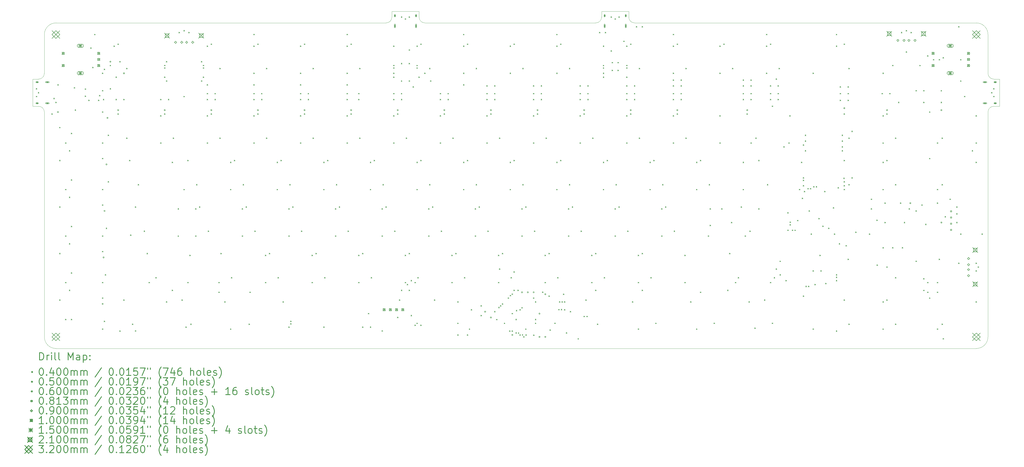
<source format=gbr>
%FSLAX45Y45*%
G04 Gerber Fmt 4.5, Leading zero omitted, Abs format (unit mm)*
G04 Created by KiCad (PCBNEW (5.1.10)-1) date 2021-11-05 15:43:15*
%MOMM*%
%LPD*%
G01*
G04 APERTURE LIST*
%TA.AperFunction,Profile*%
%ADD10C,0.100000*%
%TD*%
%ADD11C,0.200000*%
%ADD12C,0.300000*%
G04 APERTURE END LIST*
D10*
X6984560Y-18810690D02*
X7222670Y-18810690D01*
X7460780Y-28255720D02*
X7460780Y-19048800D01*
X7460780Y-15874000D02*
X7460780Y-17461400D01*
X7222670Y-17699510D02*
X6984560Y-17699510D01*
X7460780Y-17461400D02*
G75*
G02*
X7222670Y-17699510I-238110J0D01*
G01*
X7222670Y-18810690D02*
G75*
G02*
X7460780Y-19048800I0J-238110D01*
G01*
X31351150Y-15159670D02*
X31351150Y-14921560D01*
X30239970Y-15159670D02*
X30239970Y-14921560D01*
X31589260Y-15397780D02*
X45558380Y-15397780D01*
X23017300Y-15397780D02*
X30001860Y-15397780D01*
X30239970Y-15159670D02*
G75*
G02*
X30001860Y-15397780I-238110J0D01*
G01*
X31589260Y-15397780D02*
G75*
G02*
X31351150Y-15159670I0J238110D01*
G01*
X22779190Y-14921560D02*
X22779190Y-15159670D01*
X21668010Y-14921560D02*
X22779190Y-14921560D01*
X21668010Y-15159670D02*
X21668010Y-14921560D01*
X7937000Y-15397780D02*
X21429900Y-15397780D01*
X21668010Y-15159670D02*
G75*
G02*
X21429900Y-15397780I-238110J0D01*
G01*
X23017300Y-15397780D02*
G75*
G02*
X22779190Y-15159670I0J238110D01*
G01*
X46510820Y-17699510D02*
X46272710Y-17699510D01*
X46510820Y-18810690D02*
X46510820Y-17699510D01*
X46272710Y-18810690D02*
X46510820Y-18810690D01*
X46034600Y-19048800D02*
G75*
G02*
X46272710Y-18810690I238110J0D01*
G01*
X46272710Y-17699510D02*
G75*
G02*
X46034600Y-17461400I0J238110D01*
G01*
X46034600Y-17461400D02*
X46034600Y-15874000D01*
X46034600Y-28255720D02*
X46034600Y-19048800D01*
X6984560Y-17699510D02*
X6984560Y-18810690D01*
X31351150Y-14921560D02*
X30239970Y-14921560D01*
X7937000Y-28731940D02*
X45558380Y-28731940D01*
X46034600Y-28255720D02*
G75*
G02*
X45558380Y-28731940I-476220J0D01*
G01*
X45558380Y-15397780D02*
G75*
G02*
X46034600Y-15874000I0J-476220D01*
G01*
X7460780Y-15874000D02*
G75*
G02*
X7937000Y-15397780I476220J0D01*
G01*
X7937000Y-28731940D02*
G75*
G02*
X7460780Y-28255720I0J476220D01*
G01*
D11*
X7123300Y-18076360D02*
X7163300Y-18116360D01*
X7163300Y-18076360D02*
X7123300Y-18116360D01*
X7123300Y-18393840D02*
X7163300Y-18433840D01*
X7163300Y-18393840D02*
X7123300Y-18433840D01*
X7202670Y-18235100D02*
X7242670Y-18275100D01*
X7242670Y-18235100D02*
X7202670Y-18275100D01*
X7758260Y-19108170D02*
X7798260Y-19148170D01*
X7798260Y-19108170D02*
X7758260Y-19148170D01*
X7837630Y-18473210D02*
X7877630Y-18513210D01*
X7877630Y-18473210D02*
X7837630Y-18513210D01*
X7917000Y-18631950D02*
X7957000Y-18671950D01*
X7957000Y-18631950D02*
X7917000Y-18671950D01*
X8001390Y-17912600D02*
X8041390Y-17952600D01*
X8041390Y-17912600D02*
X8001390Y-17952600D01*
X8075740Y-19663760D02*
X8115740Y-19703760D01*
X8115740Y-19663760D02*
X8075740Y-19703760D01*
X8075740Y-21013050D02*
X8115740Y-21053050D01*
X8115740Y-21013050D02*
X8075740Y-21053050D01*
X8075740Y-22917930D02*
X8115740Y-22957930D01*
X8115740Y-22917930D02*
X8075740Y-22957930D01*
X8075740Y-24822810D02*
X8115740Y-24862810D01*
X8115740Y-24822810D02*
X8075740Y-24862810D01*
X8075740Y-26727690D02*
X8115740Y-26767690D01*
X8115740Y-26727690D02*
X8075740Y-26767690D01*
X8313850Y-20298720D02*
X8353850Y-20338720D01*
X8353850Y-20298720D02*
X8313850Y-20338720D01*
X8313850Y-22203600D02*
X8353850Y-22243600D01*
X8353850Y-22203600D02*
X8313850Y-22243600D01*
X8313850Y-24108480D02*
X8353850Y-24148480D01*
X8353850Y-24108480D02*
X8313850Y-24148480D01*
X8313850Y-26013360D02*
X8353850Y-26053360D01*
X8353850Y-26013360D02*
X8313850Y-26053360D01*
X8313850Y-27521390D02*
X8353850Y-27561390D01*
X8353850Y-27521390D02*
X8313850Y-27561390D01*
X8472590Y-20616200D02*
X8512590Y-20656200D01*
X8512590Y-20616200D02*
X8472590Y-20656200D01*
X8472590Y-22521080D02*
X8512590Y-22561080D01*
X8512590Y-22521080D02*
X8472590Y-22561080D01*
X8472590Y-24425960D02*
X8512590Y-24465960D01*
X8512590Y-24425960D02*
X8472590Y-24465960D01*
X8472590Y-26330840D02*
X8512590Y-26370840D01*
X8512590Y-26330840D02*
X8472590Y-26370840D01*
X8551960Y-19901870D02*
X8591960Y-19941870D01*
X8591960Y-19901870D02*
X8551960Y-19941870D01*
X8551960Y-21806750D02*
X8591960Y-21846750D01*
X8591960Y-21806750D02*
X8551960Y-21846750D01*
X8551960Y-23711630D02*
X8591960Y-23751630D01*
X8591960Y-23711630D02*
X8551960Y-23751630D01*
X8551960Y-25616510D02*
X8591960Y-25656510D01*
X8591960Y-25616510D02*
X8551960Y-25656510D01*
X8551960Y-27521390D02*
X8591960Y-27561390D01*
X8591960Y-27521390D02*
X8551960Y-27561390D01*
X8671015Y-18036675D02*
X8711015Y-18076675D01*
X8711015Y-18036675D02*
X8671015Y-18076675D01*
X8710700Y-18949430D02*
X8750700Y-18989430D01*
X8750700Y-18949430D02*
X8710700Y-18989430D01*
X9119130Y-18087940D02*
X9159130Y-18127940D01*
X9159130Y-18087940D02*
X9119130Y-18127940D01*
X9119130Y-18382260D02*
X9159130Y-18422260D01*
X9159130Y-18382260D02*
X9119130Y-18422260D01*
X9266290Y-18552580D02*
X9306290Y-18592580D01*
X9306290Y-18552580D02*
X9266290Y-18592580D01*
X9345660Y-16409590D02*
X9385660Y-16449590D01*
X9385660Y-16409590D02*
X9345660Y-16449590D01*
X9425030Y-17203290D02*
X9465030Y-17243290D01*
X9465030Y-17203290D02*
X9425030Y-17243290D01*
X9504400Y-15854000D02*
X9544400Y-15894000D01*
X9544400Y-15854000D02*
X9504400Y-15894000D01*
X9663140Y-18552580D02*
X9703140Y-18592580D01*
X9703140Y-18552580D02*
X9663140Y-18592580D01*
X9702825Y-18354155D02*
X9742825Y-18394155D01*
X9742825Y-18354155D02*
X9702825Y-18394155D01*
X9821880Y-17441400D02*
X9861880Y-17481400D01*
X9861880Y-17441400D02*
X9821880Y-17481400D01*
X9821880Y-18155730D02*
X9861880Y-18195730D01*
X9861880Y-18155730D02*
X9821880Y-18195730D01*
X9821880Y-19028800D02*
X9861880Y-19068800D01*
X9861880Y-19028800D02*
X9821880Y-19068800D01*
X9821880Y-20298720D02*
X9861880Y-20338720D01*
X9861880Y-20298720D02*
X9821880Y-20338720D01*
X9821880Y-20933680D02*
X9861880Y-20973680D01*
X9861880Y-20933680D02*
X9821880Y-20973680D01*
X9821880Y-22203600D02*
X9861880Y-22243600D01*
X9861880Y-22203600D02*
X9821880Y-22243600D01*
X9821880Y-22838560D02*
X9861880Y-22878560D01*
X9861880Y-22838560D02*
X9821880Y-22878560D01*
X9821880Y-24108480D02*
X9861880Y-24148480D01*
X9861880Y-24108480D02*
X9821880Y-24148480D01*
X9821880Y-24743440D02*
X9861880Y-24783440D01*
X9861880Y-24743440D02*
X9821880Y-24783440D01*
X9821880Y-26013360D02*
X9861880Y-26053360D01*
X9861880Y-26013360D02*
X9821880Y-26053360D01*
X9821880Y-26648320D02*
X9861880Y-26688320D01*
X9861880Y-26648320D02*
X9821880Y-26688320D01*
X9821880Y-27918240D02*
X9861880Y-27958240D01*
X9861880Y-27918240D02*
X9821880Y-27958240D01*
X9861565Y-18512895D02*
X9901565Y-18552895D01*
X9901565Y-18512895D02*
X9861565Y-18552895D01*
X9901250Y-17282660D02*
X9941250Y-17322660D01*
X9941250Y-17282660D02*
X9901250Y-17322660D01*
X9901250Y-27600760D02*
X9941250Y-27640760D01*
X9941250Y-27600760D02*
X9901250Y-27640760D01*
X9940935Y-25695880D02*
X9980935Y-25735880D01*
X9980935Y-25695880D02*
X9940935Y-25735880D01*
X9980620Y-23791000D02*
X10020620Y-23831000D01*
X10020620Y-23791000D02*
X9980620Y-23831000D01*
X10059990Y-19981240D02*
X10099990Y-20021240D01*
X10099990Y-19981240D02*
X10059990Y-20021240D01*
X10059990Y-21886120D02*
X10099990Y-21926120D01*
X10099990Y-21886120D02*
X10059990Y-21926120D01*
X10139360Y-17123920D02*
X10179360Y-17163920D01*
X10179360Y-17123920D02*
X10139360Y-17163920D01*
X10139360Y-18076360D02*
X10179360Y-18116360D01*
X10179360Y-18076360D02*
X10139360Y-18116360D01*
X10298100Y-16330220D02*
X10338100Y-16370220D01*
X10338100Y-16330220D02*
X10298100Y-16370220D01*
X10377470Y-17600140D02*
X10417470Y-17640140D01*
X10417470Y-17600140D02*
X10377470Y-17640140D01*
X10377470Y-18512895D02*
X10417470Y-18552895D01*
X10417470Y-18512895D02*
X10377470Y-18552895D01*
X10456840Y-16250850D02*
X10496840Y-16290850D01*
X10496840Y-16250850D02*
X10456840Y-16290850D01*
X10456840Y-19108170D02*
X10496840Y-19148170D01*
X10496840Y-19108170D02*
X10456840Y-19148170D01*
X10536210Y-16965180D02*
X10576210Y-17005180D01*
X10576210Y-16965180D02*
X10536210Y-17005180D01*
X10536210Y-27997610D02*
X10576210Y-28037610D01*
X10576210Y-27997610D02*
X10536210Y-28037610D01*
X10694950Y-18512895D02*
X10734950Y-18552895D01*
X10734950Y-18512895D02*
X10694950Y-18552895D01*
X10694950Y-26727690D02*
X10734950Y-26767690D01*
X10734950Y-26727690D02*
X10694950Y-26767690D01*
X10814005Y-17242975D02*
X10854005Y-17282975D01*
X10854005Y-17242975D02*
X10814005Y-17282975D01*
X10814005Y-20100295D02*
X10854005Y-20140295D01*
X10854005Y-20100295D02*
X10814005Y-20140295D01*
X10933060Y-21013050D02*
X10973060Y-21053050D01*
X10973060Y-21013050D02*
X10933060Y-21053050D01*
X10972745Y-24068795D02*
X11012745Y-24108795D01*
X11012745Y-24068795D02*
X10972745Y-24108795D01*
X11052115Y-27719815D02*
X11092115Y-27759815D01*
X11092115Y-27719815D02*
X11052115Y-27759815D01*
X11171170Y-22917930D02*
X11211170Y-22957930D01*
X11211170Y-22917930D02*
X11171170Y-22957930D01*
X11171170Y-27993848D02*
X11211170Y-28033848D01*
X11211170Y-27993848D02*
X11171170Y-28033848D01*
X11290225Y-22005175D02*
X11330225Y-22045175D01*
X11330225Y-22005175D02*
X11290225Y-22045175D01*
X11528335Y-23910055D02*
X11568335Y-23950055D01*
X11568335Y-23910055D02*
X11528335Y-23950055D01*
X11647390Y-24822810D02*
X11687390Y-24862810D01*
X11687390Y-24822810D02*
X11647390Y-24862810D01*
X11726760Y-26013360D02*
X11766760Y-26053360D01*
X11766760Y-26013360D02*
X11726760Y-26053360D01*
X12004555Y-25814935D02*
X12044555Y-25854935D01*
X12044555Y-25814935D02*
X12004555Y-25854935D01*
X12202980Y-18512895D02*
X12242980Y-18552895D01*
X12242980Y-18512895D02*
X12202980Y-18552895D01*
X12202980Y-19187540D02*
X12242980Y-19227540D01*
X12242980Y-19187540D02*
X12202980Y-19227540D01*
X12202980Y-20298720D02*
X12242980Y-20338720D01*
X12242980Y-20298720D02*
X12202980Y-20338720D01*
X12361720Y-17123920D02*
X12401720Y-17163920D01*
X12401720Y-17123920D02*
X12361720Y-17163920D01*
X12361720Y-17223920D02*
X12401720Y-17263920D01*
X12401720Y-17223920D02*
X12361720Y-17263920D01*
X12361720Y-17600140D02*
X12401720Y-17640140D01*
X12401720Y-17600140D02*
X12361720Y-17640140D01*
X12361720Y-19108170D02*
X12401720Y-19148170D01*
X12401720Y-19108170D02*
X12361720Y-19148170D01*
X12441090Y-16965180D02*
X12481090Y-17005180D01*
X12481090Y-16965180D02*
X12441090Y-17005180D01*
X12441090Y-17758880D02*
X12481090Y-17798880D01*
X12481090Y-17758880D02*
X12441090Y-17798880D01*
X12441090Y-26807060D02*
X12481090Y-26847060D01*
X12481090Y-26807060D02*
X12441090Y-26847060D01*
X12520460Y-18512895D02*
X12560460Y-18552895D01*
X12560460Y-18512895D02*
X12520460Y-18552895D01*
X12679200Y-21092420D02*
X12719200Y-21132420D01*
X12719200Y-21092420D02*
X12679200Y-21132420D01*
X12679200Y-26330840D02*
X12719200Y-26370840D01*
X12719200Y-26330840D02*
X12679200Y-26370840D01*
X12718885Y-20100295D02*
X12758885Y-20140295D01*
X12758885Y-20100295D02*
X12718885Y-20140295D01*
X12917310Y-22997300D02*
X12957310Y-23037300D01*
X12957310Y-22997300D02*
X12917310Y-23037300D01*
X12917310Y-24108480D02*
X12957310Y-24148480D01*
X12957310Y-24108480D02*
X12917310Y-24148480D01*
X12956995Y-15774630D02*
X12996995Y-15814630D01*
X12996995Y-15774630D02*
X12956995Y-15814630D01*
X13076050Y-26727690D02*
X13116050Y-26767690D01*
X13116050Y-26727690D02*
X13076050Y-26767690D01*
X13155420Y-15695260D02*
X13195420Y-15735260D01*
X13195420Y-15695260D02*
X13155420Y-15735260D01*
X13155420Y-18393840D02*
X13195420Y-18433840D01*
X13195420Y-18393840D02*
X13155420Y-18433840D01*
X13155420Y-22203600D02*
X13195420Y-22243600D01*
X13195420Y-22203600D02*
X13155420Y-22243600D01*
X13234790Y-27838870D02*
X13274790Y-27878870D01*
X13274790Y-27838870D02*
X13234790Y-27878870D01*
X13314160Y-21013050D02*
X13354160Y-21053050D01*
X13354160Y-21013050D02*
X13314160Y-21053050D01*
X13314160Y-26013360D02*
X13354160Y-26053360D01*
X13354160Y-26013360D02*
X13314160Y-26053360D01*
X13353845Y-15774630D02*
X13393845Y-15814630D01*
X13393845Y-15774630D02*
X13353845Y-15814630D01*
X13393530Y-24902180D02*
X13433530Y-24942180D01*
X13433530Y-24902180D02*
X13393530Y-24942180D01*
X13433215Y-27719815D02*
X13473215Y-27759815D01*
X13473215Y-27719815D02*
X13433215Y-27759815D01*
X13631640Y-22997300D02*
X13671640Y-23037300D01*
X13671640Y-22997300D02*
X13631640Y-23037300D01*
X13631640Y-24108480D02*
X13671640Y-24148480D01*
X13671640Y-24108480D02*
X13631640Y-24148480D01*
X13671325Y-22005175D02*
X13711325Y-22045175D01*
X13711325Y-22005175D02*
X13671325Y-22045175D01*
X13790380Y-22917930D02*
X13830380Y-22957930D01*
X13830380Y-22917930D02*
X13790380Y-22957930D01*
X13869750Y-16965180D02*
X13909750Y-17005180D01*
X13909750Y-16965180D02*
X13869750Y-17005180D01*
X13869750Y-17758880D02*
X13909750Y-17798880D01*
X13909750Y-17758880D02*
X13869750Y-17798880D01*
X13949120Y-17123920D02*
X13989120Y-17163920D01*
X13989120Y-17123920D02*
X13949120Y-17163920D01*
X13949120Y-17223920D02*
X13989120Y-17263920D01*
X13989120Y-17223920D02*
X13949120Y-17263920D01*
X13949120Y-17600140D02*
X13989120Y-17640140D01*
X13989120Y-17600140D02*
X13949120Y-17640140D01*
X14107860Y-16330220D02*
X14147860Y-16370220D01*
X14147860Y-16330220D02*
X14107860Y-16370220D01*
X14107860Y-17917620D02*
X14147860Y-17957620D01*
X14147860Y-17917620D02*
X14107860Y-17957620D01*
X14107860Y-18274785D02*
X14147860Y-18314785D01*
X14147860Y-18274785D02*
X14107860Y-18314785D01*
X14107860Y-18512895D02*
X14147860Y-18552895D01*
X14147860Y-18512895D02*
X14107860Y-18552895D01*
X14107860Y-19187540D02*
X14147860Y-19227540D01*
X14147860Y-19187540D02*
X14107860Y-19227540D01*
X14107860Y-20298720D02*
X14147860Y-20338720D01*
X14147860Y-20298720D02*
X14107860Y-20338720D01*
X14147545Y-23910055D02*
X14187545Y-23950055D01*
X14187545Y-23910055D02*
X14147545Y-23950055D01*
X14266600Y-16250850D02*
X14306600Y-16290850D01*
X14306600Y-16250850D02*
X14266600Y-16290850D01*
X14266600Y-19108170D02*
X14306600Y-19148170D01*
X14306600Y-19108170D02*
X14266600Y-19148170D01*
X14425340Y-18274785D02*
X14465340Y-18314785D01*
X14465340Y-18274785D02*
X14425340Y-18314785D01*
X14425340Y-18512895D02*
X14465340Y-18552895D01*
X14465340Y-18512895D02*
X14425340Y-18552895D01*
X14584080Y-26013360D02*
X14624080Y-26053360D01*
X14624080Y-26013360D02*
X14584080Y-26053360D01*
X14584080Y-26410210D02*
X14624080Y-26450210D01*
X14624080Y-26410210D02*
X14584080Y-26450210D01*
X14623765Y-17242975D02*
X14663765Y-17282975D01*
X14663765Y-17242975D02*
X14623765Y-17282975D01*
X14623765Y-20100295D02*
X14663765Y-20140295D01*
X14663765Y-20100295D02*
X14623765Y-20140295D01*
X14663450Y-24822810D02*
X14703450Y-24862810D01*
X14703450Y-24822810D02*
X14663450Y-24862810D01*
X14822190Y-26807060D02*
X14862190Y-26847060D01*
X14862190Y-26807060D02*
X14822190Y-26847060D01*
X15060300Y-21092420D02*
X15100300Y-21132420D01*
X15100300Y-21092420D02*
X15060300Y-21132420D01*
X15060300Y-22203600D02*
X15100300Y-22243600D01*
X15100300Y-22203600D02*
X15060300Y-22243600D01*
X15060300Y-27918240D02*
X15100300Y-27958240D01*
X15100300Y-27918240D02*
X15060300Y-27958240D01*
X15099985Y-25814935D02*
X15139985Y-25854935D01*
X15139985Y-25814935D02*
X15099985Y-25854935D01*
X15219040Y-21013050D02*
X15259040Y-21053050D01*
X15259040Y-21013050D02*
X15219040Y-21053050D01*
X15536520Y-22997300D02*
X15576520Y-23037300D01*
X15576520Y-22997300D02*
X15536520Y-23037300D01*
X15536520Y-24108480D02*
X15576520Y-24148480D01*
X15576520Y-24108480D02*
X15536520Y-24148480D01*
X15576205Y-22005175D02*
X15616205Y-22045175D01*
X15616205Y-22005175D02*
X15576205Y-22045175D01*
X15695260Y-22917930D02*
X15735260Y-22957930D01*
X15735260Y-22917930D02*
X15695260Y-22957930D01*
X15814315Y-27719815D02*
X15854315Y-27759815D01*
X15854315Y-27719815D02*
X15814315Y-27759815D01*
X15854000Y-26410210D02*
X15894000Y-26450210D01*
X15894000Y-26410210D02*
X15854000Y-26450210D01*
X16012740Y-15854000D02*
X16052740Y-15894000D01*
X16052740Y-15854000D02*
X16012740Y-15894000D01*
X16012740Y-16330220D02*
X16052740Y-16370220D01*
X16052740Y-16330220D02*
X16012740Y-16370220D01*
X16012740Y-17441400D02*
X16052740Y-17481400D01*
X16052740Y-17441400D02*
X16012740Y-17481400D01*
X16012740Y-17917620D02*
X16052740Y-17957620D01*
X16052740Y-17917620D02*
X16012740Y-17957620D01*
X16012740Y-18274785D02*
X16052740Y-18314785D01*
X16052740Y-18274785D02*
X16012740Y-18314785D01*
X16012740Y-18512895D02*
X16052740Y-18552895D01*
X16052740Y-18512895D02*
X16012740Y-18552895D01*
X16012740Y-19187540D02*
X16052740Y-19227540D01*
X16052740Y-19187540D02*
X16012740Y-19227540D01*
X16012740Y-20298720D02*
X16052740Y-20338720D01*
X16052740Y-20298720D02*
X16012740Y-20338720D01*
X16052425Y-23910055D02*
X16092425Y-23950055D01*
X16092425Y-23910055D02*
X16052425Y-23950055D01*
X16171480Y-16250850D02*
X16211480Y-16290850D01*
X16211480Y-16250850D02*
X16171480Y-16290850D01*
X16171480Y-19108170D02*
X16211480Y-19148170D01*
X16211480Y-19108170D02*
X16171480Y-19148170D01*
X16330220Y-18274785D02*
X16370220Y-18314785D01*
X16370220Y-18274785D02*
X16330220Y-18314785D01*
X16330220Y-18512895D02*
X16370220Y-18552895D01*
X16370220Y-18512895D02*
X16330220Y-18552895D01*
X16488960Y-24902180D02*
X16528960Y-24942180D01*
X16528960Y-24902180D02*
X16488960Y-24942180D01*
X16488960Y-26013360D02*
X16528960Y-26053360D01*
X16528960Y-26013360D02*
X16488960Y-26053360D01*
X16528645Y-17242975D02*
X16568645Y-17282975D01*
X16568645Y-17242975D02*
X16528645Y-17282975D01*
X16528645Y-20100295D02*
X16568645Y-20140295D01*
X16568645Y-20100295D02*
X16528645Y-20140295D01*
X16647700Y-24822810D02*
X16687700Y-24862810D01*
X16687700Y-24822810D02*
X16647700Y-24862810D01*
X16965180Y-21092420D02*
X17005180Y-21132420D01*
X17005180Y-21092420D02*
X16965180Y-21132420D01*
X16965180Y-22203600D02*
X17005180Y-22243600D01*
X17005180Y-22203600D02*
X16965180Y-22243600D01*
X17004865Y-25814935D02*
X17044865Y-25854935D01*
X17044865Y-25814935D02*
X17004865Y-25854935D01*
X17123920Y-21013050D02*
X17163920Y-21053050D01*
X17163920Y-21013050D02*
X17123920Y-21053050D01*
X17203290Y-26807060D02*
X17243290Y-26847060D01*
X17243290Y-26807060D02*
X17203290Y-26847060D01*
X17441400Y-22997300D02*
X17481400Y-23037300D01*
X17481400Y-22997300D02*
X17441400Y-23037300D01*
X17441400Y-24108480D02*
X17481400Y-24148480D01*
X17481400Y-24108480D02*
X17441400Y-24148480D01*
X17441400Y-27838870D02*
X17481400Y-27878870D01*
X17481400Y-27838870D02*
X17441400Y-27878870D01*
X17481085Y-22005175D02*
X17521085Y-22045175D01*
X17521085Y-22005175D02*
X17481085Y-22045175D01*
X17520770Y-27600760D02*
X17560770Y-27640760D01*
X17560770Y-27600760D02*
X17520770Y-27640760D01*
X17520770Y-27700760D02*
X17560770Y-27740760D01*
X17560770Y-27700760D02*
X17520770Y-27740760D01*
X17600140Y-22917930D02*
X17640140Y-22957930D01*
X17640140Y-22917930D02*
X17600140Y-22957930D01*
X17917620Y-16330220D02*
X17957620Y-16370220D01*
X17957620Y-16330220D02*
X17917620Y-16370220D01*
X17917620Y-17441400D02*
X17957620Y-17481400D01*
X17957620Y-17441400D02*
X17917620Y-17481400D01*
X17917620Y-17917620D02*
X17957620Y-17957620D01*
X17957620Y-17917620D02*
X17917620Y-17957620D01*
X17917620Y-18274785D02*
X17957620Y-18314785D01*
X17957620Y-18274785D02*
X17917620Y-18314785D01*
X17917620Y-18512895D02*
X17957620Y-18552895D01*
X17957620Y-18512895D02*
X17917620Y-18552895D01*
X17917620Y-19187540D02*
X17957620Y-19227540D01*
X17957620Y-19187540D02*
X17917620Y-19227540D01*
X17917620Y-20298720D02*
X17957620Y-20338720D01*
X17957620Y-20298720D02*
X17917620Y-20338720D01*
X17957305Y-23910055D02*
X17997305Y-23950055D01*
X17997305Y-23910055D02*
X17957305Y-23950055D01*
X18076360Y-16250850D02*
X18116360Y-16290850D01*
X18116360Y-16250850D02*
X18076360Y-16290850D01*
X18076360Y-19108170D02*
X18116360Y-19148170D01*
X18116360Y-19108170D02*
X18076360Y-19148170D01*
X18235100Y-18274785D02*
X18275100Y-18314785D01*
X18275100Y-18274785D02*
X18235100Y-18314785D01*
X18235100Y-18512895D02*
X18275100Y-18552895D01*
X18275100Y-18512895D02*
X18235100Y-18552895D01*
X18393840Y-24902180D02*
X18433840Y-24942180D01*
X18433840Y-24902180D02*
X18393840Y-24942180D01*
X18393840Y-26013360D02*
X18433840Y-26053360D01*
X18433840Y-26013360D02*
X18393840Y-26053360D01*
X18433525Y-17242975D02*
X18473525Y-17282975D01*
X18473525Y-17242975D02*
X18433525Y-17282975D01*
X18433525Y-20100295D02*
X18473525Y-20140295D01*
X18473525Y-20100295D02*
X18433525Y-20140295D01*
X18552580Y-24822810D02*
X18592580Y-24862810D01*
X18592580Y-24822810D02*
X18552580Y-24862810D01*
X18870060Y-21092420D02*
X18910060Y-21132420D01*
X18910060Y-21092420D02*
X18870060Y-21132420D01*
X18870060Y-22203600D02*
X18910060Y-22243600D01*
X18910060Y-22203600D02*
X18870060Y-22243600D01*
X18870060Y-27838870D02*
X18910060Y-27878870D01*
X18910060Y-27838870D02*
X18870060Y-27878870D01*
X18909745Y-25814935D02*
X18949745Y-25854935D01*
X18949745Y-25814935D02*
X18909745Y-25854935D01*
X19028800Y-21013050D02*
X19068800Y-21053050D01*
X19068800Y-21013050D02*
X19028800Y-21053050D01*
X19346280Y-22997300D02*
X19386280Y-23037300D01*
X19386280Y-22997300D02*
X19346280Y-23037300D01*
X19346280Y-24108480D02*
X19386280Y-24148480D01*
X19386280Y-24108480D02*
X19346280Y-24148480D01*
X19385965Y-22005175D02*
X19425965Y-22045175D01*
X19425965Y-22005175D02*
X19385965Y-22045175D01*
X19505020Y-22917930D02*
X19545020Y-22957930D01*
X19545020Y-22917930D02*
X19505020Y-22957930D01*
X19822500Y-15854000D02*
X19862500Y-15894000D01*
X19862500Y-15854000D02*
X19822500Y-15894000D01*
X19822500Y-16330220D02*
X19862500Y-16370220D01*
X19862500Y-16330220D02*
X19822500Y-16370220D01*
X19822500Y-17441400D02*
X19862500Y-17481400D01*
X19862500Y-17441400D02*
X19822500Y-17481400D01*
X19822500Y-17917620D02*
X19862500Y-17957620D01*
X19862500Y-17917620D02*
X19822500Y-17957620D01*
X19822500Y-18274785D02*
X19862500Y-18314785D01*
X19862500Y-18274785D02*
X19822500Y-18314785D01*
X19822500Y-18512895D02*
X19862500Y-18552895D01*
X19862500Y-18512895D02*
X19822500Y-18552895D01*
X19822500Y-19187540D02*
X19862500Y-19227540D01*
X19862500Y-19187540D02*
X19822500Y-19227540D01*
X19822500Y-20298720D02*
X19862500Y-20338720D01*
X19862500Y-20298720D02*
X19822500Y-20338720D01*
X19862185Y-23910055D02*
X19902185Y-23950055D01*
X19902185Y-23910055D02*
X19862185Y-23950055D01*
X19981240Y-16250850D02*
X20021240Y-16290850D01*
X20021240Y-16250850D02*
X19981240Y-16290850D01*
X19981240Y-19108170D02*
X20021240Y-19148170D01*
X20021240Y-19108170D02*
X19981240Y-19148170D01*
X20298720Y-18274785D02*
X20338720Y-18314785D01*
X20338720Y-18274785D02*
X20298720Y-18314785D01*
X20298720Y-18512895D02*
X20338720Y-18552895D01*
X20338720Y-18512895D02*
X20298720Y-18552895D01*
X20298720Y-24902180D02*
X20338720Y-24942180D01*
X20338720Y-24902180D02*
X20298720Y-24942180D01*
X20298720Y-26013360D02*
X20338720Y-26053360D01*
X20338720Y-26013360D02*
X20298720Y-26053360D01*
X20338405Y-17242975D02*
X20378405Y-17282975D01*
X20378405Y-17242975D02*
X20338405Y-17282975D01*
X20338405Y-20100295D02*
X20378405Y-20140295D01*
X20378405Y-20100295D02*
X20338405Y-20140295D01*
X20457460Y-24822810D02*
X20497460Y-24862810D01*
X20497460Y-24822810D02*
X20457460Y-24862810D01*
X20457460Y-27838870D02*
X20497460Y-27878870D01*
X20497460Y-27838870D02*
X20457460Y-27878870D01*
X20695570Y-27283280D02*
X20735570Y-27323280D01*
X20735570Y-27283280D02*
X20695570Y-27323280D01*
X20774940Y-21092420D02*
X20814940Y-21132420D01*
X20814940Y-21092420D02*
X20774940Y-21132420D01*
X20774940Y-22203600D02*
X20814940Y-22243600D01*
X20814940Y-22203600D02*
X20774940Y-22243600D01*
X20774940Y-27838870D02*
X20814940Y-27878870D01*
X20814940Y-27838870D02*
X20774940Y-27878870D01*
X20814625Y-25814935D02*
X20854625Y-25854935D01*
X20854625Y-25814935D02*
X20814625Y-25854935D01*
X20933680Y-21013050D02*
X20973680Y-21053050D01*
X20973680Y-21013050D02*
X20933680Y-21053050D01*
X21251160Y-22997300D02*
X21291160Y-23037300D01*
X21291160Y-22997300D02*
X21251160Y-23037300D01*
X21251160Y-24108480D02*
X21291160Y-24148480D01*
X21291160Y-24108480D02*
X21251160Y-24148480D01*
X21251160Y-27993848D02*
X21291160Y-28033848D01*
X21291160Y-27993848D02*
X21251160Y-28033848D01*
X21290845Y-22005175D02*
X21330845Y-22045175D01*
X21330845Y-22005175D02*
X21290845Y-22045175D01*
X21409900Y-22917930D02*
X21449900Y-22957930D01*
X21449900Y-22917930D02*
X21409900Y-22957930D01*
X21727380Y-16330220D02*
X21767380Y-16370220D01*
X21767380Y-16330220D02*
X21727380Y-16370220D01*
X21727380Y-17123920D02*
X21767380Y-17163920D01*
X21767380Y-17123920D02*
X21727380Y-17163920D01*
X21727380Y-17223920D02*
X21767380Y-17263920D01*
X21767380Y-17223920D02*
X21727380Y-17263920D01*
X21727380Y-17441400D02*
X21767380Y-17481400D01*
X21767380Y-17441400D02*
X21727380Y-17481400D01*
X21727380Y-17600140D02*
X21767380Y-17640140D01*
X21767380Y-17600140D02*
X21727380Y-17640140D01*
X21727380Y-18274785D02*
X21767380Y-18314785D01*
X21767380Y-18274785D02*
X21727380Y-18314785D01*
X21727380Y-18512895D02*
X21767380Y-18552895D01*
X21767380Y-18512895D02*
X21727380Y-18552895D01*
X21727380Y-19187540D02*
X21767380Y-19227540D01*
X21767380Y-19187540D02*
X21727380Y-19227540D01*
X21727380Y-20298720D02*
X21767380Y-20338720D01*
X21767380Y-20298720D02*
X21727380Y-20338720D01*
X21767065Y-23910055D02*
X21807065Y-23950055D01*
X21807065Y-23910055D02*
X21767065Y-23950055D01*
X21886120Y-19108170D02*
X21926120Y-19148170D01*
X21926120Y-19108170D02*
X21886120Y-19148170D01*
X21886120Y-27442020D02*
X21926120Y-27482020D01*
X21926120Y-27442020D02*
X21886120Y-27482020D01*
X21965490Y-26727690D02*
X22005490Y-26767690D01*
X22005490Y-26727690D02*
X21965490Y-26767690D01*
X22044860Y-15139670D02*
X22084860Y-15179670D01*
X22084860Y-15139670D02*
X22044860Y-15179670D01*
X22044860Y-17044550D02*
X22084860Y-17084550D01*
X22084860Y-17044550D02*
X22044860Y-17084550D01*
X22044860Y-17758880D02*
X22084860Y-17798880D01*
X22084860Y-17758880D02*
X22044860Y-17798880D01*
X22044860Y-18274785D02*
X22084860Y-18314785D01*
X22084860Y-18274785D02*
X22044860Y-18314785D01*
X22044860Y-18512895D02*
X22084860Y-18552895D01*
X22084860Y-18512895D02*
X22044860Y-18552895D01*
X22044860Y-26330840D02*
X22084860Y-26370840D01*
X22084860Y-26330840D02*
X22044860Y-26370840D01*
X22203600Y-15219040D02*
X22243600Y-15259040D01*
X22243600Y-15219040D02*
X22203600Y-15259040D01*
X22203600Y-24902180D02*
X22243600Y-24942180D01*
X22243600Y-24902180D02*
X22203600Y-24942180D01*
X22203600Y-26013360D02*
X22243600Y-26053360D01*
X22243600Y-26013360D02*
X22203600Y-26053360D01*
X22243285Y-20100295D02*
X22283285Y-20140295D01*
X22283285Y-20100295D02*
X22243285Y-20140295D01*
X22282970Y-26092730D02*
X22322970Y-26132730D01*
X22322970Y-26092730D02*
X22282970Y-26132730D01*
X22362340Y-15139670D02*
X22402340Y-15179670D01*
X22402340Y-15139670D02*
X22362340Y-15179670D01*
X22362340Y-16488960D02*
X22402340Y-16528960D01*
X22402340Y-16488960D02*
X22362340Y-16528960D01*
X22362340Y-17044550D02*
X22402340Y-17084550D01*
X22402340Y-17044550D02*
X22362340Y-17084550D01*
X22362340Y-17758880D02*
X22402340Y-17798880D01*
X22402340Y-17758880D02*
X22362340Y-17798880D01*
X22362340Y-24822810D02*
X22402340Y-24862810D01*
X22402340Y-24822810D02*
X22362340Y-24862810D01*
X22362340Y-26330840D02*
X22402340Y-26370840D01*
X22402340Y-26330840D02*
X22362340Y-26370840D01*
X22441710Y-25933990D02*
X22481710Y-25973990D01*
X22481710Y-25933990D02*
X22441710Y-25973990D01*
X22441710Y-27362650D02*
X22481710Y-27402650D01*
X22481710Y-27362650D02*
X22441710Y-27402650D01*
X22521080Y-17996990D02*
X22561080Y-18036990D01*
X22561080Y-17996990D02*
X22521080Y-18036990D01*
X22600450Y-26013360D02*
X22640450Y-26053360D01*
X22640450Y-26013360D02*
X22600450Y-26053360D01*
X22600450Y-27759500D02*
X22640450Y-27799500D01*
X22640450Y-27759500D02*
X22600450Y-27799500D01*
X22679820Y-16330220D02*
X22719820Y-16370220D01*
X22719820Y-16330220D02*
X22679820Y-16370220D01*
X22679820Y-17123920D02*
X22719820Y-17163920D01*
X22719820Y-17123920D02*
X22679820Y-17163920D01*
X22679820Y-17223920D02*
X22719820Y-17263920D01*
X22719820Y-17223920D02*
X22679820Y-17263920D01*
X22679820Y-21092420D02*
X22719820Y-21132420D01*
X22719820Y-21092420D02*
X22679820Y-21132420D01*
X22679820Y-22203600D02*
X22719820Y-22243600D01*
X22719820Y-22203600D02*
X22679820Y-22243600D01*
X22679820Y-27680130D02*
X22719820Y-27720130D01*
X22719820Y-27680130D02*
X22679820Y-27720130D01*
X22719505Y-25814935D02*
X22759505Y-25854935D01*
X22759505Y-25814935D02*
X22719505Y-25854935D01*
X22759190Y-17600140D02*
X22799190Y-17640140D01*
X22799190Y-17600140D02*
X22759190Y-17640140D01*
X22838560Y-16250850D02*
X22878560Y-16290850D01*
X22878560Y-16250850D02*
X22838560Y-16290850D01*
X22838560Y-21013050D02*
X22878560Y-21053050D01*
X22878560Y-21013050D02*
X22838560Y-21053050D01*
X22838560Y-27759500D02*
X22878560Y-27799500D01*
X22878560Y-27759500D02*
X22838560Y-27799500D01*
X22997300Y-17441400D02*
X23037300Y-17481400D01*
X23037300Y-17441400D02*
X22997300Y-17481400D01*
X23156040Y-22997300D02*
X23196040Y-23037300D01*
X23196040Y-22997300D02*
X23156040Y-23037300D01*
X23156040Y-24108480D02*
X23196040Y-24148480D01*
X23196040Y-24108480D02*
X23156040Y-24148480D01*
X23195725Y-17242975D02*
X23235725Y-17282975D01*
X23235725Y-17242975D02*
X23195725Y-17282975D01*
X23195725Y-22005175D02*
X23235725Y-22045175D01*
X23235725Y-22005175D02*
X23195725Y-22045175D01*
X23235410Y-17758880D02*
X23275410Y-17798880D01*
X23275410Y-17758880D02*
X23235410Y-17798880D01*
X23314780Y-22917930D02*
X23354780Y-22957930D01*
X23354780Y-22917930D02*
X23314780Y-22957930D01*
X23394150Y-26727690D02*
X23434150Y-26767690D01*
X23434150Y-26727690D02*
X23394150Y-26767690D01*
X23632260Y-18274785D02*
X23672260Y-18314785D01*
X23672260Y-18274785D02*
X23632260Y-18314785D01*
X23632260Y-18512895D02*
X23672260Y-18552895D01*
X23672260Y-18512895D02*
X23632260Y-18552895D01*
X23632260Y-19187540D02*
X23672260Y-19227540D01*
X23672260Y-19187540D02*
X23632260Y-19227540D01*
X23632260Y-20298720D02*
X23672260Y-20338720D01*
X23672260Y-20298720D02*
X23632260Y-20338720D01*
X23671945Y-23910055D02*
X23711945Y-23950055D01*
X23711945Y-23910055D02*
X23671945Y-23950055D01*
X23791000Y-19108170D02*
X23831000Y-19148170D01*
X23831000Y-19108170D02*
X23791000Y-19148170D01*
X23949740Y-18274785D02*
X23989740Y-18314785D01*
X23989740Y-18274785D02*
X23949740Y-18314785D01*
X23949740Y-18512895D02*
X23989740Y-18552895D01*
X23989740Y-18512895D02*
X23949740Y-18552895D01*
X24108480Y-24902180D02*
X24148480Y-24942180D01*
X24148480Y-24902180D02*
X24108480Y-24942180D01*
X24108480Y-26013360D02*
X24148480Y-26053360D01*
X24148480Y-26013360D02*
X24108480Y-26053360D01*
X24148165Y-20100295D02*
X24188165Y-20140295D01*
X24188165Y-20100295D02*
X24148165Y-20140295D01*
X24267220Y-24822810D02*
X24307220Y-24862810D01*
X24307220Y-24822810D02*
X24267220Y-24862810D01*
X24346590Y-26807060D02*
X24386590Y-26847060D01*
X24386590Y-26807060D02*
X24346590Y-26847060D01*
X24346590Y-27680130D02*
X24386590Y-27720130D01*
X24386590Y-27680130D02*
X24346590Y-27720130D01*
X24346590Y-28156350D02*
X24386590Y-28196350D01*
X24386590Y-28156350D02*
X24346590Y-28196350D01*
X24584700Y-15854000D02*
X24624700Y-15894000D01*
X24624700Y-15854000D02*
X24584700Y-15894000D01*
X24584700Y-16330220D02*
X24624700Y-16370220D01*
X24624700Y-16330220D02*
X24584700Y-16370220D01*
X24584700Y-17441400D02*
X24624700Y-17481400D01*
X24624700Y-17441400D02*
X24584700Y-17481400D01*
X24584700Y-17917620D02*
X24624700Y-17957620D01*
X24624700Y-17917620D02*
X24584700Y-17957620D01*
X24584700Y-21092420D02*
X24624700Y-21132420D01*
X24624700Y-21092420D02*
X24584700Y-21132420D01*
X24584700Y-22203600D02*
X24624700Y-22243600D01*
X24624700Y-22203600D02*
X24584700Y-22243600D01*
X24624385Y-25814935D02*
X24664385Y-25854935D01*
X24664385Y-25814935D02*
X24624385Y-25854935D01*
X24743440Y-16250850D02*
X24783440Y-16290850D01*
X24783440Y-16250850D02*
X24743440Y-16290850D01*
X24743440Y-21013050D02*
X24783440Y-21053050D01*
X24783440Y-21013050D02*
X24743440Y-21053050D01*
X24743440Y-28156350D02*
X24783440Y-28196350D01*
X24783440Y-28156350D02*
X24743440Y-28196350D01*
X24822810Y-27918240D02*
X24862810Y-27958240D01*
X24862810Y-27918240D02*
X24822810Y-27958240D01*
X24902180Y-27124540D02*
X24942180Y-27164540D01*
X24942180Y-27124540D02*
X24902180Y-27164540D01*
X25060920Y-22997300D02*
X25100920Y-23037300D01*
X25100920Y-22997300D02*
X25060920Y-23037300D01*
X25060920Y-24108480D02*
X25100920Y-24148480D01*
X25100920Y-24108480D02*
X25060920Y-24148480D01*
X25100605Y-17242975D02*
X25140605Y-17282975D01*
X25140605Y-17242975D02*
X25100605Y-17282975D01*
X25100605Y-22005175D02*
X25140605Y-22045175D01*
X25140605Y-22005175D02*
X25100605Y-22045175D01*
X25219660Y-22917930D02*
X25259660Y-22957930D01*
X25259660Y-22917930D02*
X25219660Y-22957930D01*
X25299030Y-26965800D02*
X25339030Y-27005800D01*
X25339030Y-26965800D02*
X25299030Y-27005800D01*
X25299030Y-27362650D02*
X25339030Y-27402650D01*
X25339030Y-27362650D02*
X25299030Y-27402650D01*
X25537140Y-17957305D02*
X25577140Y-17997305D01*
X25577140Y-17957305D02*
X25537140Y-17997305D01*
X25537140Y-18274785D02*
X25577140Y-18314785D01*
X25577140Y-18274785D02*
X25537140Y-18314785D01*
X25537140Y-18512895D02*
X25577140Y-18552895D01*
X25577140Y-18512895D02*
X25537140Y-18552895D01*
X25537140Y-19187540D02*
X25577140Y-19227540D01*
X25577140Y-19187540D02*
X25537140Y-19227540D01*
X25537140Y-20298720D02*
X25577140Y-20338720D01*
X25577140Y-20298720D02*
X25537140Y-20338720D01*
X25576825Y-23910055D02*
X25616825Y-23950055D01*
X25616825Y-23910055D02*
X25576825Y-23950055D01*
X25695880Y-19108170D02*
X25735880Y-19148170D01*
X25735880Y-19108170D02*
X25695880Y-19148170D01*
X25854620Y-17957305D02*
X25894620Y-17997305D01*
X25894620Y-17957305D02*
X25854620Y-17997305D01*
X25854620Y-18274785D02*
X25894620Y-18314785D01*
X25894620Y-18274785D02*
X25854620Y-18314785D01*
X25854620Y-18512895D02*
X25894620Y-18552895D01*
X25894620Y-18512895D02*
X25854620Y-18552895D01*
X25854620Y-27203910D02*
X25894620Y-27243910D01*
X25894620Y-27203910D02*
X25854620Y-27243910D01*
X25935777Y-27528574D02*
X25975777Y-27568574D01*
X25975777Y-27528574D02*
X25935777Y-27568574D01*
X26013360Y-24902180D02*
X26053360Y-24942180D01*
X26053360Y-24902180D02*
X26013360Y-24942180D01*
X26013360Y-26013360D02*
X26053360Y-26053360D01*
X26053360Y-26013360D02*
X26013360Y-26053360D01*
X26024940Y-27033590D02*
X26064940Y-27073590D01*
X26064940Y-27033590D02*
X26024940Y-27073590D01*
X26053045Y-20100295D02*
X26093045Y-20140295D01*
X26093045Y-20100295D02*
X26053045Y-20140295D01*
X26053045Y-25457770D02*
X26093045Y-25497770D01*
X26093045Y-25457770D02*
X26053045Y-25497770D01*
X26095651Y-26962879D02*
X26135651Y-27002879D01*
X26135651Y-26962879D02*
X26095651Y-27002879D01*
X26172100Y-24822810D02*
X26212100Y-24862810D01*
X26212100Y-24822810D02*
X26172100Y-24862810D01*
X26172100Y-26886430D02*
X26212100Y-26926430D01*
X26212100Y-26886430D02*
X26172100Y-26926430D01*
X26251470Y-27680130D02*
X26291470Y-27720130D01*
X26291470Y-27680130D02*
X26251470Y-27720130D01*
X26410210Y-26648320D02*
X26450210Y-26688320D01*
X26450210Y-26648320D02*
X26410210Y-26688320D01*
X26467685Y-27996345D02*
X26507685Y-28036345D01*
X26507685Y-27996345D02*
X26467685Y-28036345D01*
X26489580Y-16330220D02*
X26529580Y-16370220D01*
X26529580Y-16330220D02*
X26489580Y-16370220D01*
X26489580Y-17441400D02*
X26529580Y-17481400D01*
X26529580Y-17441400D02*
X26489580Y-17481400D01*
X26489580Y-21092420D02*
X26529580Y-21132420D01*
X26529580Y-21092420D02*
X26489580Y-21132420D01*
X26489580Y-22203600D02*
X26529580Y-22243600D01*
X26529580Y-22203600D02*
X26489580Y-22243600D01*
X26490845Y-26547055D02*
X26530845Y-26587055D01*
X26530845Y-26547055D02*
X26490845Y-26587055D01*
X26529265Y-25814935D02*
X26569265Y-25854935D01*
X26569265Y-25814935D02*
X26529265Y-25854935D01*
X26568950Y-27283280D02*
X26608950Y-27323280D01*
X26608950Y-27283280D02*
X26568950Y-27323280D01*
X26568950Y-27997610D02*
X26608950Y-28037610D01*
X26608950Y-27997610D02*
X26568950Y-28037610D01*
X26571388Y-26487786D02*
X26611388Y-26527786D01*
X26611388Y-26487786D02*
X26571388Y-26527786D01*
X26648320Y-16250850D02*
X26688320Y-16290850D01*
X26688320Y-16250850D02*
X26648320Y-16290850D01*
X26648320Y-21013050D02*
X26688320Y-21053050D01*
X26688320Y-21013050D02*
X26648320Y-21053050D01*
X26648320Y-25576825D02*
X26688320Y-25616825D01*
X26688320Y-25576825D02*
X26648320Y-25616825D01*
X26648320Y-26330840D02*
X26688320Y-26370840D01*
X26688320Y-26330840D02*
X26648320Y-26370840D01*
X26727690Y-27521390D02*
X26767690Y-27561390D01*
X26767690Y-27521390D02*
X26727690Y-27561390D01*
X26727690Y-28076980D02*
X26767690Y-28116980D01*
X26767690Y-28076980D02*
X26727690Y-28116980D01*
X26742990Y-27158280D02*
X26782990Y-27198280D01*
X26782990Y-27158280D02*
X26742990Y-27198280D01*
X26807060Y-26330840D02*
X26847060Y-26370840D01*
X26847060Y-26330840D02*
X26807060Y-26370840D01*
X26828862Y-28078339D02*
X26868862Y-28118339D01*
X26868862Y-28078339D02*
X26828862Y-28118339D01*
X26886430Y-27124540D02*
X26926430Y-27164540D01*
X26926430Y-27124540D02*
X26886430Y-27164540D01*
X26888239Y-28158802D02*
X26928239Y-28198802D01*
X26928239Y-28158802D02*
X26888239Y-28198802D01*
X26965800Y-22997300D02*
X27005800Y-23037300D01*
X27005800Y-22997300D02*
X26965800Y-23037300D01*
X26965800Y-24108480D02*
X27005800Y-24148480D01*
X27005800Y-24108480D02*
X26965800Y-24148480D01*
X26965800Y-27045170D02*
X27005800Y-27085170D01*
X27005800Y-27045170D02*
X26965800Y-27085170D01*
X26988190Y-28155642D02*
X27028190Y-28195642D01*
X27028190Y-28155642D02*
X26988190Y-28195642D01*
X27005485Y-17242975D02*
X27045485Y-17282975D01*
X27045485Y-17242975D02*
X27005485Y-17282975D01*
X27005485Y-22005175D02*
X27045485Y-22045175D01*
X27045485Y-22005175D02*
X27005485Y-22045175D01*
X27046167Y-28237121D02*
X27086167Y-28277121D01*
X27086167Y-28237121D02*
X27046167Y-28277121D01*
X27124540Y-22917930D02*
X27164540Y-22957930D01*
X27164540Y-22917930D02*
X27124540Y-22957930D01*
X27124540Y-27918240D02*
X27164540Y-27958240D01*
X27164540Y-27918240D02*
X27124540Y-27958240D01*
X27133190Y-28156350D02*
X27173190Y-28196350D01*
X27173190Y-28156350D02*
X27133190Y-28196350D01*
X27442020Y-17957305D02*
X27482020Y-17997305D01*
X27482020Y-17957305D02*
X27442020Y-17997305D01*
X27442020Y-18274785D02*
X27482020Y-18314785D01*
X27482020Y-18274785D02*
X27442020Y-18314785D01*
X27442020Y-18512895D02*
X27482020Y-18552895D01*
X27482020Y-18512895D02*
X27442020Y-18552895D01*
X27442020Y-19187540D02*
X27482020Y-19227540D01*
X27482020Y-19187540D02*
X27442020Y-19227540D01*
X27442020Y-20298720D02*
X27482020Y-20338720D01*
X27482020Y-20298720D02*
X27442020Y-20338720D01*
X27442020Y-26648320D02*
X27482020Y-26688320D01*
X27482020Y-26648320D02*
X27442020Y-26688320D01*
X27453035Y-28167365D02*
X27493035Y-28207365D01*
X27493035Y-28167365D02*
X27453035Y-28207365D01*
X27481705Y-23910055D02*
X27521705Y-23950055D01*
X27521705Y-23910055D02*
X27481705Y-23950055D01*
X27521390Y-26807060D02*
X27561390Y-26847060D01*
X27561390Y-26807060D02*
X27521390Y-26847060D01*
X27521390Y-27521390D02*
X27561390Y-27561390D01*
X27561390Y-27521390D02*
X27521390Y-27561390D01*
X27521390Y-27680130D02*
X27561390Y-27720130D01*
X27561390Y-27680130D02*
X27521390Y-27720130D01*
X27600760Y-19108170D02*
X27640760Y-19148170D01*
X27640760Y-19108170D02*
X27600760Y-19148170D01*
X27759500Y-17957305D02*
X27799500Y-17997305D01*
X27799500Y-17957305D02*
X27759500Y-17997305D01*
X27759500Y-18274785D02*
X27799500Y-18314785D01*
X27799500Y-18274785D02*
X27759500Y-18314785D01*
X27759500Y-18512895D02*
X27799500Y-18552895D01*
X27799500Y-18512895D02*
X27759500Y-18552895D01*
X27816975Y-26408945D02*
X27856975Y-26448945D01*
X27856975Y-26408945D02*
X27816975Y-26448945D01*
X27918240Y-24902180D02*
X27958240Y-24942180D01*
X27958240Y-24902180D02*
X27918240Y-24942180D01*
X27918240Y-26013360D02*
X27958240Y-26053360D01*
X27958240Y-26013360D02*
X27918240Y-26053360D01*
X27957925Y-20100295D02*
X27997925Y-20140295D01*
X27997925Y-20100295D02*
X27957925Y-20140295D01*
X28076980Y-24822810D02*
X28116980Y-24862810D01*
X28116980Y-24822810D02*
X28076980Y-24862810D01*
X28076980Y-26568950D02*
X28116980Y-26608950D01*
X28116980Y-26568950D02*
X28076980Y-26608950D01*
X28116665Y-27957925D02*
X28156665Y-27997925D01*
X28156665Y-27957925D02*
X28116665Y-27997925D01*
X28315090Y-27680130D02*
X28355090Y-27720130D01*
X28355090Y-27680130D02*
X28315090Y-27720130D01*
X28394460Y-15854000D02*
X28434460Y-15894000D01*
X28434460Y-15854000D02*
X28394460Y-15894000D01*
X28394460Y-16330220D02*
X28434460Y-16370220D01*
X28434460Y-16330220D02*
X28394460Y-16370220D01*
X28394460Y-17441400D02*
X28434460Y-17481400D01*
X28434460Y-17441400D02*
X28394460Y-17481400D01*
X28394460Y-21092420D02*
X28434460Y-21132420D01*
X28434460Y-21092420D02*
X28394460Y-21132420D01*
X28394460Y-22203600D02*
X28434460Y-22243600D01*
X28434460Y-22203600D02*
X28394460Y-22243600D01*
X28434145Y-25814935D02*
X28474145Y-25854935D01*
X28474145Y-25814935D02*
X28434145Y-25854935D01*
X28476750Y-27121620D02*
X28516750Y-27161620D01*
X28516750Y-27121620D02*
X28476750Y-27161620D01*
X28508321Y-26805618D02*
X28548321Y-26845618D01*
X28548321Y-26805618D02*
X28508321Y-26845618D01*
X28553200Y-16250850D02*
X28593200Y-16290850D01*
X28593200Y-16250850D02*
X28553200Y-16290850D01*
X28553200Y-21013050D02*
X28593200Y-21053050D01*
X28593200Y-21013050D02*
X28553200Y-21053050D01*
X28581182Y-27120932D02*
X28621182Y-27160932D01*
X28621182Y-27120932D02*
X28581182Y-27160932D01*
X28610675Y-26805795D02*
X28650675Y-26845795D01*
X28650675Y-26805795D02*
X28610675Y-26845795D01*
X28672255Y-26489580D02*
X28712255Y-26529580D01*
X28712255Y-26489580D02*
X28672255Y-26529580D01*
X28711940Y-26807060D02*
X28751940Y-26847060D01*
X28751940Y-26807060D02*
X28711940Y-26847060D01*
X28711940Y-27124540D02*
X28751940Y-27164540D01*
X28751940Y-27124540D02*
X28711940Y-27164540D01*
X28791310Y-28076980D02*
X28831310Y-28116980D01*
X28831310Y-28076980D02*
X28791310Y-28116980D01*
X28870680Y-22997300D02*
X28910680Y-23037300D01*
X28910680Y-22997300D02*
X28870680Y-23037300D01*
X28870680Y-24108480D02*
X28910680Y-24148480D01*
X28910680Y-24108480D02*
X28870680Y-24148480D01*
X28910365Y-17242975D02*
X28950365Y-17282975D01*
X28950365Y-17242975D02*
X28910365Y-17282975D01*
X28910365Y-22005175D02*
X28950365Y-22045175D01*
X28950365Y-22005175D02*
X28910365Y-22045175D01*
X28950050Y-27203910D02*
X28990050Y-27243910D01*
X28990050Y-27203910D02*
X28950050Y-27243910D01*
X29029420Y-22917930D02*
X29069420Y-22957930D01*
X29069420Y-22917930D02*
X29029420Y-22957930D01*
X29267530Y-28315090D02*
X29307530Y-28355090D01*
X29307530Y-28315090D02*
X29267530Y-28355090D01*
X29346900Y-17957305D02*
X29386900Y-17997305D01*
X29386900Y-17957305D02*
X29346900Y-17997305D01*
X29346900Y-18274785D02*
X29386900Y-18314785D01*
X29386900Y-18274785D02*
X29346900Y-18314785D01*
X29346900Y-18512895D02*
X29386900Y-18552895D01*
X29386900Y-18512895D02*
X29346900Y-18552895D01*
X29346900Y-19187540D02*
X29386900Y-19227540D01*
X29386900Y-19187540D02*
X29346900Y-19227540D01*
X29346900Y-20298720D02*
X29386900Y-20338720D01*
X29386900Y-20298720D02*
X29346900Y-20338720D01*
X29386585Y-23910055D02*
X29426585Y-23950055D01*
X29426585Y-23910055D02*
X29386585Y-23950055D01*
X29505640Y-19108170D02*
X29545640Y-19148170D01*
X29545640Y-19108170D02*
X29505640Y-19148170D01*
X29505640Y-27402335D02*
X29545640Y-27442335D01*
X29545640Y-27402335D02*
X29505640Y-27442335D01*
X29585010Y-26727690D02*
X29625010Y-26767690D01*
X29625010Y-26727690D02*
X29585010Y-26767690D01*
X29624695Y-27402335D02*
X29664695Y-27442335D01*
X29664695Y-27402335D02*
X29624695Y-27442335D01*
X29664380Y-17957305D02*
X29704380Y-17997305D01*
X29704380Y-17957305D02*
X29664380Y-17997305D01*
X29664380Y-18274785D02*
X29704380Y-18314785D01*
X29704380Y-18274785D02*
X29664380Y-18314785D01*
X29664380Y-18512895D02*
X29704380Y-18552895D01*
X29704380Y-18512895D02*
X29664380Y-18552895D01*
X29823120Y-24902180D02*
X29863120Y-24942180D01*
X29863120Y-24902180D02*
X29823120Y-24942180D01*
X29823120Y-26013360D02*
X29863120Y-26053360D01*
X29863120Y-26013360D02*
X29823120Y-26053360D01*
X29862805Y-20100295D02*
X29902805Y-20140295D01*
X29902805Y-20100295D02*
X29862805Y-20140295D01*
X29981860Y-24822810D02*
X30021860Y-24862810D01*
X30021860Y-24822810D02*
X29981860Y-24862810D01*
X29981860Y-26330840D02*
X30021860Y-26370840D01*
X30021860Y-26330840D02*
X29981860Y-26370840D01*
X30061230Y-27719815D02*
X30101230Y-27759815D01*
X30101230Y-27719815D02*
X30061230Y-27759815D01*
X30140600Y-15774630D02*
X30180600Y-15814630D01*
X30180600Y-15774630D02*
X30140600Y-15814630D01*
X30299340Y-16330220D02*
X30339340Y-16370220D01*
X30339340Y-16330220D02*
X30299340Y-16370220D01*
X30299340Y-17123920D02*
X30339340Y-17163920D01*
X30339340Y-17123920D02*
X30299340Y-17163920D01*
X30299340Y-17223920D02*
X30339340Y-17263920D01*
X30339340Y-17223920D02*
X30299340Y-17263920D01*
X30299340Y-17441400D02*
X30339340Y-17481400D01*
X30339340Y-17441400D02*
X30299340Y-17481400D01*
X30299340Y-17600140D02*
X30339340Y-17640140D01*
X30339340Y-17600140D02*
X30299340Y-17640140D01*
X30299340Y-21092420D02*
X30339340Y-21132420D01*
X30339340Y-21092420D02*
X30299340Y-21132420D01*
X30299340Y-22203600D02*
X30339340Y-22243600D01*
X30339340Y-22203600D02*
X30299340Y-22243600D01*
X30339025Y-25814935D02*
X30379025Y-25854935D01*
X30379025Y-25814935D02*
X30339025Y-25854935D01*
X30378710Y-15774630D02*
X30418710Y-15814630D01*
X30418710Y-15774630D02*
X30378710Y-15814630D01*
X30458080Y-21013050D02*
X30498080Y-21053050D01*
X30498080Y-21013050D02*
X30458080Y-21053050D01*
X30616820Y-15139670D02*
X30656820Y-15179670D01*
X30656820Y-15139670D02*
X30616820Y-15179670D01*
X30616820Y-16528645D02*
X30656820Y-16568645D01*
X30656820Y-16528645D02*
X30616820Y-16568645D01*
X30656505Y-17004865D02*
X30696505Y-17044865D01*
X30696505Y-17004865D02*
X30656505Y-17044865D01*
X30656505Y-17322345D02*
X30696505Y-17362345D01*
X30696505Y-17322345D02*
X30656505Y-17362345D01*
X30775560Y-15219040D02*
X30815560Y-15259040D01*
X30815560Y-15219040D02*
X30775560Y-15259040D01*
X30775560Y-22997300D02*
X30815560Y-23037300D01*
X30815560Y-22997300D02*
X30775560Y-23037300D01*
X30775560Y-24108480D02*
X30815560Y-24148480D01*
X30815560Y-24108480D02*
X30775560Y-24148480D01*
X30815245Y-22005175D02*
X30855245Y-22045175D01*
X30855245Y-22005175D02*
X30815245Y-22045175D01*
X30894615Y-17004865D02*
X30934615Y-17044865D01*
X30934615Y-17004865D02*
X30894615Y-17044865D01*
X30894615Y-17322345D02*
X30934615Y-17362345D01*
X30934615Y-17322345D02*
X30894615Y-17362345D01*
X30934300Y-15139670D02*
X30974300Y-15179670D01*
X30974300Y-15139670D02*
X30934300Y-15179670D01*
X30934300Y-22917930D02*
X30974300Y-22957930D01*
X30974300Y-22917930D02*
X30934300Y-22957930D01*
X31132725Y-16131795D02*
X31172725Y-16171795D01*
X31172725Y-16131795D02*
X31132725Y-16171795D01*
X31251780Y-16330220D02*
X31291780Y-16370220D01*
X31291780Y-16330220D02*
X31251780Y-16370220D01*
X31251780Y-17123920D02*
X31291780Y-17163920D01*
X31291780Y-17123920D02*
X31251780Y-17163920D01*
X31251780Y-17223920D02*
X31291780Y-17263920D01*
X31291780Y-17223920D02*
X31251780Y-17263920D01*
X31251780Y-17600140D02*
X31291780Y-17640140D01*
X31291780Y-17600140D02*
X31251780Y-17640140D01*
X31251780Y-17957305D02*
X31291780Y-17997305D01*
X31291780Y-17957305D02*
X31251780Y-17997305D01*
X31251780Y-18274785D02*
X31291780Y-18314785D01*
X31291780Y-18274785D02*
X31251780Y-18314785D01*
X31251780Y-18512895D02*
X31291780Y-18552895D01*
X31291780Y-18512895D02*
X31251780Y-18552895D01*
X31251780Y-19187540D02*
X31291780Y-19227540D01*
X31291780Y-19187540D02*
X31251780Y-19227540D01*
X31251780Y-20298720D02*
X31291780Y-20338720D01*
X31291780Y-20298720D02*
X31251780Y-20338720D01*
X31291465Y-23910055D02*
X31331465Y-23950055D01*
X31331465Y-23910055D02*
X31291465Y-23950055D01*
X31410520Y-16250850D02*
X31450520Y-16290850D01*
X31450520Y-16250850D02*
X31410520Y-16290850D01*
X31410520Y-19108170D02*
X31450520Y-19148170D01*
X31450520Y-19108170D02*
X31410520Y-19148170D01*
X31489890Y-26807060D02*
X31529890Y-26847060D01*
X31529890Y-26807060D02*
X31489890Y-26847060D01*
X31569260Y-17957305D02*
X31609260Y-17997305D01*
X31609260Y-17957305D02*
X31569260Y-17997305D01*
X31569260Y-18274785D02*
X31609260Y-18314785D01*
X31609260Y-18274785D02*
X31569260Y-18314785D01*
X31569260Y-18512895D02*
X31609260Y-18552895D01*
X31609260Y-18512895D02*
X31569260Y-18552895D01*
X31648630Y-15536520D02*
X31688630Y-15576520D01*
X31688630Y-15536520D02*
X31648630Y-15576520D01*
X31728000Y-24902180D02*
X31768000Y-24942180D01*
X31768000Y-24902180D02*
X31728000Y-24942180D01*
X31728000Y-26013360D02*
X31768000Y-26053360D01*
X31768000Y-26013360D02*
X31728000Y-26053360D01*
X31728000Y-27918240D02*
X31768000Y-27958240D01*
X31768000Y-27918240D02*
X31728000Y-27958240D01*
X31767685Y-17242975D02*
X31807685Y-17282975D01*
X31807685Y-17242975D02*
X31767685Y-17282975D01*
X31767685Y-20100295D02*
X31807685Y-20140295D01*
X31807685Y-20100295D02*
X31767685Y-20140295D01*
X31886740Y-15536520D02*
X31926740Y-15576520D01*
X31926740Y-15536520D02*
X31886740Y-15576520D01*
X31886740Y-24822810D02*
X31926740Y-24862810D01*
X31926740Y-24822810D02*
X31886740Y-24862810D01*
X31886740Y-26330840D02*
X31926740Y-26370840D01*
X31926740Y-26330840D02*
X31886740Y-26370840D01*
X32204220Y-21092420D02*
X32244220Y-21132420D01*
X32244220Y-21092420D02*
X32204220Y-21132420D01*
X32204220Y-22203600D02*
X32244220Y-22243600D01*
X32244220Y-22203600D02*
X32204220Y-22243600D01*
X32243905Y-25814935D02*
X32283905Y-25854935D01*
X32283905Y-25814935D02*
X32243905Y-25854935D01*
X32362960Y-21013050D02*
X32402960Y-21053050D01*
X32402960Y-21013050D02*
X32362960Y-21053050D01*
X32442330Y-27680130D02*
X32482330Y-27720130D01*
X32482330Y-27680130D02*
X32442330Y-27720130D01*
X32680440Y-22997300D02*
X32720440Y-23037300D01*
X32720440Y-22997300D02*
X32680440Y-23037300D01*
X32680440Y-24108480D02*
X32720440Y-24148480D01*
X32720440Y-24108480D02*
X32680440Y-24148480D01*
X32720125Y-22005175D02*
X32760125Y-22045175D01*
X32760125Y-22005175D02*
X32720125Y-22045175D01*
X32839180Y-22917930D02*
X32879180Y-22957930D01*
X32879180Y-22917930D02*
X32839180Y-22957930D01*
X33156660Y-15854000D02*
X33196660Y-15894000D01*
X33196660Y-15854000D02*
X33156660Y-15894000D01*
X33156660Y-16330220D02*
X33196660Y-16370220D01*
X33196660Y-16330220D02*
X33156660Y-16370220D01*
X33156660Y-17441400D02*
X33196660Y-17481400D01*
X33196660Y-17441400D02*
X33156660Y-17481400D01*
X33156660Y-17719195D02*
X33196660Y-17759195D01*
X33196660Y-17719195D02*
X33156660Y-17759195D01*
X33156660Y-17957305D02*
X33196660Y-17997305D01*
X33196660Y-17957305D02*
X33156660Y-17997305D01*
X33156660Y-18274785D02*
X33196660Y-18314785D01*
X33196660Y-18274785D02*
X33156660Y-18314785D01*
X33156660Y-18512895D02*
X33196660Y-18552895D01*
X33196660Y-18512895D02*
X33156660Y-18552895D01*
X33156660Y-19187540D02*
X33196660Y-19227540D01*
X33196660Y-19187540D02*
X33156660Y-19227540D01*
X33156660Y-20298720D02*
X33196660Y-20338720D01*
X33196660Y-20298720D02*
X33156660Y-20338720D01*
X33196345Y-23910055D02*
X33236345Y-23950055D01*
X33236345Y-23910055D02*
X33196345Y-23950055D01*
X33315400Y-16250850D02*
X33355400Y-16290850D01*
X33355400Y-16250850D02*
X33315400Y-16290850D01*
X33315400Y-19108170D02*
X33355400Y-19148170D01*
X33355400Y-19108170D02*
X33315400Y-19148170D01*
X33474140Y-17719195D02*
X33514140Y-17759195D01*
X33514140Y-17719195D02*
X33474140Y-17759195D01*
X33474140Y-17957305D02*
X33514140Y-17997305D01*
X33514140Y-17957305D02*
X33474140Y-17997305D01*
X33474140Y-18274785D02*
X33514140Y-18314785D01*
X33514140Y-18274785D02*
X33474140Y-18314785D01*
X33474140Y-18512895D02*
X33514140Y-18552895D01*
X33514140Y-18512895D02*
X33474140Y-18552895D01*
X33632880Y-24902180D02*
X33672880Y-24942180D01*
X33672880Y-24902180D02*
X33632880Y-24942180D01*
X33632880Y-26013360D02*
X33672880Y-26053360D01*
X33672880Y-26013360D02*
X33632880Y-26053360D01*
X33672565Y-17242975D02*
X33712565Y-17282975D01*
X33712565Y-17242975D02*
X33672565Y-17282975D01*
X33672565Y-20100295D02*
X33712565Y-20140295D01*
X33712565Y-20100295D02*
X33672565Y-20140295D01*
X33870990Y-26807060D02*
X33910990Y-26847060D01*
X33910990Y-26807060D02*
X33870990Y-26847060D01*
X34109100Y-21092420D02*
X34149100Y-21132420D01*
X34149100Y-21092420D02*
X34109100Y-21132420D01*
X34109100Y-22203600D02*
X34149100Y-22243600D01*
X34149100Y-22203600D02*
X34109100Y-22243600D01*
X34109100Y-27918240D02*
X34149100Y-27958240D01*
X34149100Y-27918240D02*
X34109100Y-27958240D01*
X34267840Y-21013050D02*
X34307840Y-21053050D01*
X34307840Y-21013050D02*
X34267840Y-21053050D01*
X34267840Y-26410210D02*
X34307840Y-26450210D01*
X34307840Y-26410210D02*
X34267840Y-26450210D01*
X34585320Y-24108480D02*
X34625320Y-24148480D01*
X34625320Y-24108480D02*
X34585320Y-24148480D01*
X34625005Y-22005175D02*
X34665005Y-22045175D01*
X34665005Y-22005175D02*
X34625005Y-22045175D01*
X34664690Y-22997300D02*
X34704690Y-23037300D01*
X34704690Y-22997300D02*
X34664690Y-23037300D01*
X34664690Y-23671945D02*
X34704690Y-23711945D01*
X34704690Y-23671945D02*
X34664690Y-23711945D01*
X34823430Y-27680130D02*
X34863430Y-27720130D01*
X34863430Y-27680130D02*
X34823430Y-27720130D01*
X35061540Y-16330220D02*
X35101540Y-16370220D01*
X35101540Y-16330220D02*
X35061540Y-16370220D01*
X35061540Y-17441400D02*
X35101540Y-17481400D01*
X35101540Y-17441400D02*
X35061540Y-17481400D01*
X35061540Y-19187540D02*
X35101540Y-19227540D01*
X35101540Y-19187540D02*
X35061540Y-19227540D01*
X35061540Y-20298720D02*
X35101540Y-20338720D01*
X35101540Y-20298720D02*
X35061540Y-20338720D01*
X35140910Y-22997300D02*
X35180910Y-23037300D01*
X35180910Y-22997300D02*
X35140910Y-23037300D01*
X35220280Y-16250850D02*
X35260280Y-16290850D01*
X35260280Y-16250850D02*
X35220280Y-16290850D01*
X35379020Y-26330840D02*
X35419020Y-26370840D01*
X35419020Y-26330840D02*
X35379020Y-26370840D01*
X35458390Y-24822810D02*
X35498390Y-24862810D01*
X35498390Y-24822810D02*
X35458390Y-24862810D01*
X35537760Y-23552890D02*
X35577760Y-23592890D01*
X35577760Y-23552890D02*
X35537760Y-23592890D01*
X35577445Y-17242975D02*
X35617445Y-17282975D01*
X35617445Y-17242975D02*
X35577445Y-17282975D01*
X35696500Y-26013360D02*
X35736500Y-26053360D01*
X35736500Y-26013360D02*
X35696500Y-26053360D01*
X35815555Y-25814935D02*
X35855555Y-25854935D01*
X35855555Y-25814935D02*
X35815555Y-25854935D01*
X35934610Y-22917930D02*
X35974610Y-22957930D01*
X35974610Y-22917930D02*
X35934610Y-22957930D01*
X36013980Y-17719195D02*
X36053980Y-17759195D01*
X36053980Y-17719195D02*
X36013980Y-17759195D01*
X36013980Y-17957305D02*
X36053980Y-17997305D01*
X36053980Y-17957305D02*
X36013980Y-17997305D01*
X36013980Y-18274785D02*
X36053980Y-18314785D01*
X36053980Y-18274785D02*
X36013980Y-18314785D01*
X36013980Y-18512895D02*
X36053980Y-18552895D01*
X36053980Y-18512895D02*
X36013980Y-18552895D01*
X36013980Y-21092420D02*
X36053980Y-21132420D01*
X36053980Y-21092420D02*
X36013980Y-21132420D01*
X36013980Y-22203600D02*
X36053980Y-22243600D01*
X36053980Y-22203600D02*
X36013980Y-22243600D01*
X36093350Y-24108480D02*
X36133350Y-24148480D01*
X36133350Y-24108480D02*
X36093350Y-24148480D01*
X36172720Y-19108170D02*
X36212720Y-19148170D01*
X36212720Y-19108170D02*
X36172720Y-19148170D01*
X36252090Y-26807060D02*
X36292090Y-26847060D01*
X36292090Y-26807060D02*
X36252090Y-26847060D01*
X36291775Y-23910055D02*
X36331775Y-23950055D01*
X36331775Y-23910055D02*
X36291775Y-23950055D01*
X36331460Y-17719195D02*
X36371460Y-17759195D01*
X36371460Y-17719195D02*
X36331460Y-17759195D01*
X36331460Y-17957305D02*
X36371460Y-17997305D01*
X36371460Y-17957305D02*
X36331460Y-17997305D01*
X36331460Y-18274785D02*
X36371460Y-18314785D01*
X36371460Y-18274785D02*
X36331460Y-18314785D01*
X36331460Y-18512895D02*
X36371460Y-18552895D01*
X36371460Y-18512895D02*
X36331460Y-18552895D01*
X36331460Y-20298720D02*
X36371460Y-20338720D01*
X36371460Y-20298720D02*
X36331460Y-20338720D01*
X36490200Y-27878555D02*
X36530200Y-27918555D01*
X36530200Y-27878555D02*
X36490200Y-27918555D01*
X36529885Y-20100295D02*
X36569885Y-20140295D01*
X36569885Y-20100295D02*
X36529885Y-20140295D01*
X36648940Y-21013050D02*
X36688940Y-21053050D01*
X36688940Y-21013050D02*
X36648940Y-21053050D01*
X36648940Y-22997300D02*
X36688940Y-23037300D01*
X36688940Y-22997300D02*
X36648940Y-23037300D01*
X36887050Y-26727690D02*
X36927050Y-26767690D01*
X36927050Y-26727690D02*
X36887050Y-26767690D01*
X36966420Y-15854000D02*
X37006420Y-15894000D01*
X37006420Y-15854000D02*
X36966420Y-15894000D01*
X36966420Y-16330220D02*
X37006420Y-16370220D01*
X37006420Y-16330220D02*
X36966420Y-16370220D01*
X36966420Y-17441400D02*
X37006420Y-17481400D01*
X37006420Y-17441400D02*
X36966420Y-17481400D01*
X37006105Y-22005175D02*
X37046105Y-22045175D01*
X37046105Y-22005175D02*
X37006105Y-22045175D01*
X37125160Y-16250850D02*
X37165160Y-16290850D01*
X37165160Y-16250850D02*
X37125160Y-16290850D01*
X37125160Y-17957305D02*
X37165160Y-17997305D01*
X37165160Y-17957305D02*
X37125160Y-17997305D01*
X37125160Y-18274785D02*
X37165160Y-18314785D01*
X37165160Y-18274785D02*
X37125160Y-18314785D01*
X37125160Y-18512895D02*
X37165160Y-18552895D01*
X37165160Y-18512895D02*
X37125160Y-18552895D01*
X37125160Y-26013360D02*
X37165160Y-26053360D01*
X37165160Y-26013360D02*
X37125160Y-26053360D01*
X37204530Y-18790690D02*
X37244530Y-18830690D01*
X37244530Y-18790690D02*
X37204530Y-18830690D01*
X37204530Y-27680130D02*
X37244530Y-27720130D01*
X37244530Y-27680130D02*
X37204530Y-27720130D01*
X37283900Y-25814935D02*
X37323900Y-25854935D01*
X37323900Y-25814935D02*
X37283900Y-25854935D01*
X37363270Y-17679510D02*
X37403270Y-17719510D01*
X37403270Y-17679510D02*
X37363270Y-17719510D01*
X37363270Y-25457770D02*
X37403270Y-25497770D01*
X37403270Y-25457770D02*
X37363270Y-25497770D01*
X37442640Y-17957305D02*
X37482640Y-17997305D01*
X37482640Y-17957305D02*
X37442640Y-17997305D01*
X37442640Y-18274785D02*
X37482640Y-18314785D01*
X37482640Y-18274785D02*
X37442640Y-18314785D01*
X37442640Y-18512895D02*
X37482640Y-18552895D01*
X37482640Y-18512895D02*
X37442640Y-18552895D01*
X37482325Y-17242975D02*
X37522325Y-17282975D01*
X37522325Y-17242975D02*
X37482325Y-17282975D01*
X37522010Y-25140290D02*
X37562010Y-25180290D01*
X37562010Y-25140290D02*
X37522010Y-25180290D01*
X37522010Y-25695880D02*
X37562010Y-25735880D01*
X37562010Y-25695880D02*
X37522010Y-25735880D01*
X37680750Y-20457460D02*
X37720750Y-20497460D01*
X37720750Y-20457460D02*
X37680750Y-20497460D01*
X37760120Y-25933990D02*
X37800120Y-25973990D01*
X37800120Y-25933990D02*
X37760120Y-25973990D01*
X37839490Y-23156040D02*
X37879490Y-23196040D01*
X37879490Y-23156040D02*
X37839490Y-23196040D01*
X37839490Y-23870370D02*
X37879490Y-23910370D01*
X37879490Y-23870370D02*
X37839490Y-23910370D01*
X37879175Y-20298720D02*
X37919175Y-20338720D01*
X37919175Y-20298720D02*
X37879175Y-20338720D01*
X37918860Y-19187540D02*
X37958860Y-19227540D01*
X37958860Y-19187540D02*
X37918860Y-19227540D01*
X37932600Y-23540075D02*
X37972600Y-23580075D01*
X37972600Y-23540075D02*
X37932600Y-23580075D01*
X37932600Y-23645075D02*
X37972600Y-23685075D01*
X37972600Y-23645075D02*
X37932600Y-23685075D01*
X38025100Y-23870370D02*
X38065100Y-23910370D01*
X38065100Y-23870370D02*
X38025100Y-23910370D01*
X38130100Y-23870370D02*
X38170100Y-23910370D01*
X38170100Y-23870370D02*
X38130100Y-23910370D01*
X38236340Y-23473520D02*
X38276340Y-23513520D01*
X38276340Y-23473520D02*
X38236340Y-23513520D01*
X38315710Y-22203600D02*
X38355710Y-22243600D01*
X38355710Y-22203600D02*
X38315710Y-22243600D01*
X38395080Y-21092420D02*
X38435080Y-21132420D01*
X38435080Y-21092420D02*
X38395080Y-21132420D01*
X38434765Y-22560765D02*
X38474765Y-22600765D01*
X38474765Y-22560765D02*
X38434765Y-22600765D01*
X38474450Y-20378090D02*
X38514450Y-20418090D01*
X38514450Y-20378090D02*
X38474450Y-20418090D01*
X38474450Y-21727380D02*
X38514450Y-21767380D01*
X38514450Y-21727380D02*
X38474450Y-21767380D01*
X38474450Y-21827380D02*
X38514450Y-21867380D01*
X38514450Y-21827380D02*
X38474450Y-21867380D01*
X38474450Y-22044860D02*
X38514450Y-22084860D01*
X38514450Y-22044860D02*
X38474450Y-22084860D01*
X38474450Y-26568950D02*
X38514450Y-26608950D01*
X38514450Y-26568950D02*
X38474450Y-26608950D01*
X38514135Y-22282970D02*
X38554135Y-22322970D01*
X38554135Y-22282970D02*
X38514135Y-22322970D01*
X38553820Y-19981240D02*
X38593820Y-20021240D01*
X38593820Y-19981240D02*
X38553820Y-20021240D01*
X38553820Y-20219350D02*
X38593820Y-20259350D01*
X38593820Y-20219350D02*
X38553820Y-20259350D01*
X38553820Y-20616200D02*
X38593820Y-20656200D01*
X38593820Y-20616200D02*
X38553820Y-20656200D01*
X38580690Y-26172100D02*
X38620690Y-26212100D01*
X38620690Y-26172100D02*
X38580690Y-26212100D01*
X38660060Y-22169860D02*
X38700060Y-22209860D01*
X38700060Y-22169860D02*
X38660060Y-22209860D01*
X38685690Y-26172100D02*
X38725690Y-26212100D01*
X38725690Y-26172100D02*
X38685690Y-26212100D01*
X38712560Y-23076670D02*
X38752560Y-23116670D01*
X38752560Y-23076670D02*
X38712560Y-23116670D01*
X38765060Y-22169860D02*
X38805060Y-22209860D01*
X38805060Y-22169860D02*
X38765060Y-22209860D01*
X38791930Y-24029110D02*
X38831930Y-24069110D01*
X38831930Y-24029110D02*
X38791930Y-24069110D01*
X38871300Y-17441400D02*
X38911300Y-17481400D01*
X38911300Y-17441400D02*
X38871300Y-17481400D01*
X38871300Y-25537140D02*
X38911300Y-25577140D01*
X38911300Y-25537140D02*
X38871300Y-25577140D01*
X38871300Y-27918240D02*
X38911300Y-27958240D01*
X38911300Y-27918240D02*
X38871300Y-27958240D01*
X38898170Y-22090490D02*
X38938170Y-22130490D01*
X38938170Y-22090490D02*
X38898170Y-22130490D01*
X38950670Y-26092730D02*
X38990670Y-26132730D01*
X38990670Y-26092730D02*
X38950670Y-26132730D01*
X39003170Y-22090490D02*
X39043170Y-22130490D01*
X39043170Y-22090490D02*
X39003170Y-22130490D01*
X39109410Y-23394150D02*
X39149410Y-23434150D01*
X39149410Y-23394150D02*
X39109410Y-23434150D01*
X39149095Y-24902180D02*
X39189095Y-24942180D01*
X39189095Y-24902180D02*
X39149095Y-24942180D01*
X39188780Y-25537140D02*
X39228780Y-25577140D01*
X39228780Y-25537140D02*
X39188780Y-25577140D01*
X39272520Y-23707260D02*
X39312520Y-23747260D01*
X39312520Y-23707260D02*
X39272520Y-23747260D01*
X39347520Y-22282970D02*
X39387520Y-22322970D01*
X39387520Y-22282970D02*
X39347520Y-22322970D01*
X39387205Y-26053045D02*
X39427205Y-26093045D01*
X39427205Y-26053045D02*
X39387205Y-26093045D01*
X39506260Y-23791000D02*
X39546260Y-23831000D01*
X39546260Y-23791000D02*
X39506260Y-23831000D01*
X39701890Y-22954820D02*
X39741890Y-22994820D01*
X39741890Y-22954820D02*
X39701890Y-22994820D01*
X39744370Y-24029110D02*
X39784370Y-24069110D01*
X39784370Y-24029110D02*
X39744370Y-24069110D01*
X39823740Y-15854000D02*
X39863740Y-15894000D01*
X39863740Y-15854000D02*
X39823740Y-15894000D01*
X39823740Y-16330220D02*
X39863740Y-16370220D01*
X39863740Y-16330220D02*
X39823740Y-16370220D01*
X39823740Y-25695880D02*
X39863740Y-25735880D01*
X39863740Y-25695880D02*
X39823740Y-25735880D01*
X39823740Y-25795880D02*
X39863740Y-25835880D01*
X39863740Y-25795880D02*
X39823740Y-25835880D01*
X39823740Y-25933990D02*
X39863740Y-25973990D01*
X39863740Y-25933990D02*
X39823740Y-25973990D01*
X39823740Y-27997610D02*
X39863740Y-28037610D01*
X39863740Y-27997610D02*
X39823740Y-28037610D01*
X39897230Y-22130110D02*
X39937230Y-22170110D01*
X39937230Y-22130110D02*
X39897230Y-22170110D01*
X39942795Y-24425960D02*
X39982795Y-24465960D01*
X39982795Y-24425960D02*
X39942795Y-24465960D01*
X39982480Y-17996990D02*
X40022480Y-18036990D01*
X40022480Y-17996990D02*
X39982480Y-18036990D01*
X39982480Y-18274785D02*
X40022480Y-18314785D01*
X40022480Y-18274785D02*
X39982480Y-18314785D01*
X39982480Y-18552580D02*
X40022480Y-18592580D01*
X40022480Y-18552580D02*
X39982480Y-18592580D01*
X40061850Y-19981240D02*
X40101850Y-20021240D01*
X40101850Y-19981240D02*
X40061850Y-20021240D01*
X40061850Y-20219350D02*
X40101850Y-20259350D01*
X40101850Y-20219350D02*
X40061850Y-20259350D01*
X40061850Y-20457460D02*
X40101850Y-20497460D01*
X40101850Y-20457460D02*
X40061850Y-20497460D01*
X40061850Y-20616200D02*
X40101850Y-20656200D01*
X40101850Y-20616200D02*
X40061850Y-20656200D01*
X40129640Y-21738960D02*
X40169640Y-21778960D01*
X40169640Y-21738960D02*
X40129640Y-21778960D01*
X40141041Y-22045040D02*
X40181041Y-22085040D01*
X40181041Y-22045040D02*
X40141041Y-22085040D01*
X40141220Y-16250850D02*
X40181220Y-16290850D01*
X40181220Y-16250850D02*
X40141220Y-16290850D01*
X40141220Y-19108170D02*
X40181220Y-19148170D01*
X40181220Y-19108170D02*
X40141220Y-19148170D01*
X40141220Y-21013050D02*
X40181220Y-21053050D01*
X40181220Y-21013050D02*
X40141220Y-21053050D01*
X40141220Y-21886120D02*
X40181220Y-21926120D01*
X40181220Y-21886120D02*
X40141220Y-21926120D01*
X40141220Y-22203600D02*
X40181220Y-22243600D01*
X40181220Y-22203600D02*
X40141220Y-22243600D01*
X40141220Y-26727690D02*
X40181220Y-26767690D01*
X40181220Y-26727690D02*
X40141220Y-26767690D01*
X40220590Y-24505330D02*
X40260590Y-24545330D01*
X40260590Y-24505330D02*
X40220590Y-24545330D01*
X40299960Y-17996990D02*
X40339960Y-18036990D01*
X40339960Y-17996990D02*
X40299960Y-18036990D01*
X40299960Y-18274785D02*
X40339960Y-18314785D01*
X40339960Y-18274785D02*
X40299960Y-18314785D01*
X40299960Y-18552580D02*
X40339960Y-18592580D01*
X40339960Y-18552580D02*
X40299960Y-18592580D01*
X40299960Y-25060920D02*
X40339960Y-25100920D01*
X40339960Y-25060920D02*
X40299960Y-25100920D01*
X40339645Y-17242975D02*
X40379645Y-17282975D01*
X40379645Y-17242975D02*
X40339645Y-17282975D01*
X40339645Y-20100295D02*
X40379645Y-20140295D01*
X40379645Y-20100295D02*
X40339645Y-20140295D01*
X40339645Y-22005175D02*
X40379645Y-22045175D01*
X40379645Y-22005175D02*
X40339645Y-22045175D01*
X40339645Y-27719815D02*
X40379645Y-27759815D01*
X40379645Y-27719815D02*
X40339645Y-27759815D01*
X40458700Y-19822500D02*
X40498700Y-19862500D01*
X40498700Y-19822500D02*
X40458700Y-19862500D01*
X40458700Y-21727380D02*
X40498700Y-21767380D01*
X40498700Y-21727380D02*
X40458700Y-21767380D01*
X40617440Y-23949740D02*
X40657440Y-23989740D01*
X40657440Y-23949740D02*
X40617440Y-23989740D01*
X41173030Y-24029110D02*
X41213030Y-24069110D01*
X41213030Y-24029110D02*
X41173030Y-24069110D01*
X41252400Y-22600450D02*
X41292400Y-22640450D01*
X41292400Y-22600450D02*
X41252400Y-22640450D01*
X41252400Y-22997300D02*
X41292400Y-23037300D01*
X41292400Y-22997300D02*
X41252400Y-23037300D01*
X41478930Y-23461940D02*
X41518930Y-23501940D01*
X41518930Y-23461940D02*
X41478930Y-23501940D01*
X41490510Y-25299030D02*
X41530510Y-25339030D01*
X41530510Y-25299030D02*
X41490510Y-25339030D01*
X41688935Y-18274785D02*
X41728935Y-18314785D01*
X41728935Y-18274785D02*
X41688935Y-18314785D01*
X41728620Y-17441400D02*
X41768620Y-17481400D01*
X41768620Y-17441400D02*
X41728620Y-17481400D01*
X41728620Y-19187540D02*
X41768620Y-19227540D01*
X41768620Y-19187540D02*
X41728620Y-19227540D01*
X41728620Y-20298720D02*
X41768620Y-20338720D01*
X41768620Y-20298720D02*
X41728620Y-20338720D01*
X41728620Y-21092420D02*
X41768620Y-21132420D01*
X41768620Y-21092420D02*
X41728620Y-21132420D01*
X41728620Y-22203600D02*
X41768620Y-22243600D01*
X41768620Y-22203600D02*
X41728620Y-22243600D01*
X41728620Y-24584700D02*
X41768620Y-24624700D01*
X41768620Y-24584700D02*
X41728620Y-24624700D01*
X41728620Y-26807060D02*
X41768620Y-26847060D01*
X41768620Y-26807060D02*
X41728620Y-26847060D01*
X41728620Y-27918240D02*
X41768620Y-27958240D01*
X41768620Y-27918240D02*
X41728620Y-27958240D01*
X41807990Y-22759190D02*
X41847990Y-22799190D01*
X41847990Y-22759190D02*
X41807990Y-22799190D01*
X41807990Y-23552890D02*
X41847990Y-23592890D01*
X41847990Y-23552890D02*
X41807990Y-23592890D01*
X41887360Y-19108170D02*
X41927360Y-19148170D01*
X41927360Y-19108170D02*
X41887360Y-19148170D01*
X41887360Y-21013050D02*
X41927360Y-21053050D01*
X41927360Y-21013050D02*
X41887360Y-21053050D01*
X41887360Y-25378400D02*
X41927360Y-25418400D01*
X41927360Y-25378400D02*
X41887360Y-25418400D01*
X41887360Y-26727690D02*
X41927360Y-26767690D01*
X41927360Y-26727690D02*
X41887360Y-26767690D01*
X42006415Y-18274785D02*
X42046415Y-18314785D01*
X42046415Y-18274785D02*
X42006415Y-18314785D01*
X42125470Y-17123920D02*
X42165470Y-17163920D01*
X42165470Y-17123920D02*
X42125470Y-17163920D01*
X42125470Y-24584700D02*
X42165470Y-24624700D01*
X42165470Y-24584700D02*
X42125470Y-24624700D01*
X42244525Y-20100295D02*
X42284525Y-20140295D01*
X42284525Y-20100295D02*
X42244525Y-20140295D01*
X42244525Y-22005175D02*
X42284525Y-22045175D01*
X42284525Y-22005175D02*
X42244525Y-22045175D01*
X42244525Y-25814935D02*
X42284525Y-25854935D01*
X42284525Y-25814935D02*
X42244525Y-25854935D01*
X42244525Y-27719815D02*
X42284525Y-27759815D01*
X42284525Y-27719815D02*
X42244525Y-27759815D01*
X42363580Y-18631950D02*
X42403580Y-18671950D01*
X42403580Y-18631950D02*
X42363580Y-18671950D01*
X42442950Y-22759190D02*
X42482950Y-22799190D01*
X42482950Y-22759190D02*
X42442950Y-22799190D01*
X42482635Y-15774630D02*
X42522635Y-15814630D01*
X42522635Y-15774630D02*
X42482635Y-15814630D01*
X42522320Y-24584700D02*
X42562320Y-24624700D01*
X42562320Y-24584700D02*
X42522320Y-24624700D01*
X42601690Y-23552890D02*
X42641690Y-23592890D01*
X42641690Y-23552890D02*
X42601690Y-23592890D01*
X42681060Y-15695260D02*
X42721060Y-15735260D01*
X42721060Y-15695260D02*
X42681060Y-15735260D01*
X42681060Y-16568330D02*
X42721060Y-16608330D01*
X42721060Y-16568330D02*
X42681060Y-16608330D01*
X42800115Y-22997300D02*
X42840115Y-23037300D01*
X42840115Y-22997300D02*
X42800115Y-23037300D01*
X42879485Y-15774630D02*
X42919485Y-15814630D01*
X42919485Y-15774630D02*
X42879485Y-15814630D01*
X43077910Y-18155730D02*
X43117910Y-18195730D01*
X43117910Y-18155730D02*
X43077910Y-18195730D01*
X43077910Y-23076670D02*
X43117910Y-23116670D01*
X43117910Y-23076670D02*
X43077910Y-23116670D01*
X43077910Y-25140290D02*
X43117910Y-25180290D01*
X43117910Y-25140290D02*
X43077910Y-25180290D01*
X43236650Y-17123920D02*
X43276650Y-17163920D01*
X43276650Y-17123920D02*
X43236650Y-17163920D01*
X43316020Y-22838560D02*
X43356020Y-22878560D01*
X43356020Y-22838560D02*
X43316020Y-22878560D01*
X43395390Y-18155730D02*
X43435390Y-18195730D01*
X43435390Y-18155730D02*
X43395390Y-18195730D01*
X43395390Y-18631950D02*
X43435390Y-18671950D01*
X43435390Y-18631950D02*
X43395390Y-18671950D01*
X43395390Y-25854620D02*
X43435390Y-25894620D01*
X43435390Y-25854620D02*
X43395390Y-25894620D01*
X43395473Y-26335387D02*
X43435473Y-26375387D01*
X43435473Y-26335387D02*
X43395473Y-26375387D01*
X43474760Y-23632260D02*
X43514760Y-23672260D01*
X43514760Y-23632260D02*
X43474760Y-23672260D01*
X43554130Y-16727070D02*
X43594130Y-16767070D01*
X43594130Y-16727070D02*
X43554130Y-16767070D01*
X43554130Y-26013360D02*
X43594130Y-26053360D01*
X43594130Y-26013360D02*
X43554130Y-26053360D01*
X43554130Y-26410210D02*
X43594130Y-26450210D01*
X43594130Y-26410210D02*
X43554130Y-26450210D01*
X43633500Y-19028800D02*
X43673500Y-19068800D01*
X43673500Y-19028800D02*
X43633500Y-19068800D01*
X43633500Y-20933680D02*
X43673500Y-20973680D01*
X43673500Y-20933680D02*
X43633500Y-20973680D01*
X43633500Y-26648320D02*
X43673500Y-26688320D01*
X43673500Y-26648320D02*
X43633500Y-26688320D01*
X43792240Y-16885810D02*
X43832240Y-16925810D01*
X43832240Y-16885810D02*
X43792240Y-16925810D01*
X43950980Y-20298720D02*
X43990980Y-20338720D01*
X43990980Y-20298720D02*
X43950980Y-20338720D01*
X43950980Y-22203600D02*
X43990980Y-22243600D01*
X43990980Y-22203600D02*
X43950980Y-22243600D01*
X43950980Y-22759190D02*
X43990980Y-22799190D01*
X43990980Y-22759190D02*
X43950980Y-22799190D01*
X43950980Y-26013360D02*
X43990980Y-26053360D01*
X43990980Y-26013360D02*
X43950980Y-26053360D01*
X43950980Y-26410210D02*
X43990980Y-26450210D01*
X43990980Y-26410210D02*
X43950980Y-26450210D01*
X43950980Y-27918240D02*
X43990980Y-27958240D01*
X43990980Y-27918240D02*
X43950980Y-27958240D01*
X44030350Y-16885810D02*
X44070350Y-16925810D01*
X44070350Y-16885810D02*
X44030350Y-16925810D01*
X44030350Y-25060920D02*
X44070350Y-25100920D01*
X44070350Y-25060920D02*
X44030350Y-25100920D01*
X44109720Y-18155730D02*
X44149720Y-18195730D01*
X44149720Y-18155730D02*
X44109720Y-18195730D01*
X44109720Y-18631950D02*
X44149720Y-18671950D01*
X44149720Y-18631950D02*
X44109720Y-18671950D01*
X44149405Y-20100295D02*
X44189405Y-20140295D01*
X44189405Y-20100295D02*
X44149405Y-20140295D01*
X44149405Y-22005175D02*
X44189405Y-22045175D01*
X44189405Y-22005175D02*
X44149405Y-22045175D01*
X44149405Y-27719815D02*
X44189405Y-27759815D01*
X44189405Y-27719815D02*
X44149405Y-27759815D01*
X44189090Y-16806440D02*
X44229090Y-16846440D01*
X44229090Y-16806440D02*
X44189090Y-16846440D01*
X44189090Y-28315090D02*
X44229090Y-28355090D01*
X44229090Y-28315090D02*
X44189090Y-28355090D01*
X44268460Y-23314780D02*
X44308460Y-23354780D01*
X44308460Y-23314780D02*
X44268460Y-23354780D01*
X44466885Y-22600450D02*
X44506885Y-22640450D01*
X44506885Y-22600450D02*
X44466885Y-22640450D01*
X44744680Y-22917930D02*
X44784680Y-22957930D01*
X44784680Y-22917930D02*
X44744680Y-22957930D01*
X44744680Y-23195725D02*
X44784680Y-23235725D01*
X44784680Y-23195725D02*
X44744680Y-23235725D01*
X44744680Y-23552890D02*
X44784680Y-23592890D01*
X44784680Y-23552890D02*
X44744680Y-23592890D01*
X44824050Y-15536520D02*
X44864050Y-15576520D01*
X44864050Y-15536520D02*
X44824050Y-15576520D01*
X44824050Y-25219660D02*
X44864050Y-25259660D01*
X44864050Y-25219660D02*
X44824050Y-25259660D01*
X44903420Y-16885810D02*
X44943420Y-16925810D01*
X44943420Y-16885810D02*
X44903420Y-16925810D01*
X44903420Y-17758880D02*
X44943420Y-17798880D01*
X44943420Y-17758880D02*
X44903420Y-17798880D01*
X44903420Y-24029110D02*
X44943420Y-24069110D01*
X44943420Y-24029110D02*
X44903420Y-24069110D01*
X45062160Y-18393840D02*
X45102160Y-18433840D01*
X45102160Y-18393840D02*
X45062160Y-18433840D01*
X45379640Y-20616200D02*
X45419640Y-20656200D01*
X45419640Y-20616200D02*
X45379640Y-20656200D01*
X45538380Y-19187540D02*
X45578380Y-19227540D01*
X45578380Y-19187540D02*
X45538380Y-19227540D01*
X45538380Y-20298720D02*
X45578380Y-20338720D01*
X45578380Y-20298720D02*
X45538380Y-20338720D01*
X45538380Y-21092420D02*
X45578380Y-21132420D01*
X45578380Y-21092420D02*
X45538380Y-21132420D01*
X45538380Y-25219660D02*
X45578380Y-25259660D01*
X45578380Y-25219660D02*
X45538380Y-25259660D01*
X45538380Y-25537140D02*
X45578380Y-25577140D01*
X45578380Y-25537140D02*
X45538380Y-25577140D01*
X45538380Y-26807060D02*
X45578380Y-26847060D01*
X45578380Y-26807060D02*
X45538380Y-26847060D01*
X45617750Y-25378400D02*
X45657750Y-25418400D01*
X45657750Y-25378400D02*
X45617750Y-25418400D01*
X45776490Y-24029110D02*
X45816490Y-24069110D01*
X45816490Y-24029110D02*
X45776490Y-24069110D01*
X46173340Y-18235100D02*
X46213340Y-18275100D01*
X46213340Y-18235100D02*
X46173340Y-18275100D01*
X46252710Y-18076360D02*
X46292710Y-18116360D01*
X46292710Y-18076360D02*
X46252710Y-18116360D01*
X46252710Y-18393840D02*
X46292710Y-18433840D01*
X46292710Y-18393840D02*
X46252710Y-18433840D01*
X8041370Y-19048800D02*
G75*
G03*
X8041370Y-19048800I-25000J0D01*
G01*
X9866880Y-26906430D02*
G75*
G03*
X9866880Y-26906430I-25000J0D01*
G01*
X9906565Y-25001550D02*
G75*
G03*
X9906565Y-25001550I-25000J0D01*
G01*
X9946250Y-23096670D02*
G75*
G03*
X9946250Y-23096670I-25000J0D01*
G01*
X10025620Y-21191790D02*
G75*
G03*
X10025620Y-21191790I-25000J0D01*
G01*
X10065305Y-19286910D02*
G75*
G03*
X10065305Y-19286910I-25000J0D01*
G01*
X10184360Y-16985180D02*
G75*
G03*
X10184360Y-16985180I-25000J0D01*
G01*
X10501840Y-18969430D02*
G75*
G03*
X10501840Y-18969430I-25000J0D01*
G01*
X10739950Y-17461400D02*
G75*
G03*
X10739950Y-17461400I-25000J0D01*
G01*
X12406720Y-18969430D02*
G75*
G03*
X12406720Y-18969430I-25000J0D01*
G01*
X14311600Y-18969430D02*
G75*
G03*
X14311600Y-18969430I-25000J0D01*
G01*
X16216480Y-18969430D02*
G75*
G03*
X16216480Y-18969430I-25000J0D01*
G01*
X18121360Y-18969430D02*
G75*
G03*
X18121360Y-18969430I-25000J0D01*
G01*
X20026240Y-18969430D02*
G75*
G03*
X20026240Y-18969430I-25000J0D01*
G01*
X21931120Y-18969430D02*
G75*
G03*
X21931120Y-18969430I-25000J0D01*
G01*
X23836000Y-18969430D02*
G75*
G03*
X23836000Y-18969430I-25000J0D01*
G01*
X25502770Y-27223910D02*
G75*
G03*
X25502770Y-27223910I-25000J0D01*
G01*
X25740880Y-18969430D02*
G75*
G03*
X25740880Y-18969430I-25000J0D01*
G01*
X25740880Y-27462020D02*
G75*
G03*
X25740880Y-27462020I-25000J0D01*
G01*
X26613950Y-28176350D02*
G75*
G03*
X26613950Y-28176350I-25000J0D01*
G01*
X27010800Y-26430210D02*
G75*
G03*
X27010800Y-26430210I-25000J0D01*
G01*
X27248910Y-26430210D02*
G75*
G03*
X27248910Y-26430210I-25000J0D01*
G01*
X27487020Y-26430210D02*
G75*
G03*
X27487020Y-26430210I-25000J0D01*
G01*
X27645760Y-18969430D02*
G75*
G03*
X27645760Y-18969430I-25000J0D01*
G01*
X27725130Y-27303280D02*
G75*
G03*
X27725130Y-27303280I-25000J0D01*
G01*
X27725130Y-28255720D02*
G75*
G03*
X27725130Y-28255720I-25000J0D01*
G01*
X27963240Y-26509580D02*
G75*
G03*
X27963240Y-26509580I-25000J0D01*
G01*
X27963240Y-28255720D02*
G75*
G03*
X27963240Y-28255720I-25000J0D01*
G01*
X29550640Y-18969430D02*
G75*
G03*
X29550640Y-18969430I-25000J0D01*
G01*
X31455520Y-18969430D02*
G75*
G03*
X31455520Y-18969430I-25000J0D01*
G01*
X33360400Y-18969430D02*
G75*
G03*
X33360400Y-18969430I-25000J0D01*
G01*
X36217720Y-18969430D02*
G75*
G03*
X36217720Y-18969430I-25000J0D01*
G01*
X40186220Y-18890060D02*
G75*
G03*
X40186220Y-18890060I-25000J0D01*
G01*
X41932360Y-18969430D02*
G75*
G03*
X41932360Y-18969430I-25000J0D01*
G01*
X42884800Y-22779190D02*
G75*
G03*
X42884800Y-22779190I-25000J0D01*
G01*
X44154720Y-18969430D02*
G75*
G03*
X44154720Y-18969430I-25000J0D01*
G01*
X44154720Y-23572890D02*
G75*
G03*
X44154720Y-23572890I-25000J0D01*
G01*
X7165190Y-17793100D02*
X7165190Y-17853100D01*
X7135190Y-17823100D02*
X7195190Y-17823100D01*
X7135190Y-17843100D02*
X7195190Y-17843100D01*
X7135190Y-17803100D02*
X7195190Y-17803100D01*
X7195190Y-17843100D02*
G75*
G03*
X7195190Y-17803100I0J20000D01*
G01*
X7135190Y-17803100D02*
G75*
G03*
X7135190Y-17843100I0J-20000D01*
G01*
X7165190Y-18657100D02*
X7165190Y-18717100D01*
X7135190Y-18687100D02*
X7195190Y-18687100D01*
X7135190Y-18707100D02*
X7195190Y-18707100D01*
X7135190Y-18667100D02*
X7195190Y-18667100D01*
X7195190Y-18707100D02*
G75*
G03*
X7195190Y-18667100I0J20000D01*
G01*
X7135190Y-18667100D02*
G75*
G03*
X7135190Y-18707100I0J-20000D01*
G01*
X7583190Y-17793100D02*
X7583190Y-17853100D01*
X7553190Y-17823100D02*
X7613190Y-17823100D01*
X7528190Y-17843100D02*
X7638190Y-17843100D01*
X7528190Y-17803100D02*
X7638190Y-17803100D01*
X7638190Y-17843100D02*
G75*
G03*
X7638190Y-17803100I0J20000D01*
G01*
X7528190Y-17803100D02*
G75*
G03*
X7528190Y-17843100I0J-20000D01*
G01*
X7583190Y-18657100D02*
X7583190Y-18717100D01*
X7553190Y-18687100D02*
X7613190Y-18687100D01*
X7528190Y-18707100D02*
X7638190Y-18707100D01*
X7528190Y-18667100D02*
X7638190Y-18667100D01*
X7638190Y-18707100D02*
G75*
G03*
X7638190Y-18667100I0J20000D01*
G01*
X7528190Y-18667100D02*
G75*
G03*
X7528190Y-18707100I0J-20000D01*
G01*
X21791600Y-15072190D02*
X21791600Y-15132190D01*
X21761600Y-15102190D02*
X21821600Y-15102190D01*
X21771600Y-15072190D02*
X21771600Y-15132190D01*
X21811600Y-15072190D02*
X21811600Y-15132190D01*
X21771600Y-15132190D02*
G75*
G03*
X21811600Y-15132190I20000J0D01*
G01*
X21811600Y-15072190D02*
G75*
G03*
X21771600Y-15072190I-20000J0D01*
G01*
X21791600Y-15490190D02*
X21791600Y-15550190D01*
X21761600Y-15520190D02*
X21821600Y-15520190D01*
X21771600Y-15465190D02*
X21771600Y-15575190D01*
X21811600Y-15465190D02*
X21811600Y-15575190D01*
X21771600Y-15575190D02*
G75*
G03*
X21811600Y-15575190I20000J0D01*
G01*
X21811600Y-15465190D02*
G75*
G03*
X21771600Y-15465190I-20000J0D01*
G01*
X22655600Y-15072190D02*
X22655600Y-15132190D01*
X22625600Y-15102190D02*
X22685600Y-15102190D01*
X22635600Y-15072190D02*
X22635600Y-15132190D01*
X22675600Y-15072190D02*
X22675600Y-15132190D01*
X22635600Y-15132190D02*
G75*
G03*
X22675600Y-15132190I20000J0D01*
G01*
X22675600Y-15072190D02*
G75*
G03*
X22635600Y-15072190I-20000J0D01*
G01*
X22655600Y-15490190D02*
X22655600Y-15550190D01*
X22625600Y-15520190D02*
X22685600Y-15520190D01*
X22635600Y-15465190D02*
X22635600Y-15575190D01*
X22675600Y-15465190D02*
X22675600Y-15575190D01*
X22635600Y-15575190D02*
G75*
G03*
X22675600Y-15575190I20000J0D01*
G01*
X22675600Y-15465190D02*
G75*
G03*
X22635600Y-15465190I-20000J0D01*
G01*
X30363560Y-15072190D02*
X30363560Y-15132190D01*
X30333560Y-15102190D02*
X30393560Y-15102190D01*
X30343560Y-15072190D02*
X30343560Y-15132190D01*
X30383560Y-15072190D02*
X30383560Y-15132190D01*
X30343560Y-15132190D02*
G75*
G03*
X30383560Y-15132190I20000J0D01*
G01*
X30383560Y-15072190D02*
G75*
G03*
X30343560Y-15072190I-20000J0D01*
G01*
X30363560Y-15490190D02*
X30363560Y-15550190D01*
X30333560Y-15520190D02*
X30393560Y-15520190D01*
X30343560Y-15465190D02*
X30343560Y-15575190D01*
X30383560Y-15465190D02*
X30383560Y-15575190D01*
X30343560Y-15575190D02*
G75*
G03*
X30383560Y-15575190I20000J0D01*
G01*
X30383560Y-15465190D02*
G75*
G03*
X30343560Y-15465190I-20000J0D01*
G01*
X31227560Y-15072190D02*
X31227560Y-15132190D01*
X31197560Y-15102190D02*
X31257560Y-15102190D01*
X31207560Y-15072190D02*
X31207560Y-15132190D01*
X31247560Y-15072190D02*
X31247560Y-15132190D01*
X31207560Y-15132190D02*
G75*
G03*
X31247560Y-15132190I20000J0D01*
G01*
X31247560Y-15072190D02*
G75*
G03*
X31207560Y-15072190I-20000J0D01*
G01*
X31227560Y-15490190D02*
X31227560Y-15550190D01*
X31197560Y-15520190D02*
X31257560Y-15520190D01*
X31207560Y-15465190D02*
X31207560Y-15575190D01*
X31247560Y-15465190D02*
X31247560Y-15575190D01*
X31207560Y-15575190D02*
G75*
G03*
X31247560Y-15575190I20000J0D01*
G01*
X31247560Y-15465190D02*
G75*
G03*
X31207560Y-15465190I-20000J0D01*
G01*
X45912190Y-17793100D02*
X45912190Y-17853100D01*
X45882190Y-17823100D02*
X45942190Y-17823100D01*
X45967190Y-17803100D02*
X45857190Y-17803100D01*
X45967190Y-17843100D02*
X45857190Y-17843100D01*
X45857190Y-17803100D02*
G75*
G03*
X45857190Y-17843100I0J-20000D01*
G01*
X45967190Y-17843100D02*
G75*
G03*
X45967190Y-17803100I0J20000D01*
G01*
X45912190Y-18657100D02*
X45912190Y-18717100D01*
X45882190Y-18687100D02*
X45942190Y-18687100D01*
X45967190Y-18667100D02*
X45857190Y-18667100D01*
X45967190Y-18707100D02*
X45857190Y-18707100D01*
X45857190Y-18667100D02*
G75*
G03*
X45857190Y-18707100I0J-20000D01*
G01*
X45967190Y-18707100D02*
G75*
G03*
X45967190Y-18667100I0J20000D01*
G01*
X46330190Y-17793100D02*
X46330190Y-17853100D01*
X46300190Y-17823100D02*
X46360190Y-17823100D01*
X46360190Y-17803100D02*
X46300190Y-17803100D01*
X46360190Y-17843100D02*
X46300190Y-17843100D01*
X46300190Y-17803100D02*
G75*
G03*
X46300190Y-17843100I0J-20000D01*
G01*
X46360190Y-17843100D02*
G75*
G03*
X46360190Y-17803100I0J20000D01*
G01*
X46330190Y-18657100D02*
X46330190Y-18717100D01*
X46300190Y-18687100D02*
X46360190Y-18687100D01*
X46360190Y-18667100D02*
X46300190Y-18667100D01*
X46360190Y-18707100D02*
X46300190Y-18707100D01*
X46300190Y-18667100D02*
G75*
G03*
X46300190Y-18707100I0J-20000D01*
G01*
X46360190Y-18707100D02*
G75*
G03*
X46360190Y-18667100I0J20000D01*
G01*
X44555307Y-23141257D02*
X44555307Y-23083783D01*
X44497833Y-23083783D01*
X44497833Y-23141257D01*
X44555307Y-23141257D01*
X44555307Y-23395257D02*
X44555307Y-23337783D01*
X44497833Y-23337783D01*
X44497833Y-23395257D01*
X44555307Y-23395257D01*
X44555307Y-23649257D02*
X44555307Y-23591783D01*
X44497833Y-23591783D01*
X44497833Y-23649257D01*
X44555307Y-23649257D01*
X44555307Y-23903257D02*
X44555307Y-23845783D01*
X44497833Y-23845783D01*
X44497833Y-23903257D01*
X44555307Y-23903257D01*
X12825420Y-16236480D02*
X12870420Y-16191480D01*
X12825420Y-16146480D01*
X12780420Y-16191480D01*
X12825420Y-16236480D01*
X13075420Y-16236480D02*
X13120420Y-16191480D01*
X13075420Y-16146480D01*
X13030420Y-16191480D01*
X13075420Y-16236480D01*
X13275420Y-16236480D02*
X13320420Y-16191480D01*
X13275420Y-16146480D01*
X13230420Y-16191480D01*
X13275420Y-16236480D01*
X13525420Y-16236480D02*
X13570420Y-16191480D01*
X13525420Y-16146480D01*
X13480420Y-16191480D01*
X13525420Y-16236480D01*
X42351060Y-16157110D02*
X42396060Y-16112110D01*
X42351060Y-16067110D01*
X42306060Y-16112110D01*
X42351060Y-16157110D01*
X42601060Y-16157110D02*
X42646060Y-16112110D01*
X42601060Y-16067110D01*
X42556060Y-16112110D01*
X42601060Y-16157110D01*
X42801060Y-16157110D02*
X42846060Y-16112110D01*
X42801060Y-16067110D01*
X42756060Y-16112110D01*
X42801060Y-16157110D01*
X43051060Y-16157110D02*
X43096060Y-16112110D01*
X43051060Y-16067110D01*
X43006060Y-16112110D01*
X43051060Y-16157110D01*
X45240900Y-25093400D02*
X45285900Y-25048400D01*
X45240900Y-25003400D01*
X45195900Y-25048400D01*
X45240900Y-25093400D01*
X45240900Y-25343400D02*
X45285900Y-25298400D01*
X45240900Y-25253400D01*
X45195900Y-25298400D01*
X45240900Y-25343400D01*
X45240900Y-25543400D02*
X45285900Y-25498400D01*
X45240900Y-25453400D01*
X45195900Y-25498400D01*
X45240900Y-25543400D01*
X45240900Y-25793400D02*
X45285900Y-25748400D01*
X45240900Y-25703400D01*
X45195900Y-25748400D01*
X45240900Y-25793400D01*
X8183140Y-16593920D02*
X8283140Y-16693920D01*
X8283140Y-16593920D02*
X8183140Y-16693920D01*
X8283140Y-16643920D02*
G75*
G03*
X8283140Y-16643920I-50000J0D01*
G01*
X8183140Y-17093920D02*
X8283140Y-17193920D01*
X8283140Y-17093920D02*
X8183140Y-17193920D01*
X8283140Y-17143920D02*
G75*
G03*
X8283140Y-17143920I-50000J0D01*
G01*
X9633140Y-16593920D02*
X9733140Y-16693920D01*
X9733140Y-16593920D02*
X9633140Y-16693920D01*
X9733140Y-16643920D02*
G75*
G03*
X9733140Y-16643920I-50000J0D01*
G01*
X9633140Y-16843920D02*
X9733140Y-16943920D01*
X9733140Y-16843920D02*
X9633140Y-16943920D01*
X9733140Y-16893920D02*
G75*
G03*
X9733140Y-16893920I-50000J0D01*
G01*
X9633140Y-17093920D02*
X9733140Y-17193920D01*
X9733140Y-17093920D02*
X9633140Y-17193920D01*
X9733140Y-17143920D02*
G75*
G03*
X9733140Y-17143920I-50000J0D01*
G01*
X21300530Y-27094540D02*
X21400530Y-27194540D01*
X21400530Y-27094540D02*
X21300530Y-27194540D01*
X21400530Y-27144540D02*
G75*
G03*
X21400530Y-27144540I-50000J0D01*
G01*
X21554530Y-27094540D02*
X21654530Y-27194540D01*
X21654530Y-27094540D02*
X21554530Y-27194540D01*
X21654530Y-27144540D02*
G75*
G03*
X21654530Y-27144540I-50000J0D01*
G01*
X21808530Y-27094540D02*
X21908530Y-27194540D01*
X21908530Y-27094540D02*
X21808530Y-27194540D01*
X21908530Y-27144540D02*
G75*
G03*
X21908530Y-27144540I-50000J0D01*
G01*
X22062530Y-27094540D02*
X22162530Y-27194540D01*
X22162530Y-27094540D02*
X22062530Y-27194540D01*
X22162530Y-27144540D02*
G75*
G03*
X22162530Y-27144540I-50000J0D01*
G01*
X43740900Y-16593920D02*
X43840900Y-16693920D01*
X43840900Y-16593920D02*
X43740900Y-16693920D01*
X43840900Y-16643920D02*
G75*
G03*
X43840900Y-16643920I-50000J0D01*
G01*
X43740900Y-17093920D02*
X43840900Y-17193920D01*
X43840900Y-17093920D02*
X43740900Y-17193920D01*
X43840900Y-17143920D02*
G75*
G03*
X43840900Y-17143920I-50000J0D01*
G01*
X45190900Y-16593920D02*
X45290900Y-16693920D01*
X45290900Y-16593920D02*
X45190900Y-16693920D01*
X45290900Y-16643920D02*
G75*
G03*
X45290900Y-16643920I-50000J0D01*
G01*
X45190900Y-16843920D02*
X45290900Y-16943920D01*
X45290900Y-16843920D02*
X45190900Y-16943920D01*
X45290900Y-16893920D02*
G75*
G03*
X45290900Y-16893920I-50000J0D01*
G01*
X45190900Y-17093920D02*
X45290900Y-17193920D01*
X45290900Y-17093920D02*
X45190900Y-17193920D01*
X45290900Y-17143920D02*
G75*
G03*
X45290900Y-17143920I-50000J0D01*
G01*
X8858140Y-16258920D02*
X9008140Y-16408920D01*
X9008140Y-16258920D02*
X8858140Y-16408920D01*
X8933140Y-16258920D02*
X8933140Y-16408920D01*
X8858140Y-16333920D02*
X9008140Y-16333920D01*
X8998140Y-16268920D02*
X8868140Y-16268920D01*
X8998140Y-16398920D02*
X8868140Y-16398920D01*
X8868140Y-16268920D02*
G75*
G03*
X8868140Y-16398920I0J-65000D01*
G01*
X8998140Y-16398920D02*
G75*
G03*
X8998140Y-16268920I0J65000D01*
G01*
X8858140Y-17378920D02*
X9008140Y-17528920D01*
X9008140Y-17378920D02*
X8858140Y-17528920D01*
X8933140Y-17378920D02*
X8933140Y-17528920D01*
X8858140Y-17453920D02*
X9008140Y-17453920D01*
X8998140Y-17388920D02*
X8868140Y-17388920D01*
X8998140Y-17518920D02*
X8868140Y-17518920D01*
X8868140Y-17388920D02*
G75*
G03*
X8868140Y-17518920I0J-65000D01*
G01*
X8998140Y-17518920D02*
G75*
G03*
X8998140Y-17388920I0J65000D01*
G01*
X44415900Y-16258920D02*
X44565900Y-16408920D01*
X44565900Y-16258920D02*
X44415900Y-16408920D01*
X44490900Y-16258920D02*
X44490900Y-16408920D01*
X44415900Y-16333920D02*
X44565900Y-16333920D01*
X44555900Y-16268920D02*
X44425900Y-16268920D01*
X44555900Y-16398920D02*
X44425900Y-16398920D01*
X44425900Y-16268920D02*
G75*
G03*
X44425900Y-16398920I0J-65000D01*
G01*
X44555900Y-16398920D02*
G75*
G03*
X44555900Y-16268920I0J65000D01*
G01*
X44415900Y-17378920D02*
X44565900Y-17528920D01*
X44565900Y-17378920D02*
X44415900Y-17528920D01*
X44490900Y-17378920D02*
X44490900Y-17528920D01*
X44415900Y-17453920D02*
X44565900Y-17453920D01*
X44555900Y-17388920D02*
X44425900Y-17388920D01*
X44555900Y-17518920D02*
X44425900Y-17518920D01*
X44425900Y-17388920D02*
G75*
G03*
X44425900Y-17518920I0J-65000D01*
G01*
X44555900Y-17518920D02*
G75*
G03*
X44555900Y-17388920I0J65000D01*
G01*
X12370420Y-15815480D02*
X12580420Y-16025480D01*
X12580420Y-15815480D02*
X12370420Y-16025480D01*
X12549667Y-15994727D02*
X12549667Y-15846233D01*
X12401173Y-15846233D01*
X12401173Y-15994727D01*
X12549667Y-15994727D01*
X13770420Y-15815480D02*
X13980420Y-16025480D01*
X13980420Y-15815480D02*
X13770420Y-16025480D01*
X13949667Y-15994727D02*
X13949667Y-15846233D01*
X13801173Y-15846233D01*
X13801173Y-15994727D01*
X13949667Y-15994727D01*
X41896060Y-15736110D02*
X42106060Y-15946110D01*
X42106060Y-15736110D02*
X41896060Y-15946110D01*
X42075307Y-15915357D02*
X42075307Y-15766863D01*
X41926813Y-15766863D01*
X41926813Y-15915357D01*
X42075307Y-15915357D01*
X43296060Y-15736110D02*
X43506060Y-15946110D01*
X43506060Y-15736110D02*
X43296060Y-15946110D01*
X43475307Y-15915357D02*
X43475307Y-15766863D01*
X43326813Y-15766863D01*
X43326813Y-15915357D01*
X43475307Y-15915357D01*
X45406900Y-24593400D02*
X45616900Y-24803400D01*
X45616900Y-24593400D02*
X45406900Y-24803400D01*
X45586147Y-24772647D02*
X45586147Y-24624153D01*
X45437653Y-24624153D01*
X45437653Y-24772647D01*
X45586147Y-24772647D01*
X45406900Y-25993400D02*
X45616900Y-26203400D01*
X45616900Y-25993400D02*
X45406900Y-26203400D01*
X45586147Y-26172647D02*
X45586147Y-26024153D01*
X45437653Y-26024153D01*
X45437653Y-26172647D01*
X45586147Y-26172647D01*
X7777000Y-15714000D02*
X8097000Y-16034000D01*
X8097000Y-15714000D02*
X7777000Y-16034000D01*
X7937000Y-16034000D02*
X8097000Y-15874000D01*
X7937000Y-15714000D01*
X7777000Y-15874000D01*
X7937000Y-16034000D01*
X7777000Y-28095720D02*
X8097000Y-28415720D01*
X8097000Y-28095720D02*
X7777000Y-28415720D01*
X7937000Y-28415720D02*
X8097000Y-28255720D01*
X7937000Y-28095720D01*
X7777000Y-28255720D01*
X7937000Y-28415720D01*
X45398380Y-15714000D02*
X45718380Y-16034000D01*
X45718380Y-15714000D02*
X45398380Y-16034000D01*
X45558380Y-16034000D02*
X45718380Y-15874000D01*
X45558380Y-15714000D01*
X45398380Y-15874000D01*
X45558380Y-16034000D01*
X45398380Y-28095720D02*
X45718380Y-28415720D01*
X45718380Y-28095720D02*
X45398380Y-28415720D01*
X45558380Y-28415720D02*
X45718380Y-28255720D01*
X45558380Y-28095720D01*
X45398380Y-28255720D01*
X45558380Y-28415720D01*
D12*
X7265988Y-29202654D02*
X7265988Y-28902654D01*
X7337417Y-28902654D01*
X7380274Y-28916940D01*
X7408846Y-28945511D01*
X7423131Y-28974083D01*
X7437417Y-29031226D01*
X7437417Y-29074083D01*
X7423131Y-29131226D01*
X7408846Y-29159797D01*
X7380274Y-29188369D01*
X7337417Y-29202654D01*
X7265988Y-29202654D01*
X7565988Y-29202654D02*
X7565988Y-29002654D01*
X7565988Y-29059797D02*
X7580274Y-29031226D01*
X7594560Y-29016940D01*
X7623131Y-29002654D01*
X7651703Y-29002654D01*
X7751703Y-29202654D02*
X7751703Y-29002654D01*
X7751703Y-28902654D02*
X7737417Y-28916940D01*
X7751703Y-28931226D01*
X7765988Y-28916940D01*
X7751703Y-28902654D01*
X7751703Y-28931226D01*
X7937417Y-29202654D02*
X7908846Y-29188369D01*
X7894560Y-29159797D01*
X7894560Y-28902654D01*
X8094560Y-29202654D02*
X8065988Y-29188369D01*
X8051703Y-29159797D01*
X8051703Y-28902654D01*
X8437417Y-29202654D02*
X8437417Y-28902654D01*
X8537417Y-29116940D01*
X8637417Y-28902654D01*
X8637417Y-29202654D01*
X8908846Y-29202654D02*
X8908846Y-29045511D01*
X8894560Y-29016940D01*
X8865988Y-29002654D01*
X8808846Y-29002654D01*
X8780274Y-29016940D01*
X8908846Y-29188369D02*
X8880274Y-29202654D01*
X8808846Y-29202654D01*
X8780274Y-29188369D01*
X8765988Y-29159797D01*
X8765988Y-29131226D01*
X8780274Y-29102654D01*
X8808846Y-29088369D01*
X8880274Y-29088369D01*
X8908846Y-29074083D01*
X9051703Y-29002654D02*
X9051703Y-29302654D01*
X9051703Y-29016940D02*
X9080274Y-29002654D01*
X9137417Y-29002654D01*
X9165988Y-29016940D01*
X9180274Y-29031226D01*
X9194560Y-29059797D01*
X9194560Y-29145511D01*
X9180274Y-29174083D01*
X9165988Y-29188369D01*
X9137417Y-29202654D01*
X9080274Y-29202654D01*
X9051703Y-29188369D01*
X9323131Y-29174083D02*
X9337417Y-29188369D01*
X9323131Y-29202654D01*
X9308846Y-29188369D01*
X9323131Y-29174083D01*
X9323131Y-29202654D01*
X9323131Y-29016940D02*
X9337417Y-29031226D01*
X9323131Y-29045511D01*
X9308846Y-29031226D01*
X9323131Y-29016940D01*
X9323131Y-29045511D01*
X6939560Y-29676940D02*
X6979560Y-29716940D01*
X6979560Y-29676940D02*
X6939560Y-29716940D01*
X7323131Y-29532654D02*
X7351703Y-29532654D01*
X7380274Y-29546940D01*
X7394560Y-29561226D01*
X7408846Y-29589797D01*
X7423131Y-29646940D01*
X7423131Y-29718369D01*
X7408846Y-29775511D01*
X7394560Y-29804083D01*
X7380274Y-29818369D01*
X7351703Y-29832654D01*
X7323131Y-29832654D01*
X7294560Y-29818369D01*
X7280274Y-29804083D01*
X7265988Y-29775511D01*
X7251703Y-29718369D01*
X7251703Y-29646940D01*
X7265988Y-29589797D01*
X7280274Y-29561226D01*
X7294560Y-29546940D01*
X7323131Y-29532654D01*
X7551703Y-29804083D02*
X7565988Y-29818369D01*
X7551703Y-29832654D01*
X7537417Y-29818369D01*
X7551703Y-29804083D01*
X7551703Y-29832654D01*
X7823131Y-29632654D02*
X7823131Y-29832654D01*
X7751703Y-29518369D02*
X7680274Y-29732654D01*
X7865988Y-29732654D01*
X8037417Y-29532654D02*
X8065988Y-29532654D01*
X8094560Y-29546940D01*
X8108846Y-29561226D01*
X8123131Y-29589797D01*
X8137417Y-29646940D01*
X8137417Y-29718369D01*
X8123131Y-29775511D01*
X8108846Y-29804083D01*
X8094560Y-29818369D01*
X8065988Y-29832654D01*
X8037417Y-29832654D01*
X8008846Y-29818369D01*
X7994560Y-29804083D01*
X7980274Y-29775511D01*
X7965988Y-29718369D01*
X7965988Y-29646940D01*
X7980274Y-29589797D01*
X7994560Y-29561226D01*
X8008846Y-29546940D01*
X8037417Y-29532654D01*
X8323131Y-29532654D02*
X8351703Y-29532654D01*
X8380274Y-29546940D01*
X8394560Y-29561226D01*
X8408846Y-29589797D01*
X8423131Y-29646940D01*
X8423131Y-29718369D01*
X8408846Y-29775511D01*
X8394560Y-29804083D01*
X8380274Y-29818369D01*
X8351703Y-29832654D01*
X8323131Y-29832654D01*
X8294560Y-29818369D01*
X8280274Y-29804083D01*
X8265988Y-29775511D01*
X8251703Y-29718369D01*
X8251703Y-29646940D01*
X8265988Y-29589797D01*
X8280274Y-29561226D01*
X8294560Y-29546940D01*
X8323131Y-29532654D01*
X8551703Y-29832654D02*
X8551703Y-29632654D01*
X8551703Y-29661226D02*
X8565988Y-29646940D01*
X8594560Y-29632654D01*
X8637417Y-29632654D01*
X8665988Y-29646940D01*
X8680274Y-29675511D01*
X8680274Y-29832654D01*
X8680274Y-29675511D02*
X8694560Y-29646940D01*
X8723131Y-29632654D01*
X8765988Y-29632654D01*
X8794560Y-29646940D01*
X8808846Y-29675511D01*
X8808846Y-29832654D01*
X8951703Y-29832654D02*
X8951703Y-29632654D01*
X8951703Y-29661226D02*
X8965988Y-29646940D01*
X8994560Y-29632654D01*
X9037417Y-29632654D01*
X9065988Y-29646940D01*
X9080274Y-29675511D01*
X9080274Y-29832654D01*
X9080274Y-29675511D02*
X9094560Y-29646940D01*
X9123131Y-29632654D01*
X9165988Y-29632654D01*
X9194560Y-29646940D01*
X9208846Y-29675511D01*
X9208846Y-29832654D01*
X9794560Y-29518369D02*
X9537417Y-29904083D01*
X10180274Y-29532654D02*
X10208846Y-29532654D01*
X10237417Y-29546940D01*
X10251703Y-29561226D01*
X10265988Y-29589797D01*
X10280274Y-29646940D01*
X10280274Y-29718369D01*
X10265988Y-29775511D01*
X10251703Y-29804083D01*
X10237417Y-29818369D01*
X10208846Y-29832654D01*
X10180274Y-29832654D01*
X10151703Y-29818369D01*
X10137417Y-29804083D01*
X10123131Y-29775511D01*
X10108846Y-29718369D01*
X10108846Y-29646940D01*
X10123131Y-29589797D01*
X10137417Y-29561226D01*
X10151703Y-29546940D01*
X10180274Y-29532654D01*
X10408846Y-29804083D02*
X10423131Y-29818369D01*
X10408846Y-29832654D01*
X10394560Y-29818369D01*
X10408846Y-29804083D01*
X10408846Y-29832654D01*
X10608846Y-29532654D02*
X10637417Y-29532654D01*
X10665988Y-29546940D01*
X10680274Y-29561226D01*
X10694560Y-29589797D01*
X10708846Y-29646940D01*
X10708846Y-29718369D01*
X10694560Y-29775511D01*
X10680274Y-29804083D01*
X10665988Y-29818369D01*
X10637417Y-29832654D01*
X10608846Y-29832654D01*
X10580274Y-29818369D01*
X10565988Y-29804083D01*
X10551703Y-29775511D01*
X10537417Y-29718369D01*
X10537417Y-29646940D01*
X10551703Y-29589797D01*
X10565988Y-29561226D01*
X10580274Y-29546940D01*
X10608846Y-29532654D01*
X10994560Y-29832654D02*
X10823131Y-29832654D01*
X10908846Y-29832654D02*
X10908846Y-29532654D01*
X10880274Y-29575511D01*
X10851703Y-29604083D01*
X10823131Y-29618369D01*
X11265988Y-29532654D02*
X11123131Y-29532654D01*
X11108846Y-29675511D01*
X11123131Y-29661226D01*
X11151703Y-29646940D01*
X11223131Y-29646940D01*
X11251703Y-29661226D01*
X11265988Y-29675511D01*
X11280274Y-29704083D01*
X11280274Y-29775511D01*
X11265988Y-29804083D01*
X11251703Y-29818369D01*
X11223131Y-29832654D01*
X11151703Y-29832654D01*
X11123131Y-29818369D01*
X11108846Y-29804083D01*
X11380274Y-29532654D02*
X11580274Y-29532654D01*
X11451703Y-29832654D01*
X11680274Y-29532654D02*
X11680274Y-29589797D01*
X11794560Y-29532654D02*
X11794560Y-29589797D01*
X12237417Y-29946940D02*
X12223131Y-29932654D01*
X12194560Y-29889797D01*
X12180274Y-29861226D01*
X12165988Y-29818369D01*
X12151703Y-29746940D01*
X12151703Y-29689797D01*
X12165988Y-29618369D01*
X12180274Y-29575511D01*
X12194560Y-29546940D01*
X12223131Y-29504083D01*
X12237417Y-29489797D01*
X12323131Y-29532654D02*
X12523131Y-29532654D01*
X12394560Y-29832654D01*
X12765988Y-29632654D02*
X12765988Y-29832654D01*
X12694560Y-29518369D02*
X12623131Y-29732654D01*
X12808846Y-29732654D01*
X13051703Y-29532654D02*
X12994560Y-29532654D01*
X12965988Y-29546940D01*
X12951703Y-29561226D01*
X12923131Y-29604083D01*
X12908846Y-29661226D01*
X12908846Y-29775511D01*
X12923131Y-29804083D01*
X12937417Y-29818369D01*
X12965988Y-29832654D01*
X13023131Y-29832654D01*
X13051703Y-29818369D01*
X13065988Y-29804083D01*
X13080274Y-29775511D01*
X13080274Y-29704083D01*
X13065988Y-29675511D01*
X13051703Y-29661226D01*
X13023131Y-29646940D01*
X12965988Y-29646940D01*
X12937417Y-29661226D01*
X12923131Y-29675511D01*
X12908846Y-29704083D01*
X13437417Y-29832654D02*
X13437417Y-29532654D01*
X13565988Y-29832654D02*
X13565988Y-29675511D01*
X13551703Y-29646940D01*
X13523131Y-29632654D01*
X13480274Y-29632654D01*
X13451703Y-29646940D01*
X13437417Y-29661226D01*
X13751703Y-29832654D02*
X13723131Y-29818369D01*
X13708846Y-29804083D01*
X13694560Y-29775511D01*
X13694560Y-29689797D01*
X13708846Y-29661226D01*
X13723131Y-29646940D01*
X13751703Y-29632654D01*
X13794560Y-29632654D01*
X13823131Y-29646940D01*
X13837417Y-29661226D01*
X13851703Y-29689797D01*
X13851703Y-29775511D01*
X13837417Y-29804083D01*
X13823131Y-29818369D01*
X13794560Y-29832654D01*
X13751703Y-29832654D01*
X14023131Y-29832654D02*
X13994560Y-29818369D01*
X13980274Y-29789797D01*
X13980274Y-29532654D01*
X14251703Y-29818369D02*
X14223131Y-29832654D01*
X14165988Y-29832654D01*
X14137417Y-29818369D01*
X14123131Y-29789797D01*
X14123131Y-29675511D01*
X14137417Y-29646940D01*
X14165988Y-29632654D01*
X14223131Y-29632654D01*
X14251703Y-29646940D01*
X14265988Y-29675511D01*
X14265988Y-29704083D01*
X14123131Y-29732654D01*
X14380274Y-29818369D02*
X14408846Y-29832654D01*
X14465988Y-29832654D01*
X14494560Y-29818369D01*
X14508846Y-29789797D01*
X14508846Y-29775511D01*
X14494560Y-29746940D01*
X14465988Y-29732654D01*
X14423131Y-29732654D01*
X14394560Y-29718369D01*
X14380274Y-29689797D01*
X14380274Y-29675511D01*
X14394560Y-29646940D01*
X14423131Y-29632654D01*
X14465988Y-29632654D01*
X14494560Y-29646940D01*
X14608846Y-29946940D02*
X14623131Y-29932654D01*
X14651703Y-29889797D01*
X14665988Y-29861226D01*
X14680274Y-29818369D01*
X14694560Y-29746940D01*
X14694560Y-29689797D01*
X14680274Y-29618369D01*
X14665988Y-29575511D01*
X14651703Y-29546940D01*
X14623131Y-29504083D01*
X14608846Y-29489797D01*
X6979560Y-30092940D02*
G75*
G03*
X6979560Y-30092940I-25000J0D01*
G01*
X7323131Y-29928654D02*
X7351703Y-29928654D01*
X7380274Y-29942940D01*
X7394560Y-29957226D01*
X7408846Y-29985797D01*
X7423131Y-30042940D01*
X7423131Y-30114369D01*
X7408846Y-30171511D01*
X7394560Y-30200083D01*
X7380274Y-30214369D01*
X7351703Y-30228654D01*
X7323131Y-30228654D01*
X7294560Y-30214369D01*
X7280274Y-30200083D01*
X7265988Y-30171511D01*
X7251703Y-30114369D01*
X7251703Y-30042940D01*
X7265988Y-29985797D01*
X7280274Y-29957226D01*
X7294560Y-29942940D01*
X7323131Y-29928654D01*
X7551703Y-30200083D02*
X7565988Y-30214369D01*
X7551703Y-30228654D01*
X7537417Y-30214369D01*
X7551703Y-30200083D01*
X7551703Y-30228654D01*
X7837417Y-29928654D02*
X7694560Y-29928654D01*
X7680274Y-30071511D01*
X7694560Y-30057226D01*
X7723131Y-30042940D01*
X7794560Y-30042940D01*
X7823131Y-30057226D01*
X7837417Y-30071511D01*
X7851703Y-30100083D01*
X7851703Y-30171511D01*
X7837417Y-30200083D01*
X7823131Y-30214369D01*
X7794560Y-30228654D01*
X7723131Y-30228654D01*
X7694560Y-30214369D01*
X7680274Y-30200083D01*
X8037417Y-29928654D02*
X8065988Y-29928654D01*
X8094560Y-29942940D01*
X8108846Y-29957226D01*
X8123131Y-29985797D01*
X8137417Y-30042940D01*
X8137417Y-30114369D01*
X8123131Y-30171511D01*
X8108846Y-30200083D01*
X8094560Y-30214369D01*
X8065988Y-30228654D01*
X8037417Y-30228654D01*
X8008846Y-30214369D01*
X7994560Y-30200083D01*
X7980274Y-30171511D01*
X7965988Y-30114369D01*
X7965988Y-30042940D01*
X7980274Y-29985797D01*
X7994560Y-29957226D01*
X8008846Y-29942940D01*
X8037417Y-29928654D01*
X8323131Y-29928654D02*
X8351703Y-29928654D01*
X8380274Y-29942940D01*
X8394560Y-29957226D01*
X8408846Y-29985797D01*
X8423131Y-30042940D01*
X8423131Y-30114369D01*
X8408846Y-30171511D01*
X8394560Y-30200083D01*
X8380274Y-30214369D01*
X8351703Y-30228654D01*
X8323131Y-30228654D01*
X8294560Y-30214369D01*
X8280274Y-30200083D01*
X8265988Y-30171511D01*
X8251703Y-30114369D01*
X8251703Y-30042940D01*
X8265988Y-29985797D01*
X8280274Y-29957226D01*
X8294560Y-29942940D01*
X8323131Y-29928654D01*
X8551703Y-30228654D02*
X8551703Y-30028654D01*
X8551703Y-30057226D02*
X8565988Y-30042940D01*
X8594560Y-30028654D01*
X8637417Y-30028654D01*
X8665988Y-30042940D01*
X8680274Y-30071511D01*
X8680274Y-30228654D01*
X8680274Y-30071511D02*
X8694560Y-30042940D01*
X8723131Y-30028654D01*
X8765988Y-30028654D01*
X8794560Y-30042940D01*
X8808846Y-30071511D01*
X8808846Y-30228654D01*
X8951703Y-30228654D02*
X8951703Y-30028654D01*
X8951703Y-30057226D02*
X8965988Y-30042940D01*
X8994560Y-30028654D01*
X9037417Y-30028654D01*
X9065988Y-30042940D01*
X9080274Y-30071511D01*
X9080274Y-30228654D01*
X9080274Y-30071511D02*
X9094560Y-30042940D01*
X9123131Y-30028654D01*
X9165988Y-30028654D01*
X9194560Y-30042940D01*
X9208846Y-30071511D01*
X9208846Y-30228654D01*
X9794560Y-29914369D02*
X9537417Y-30300083D01*
X10180274Y-29928654D02*
X10208846Y-29928654D01*
X10237417Y-29942940D01*
X10251703Y-29957226D01*
X10265988Y-29985797D01*
X10280274Y-30042940D01*
X10280274Y-30114369D01*
X10265988Y-30171511D01*
X10251703Y-30200083D01*
X10237417Y-30214369D01*
X10208846Y-30228654D01*
X10180274Y-30228654D01*
X10151703Y-30214369D01*
X10137417Y-30200083D01*
X10123131Y-30171511D01*
X10108846Y-30114369D01*
X10108846Y-30042940D01*
X10123131Y-29985797D01*
X10137417Y-29957226D01*
X10151703Y-29942940D01*
X10180274Y-29928654D01*
X10408846Y-30200083D02*
X10423131Y-30214369D01*
X10408846Y-30228654D01*
X10394560Y-30214369D01*
X10408846Y-30200083D01*
X10408846Y-30228654D01*
X10608846Y-29928654D02*
X10637417Y-29928654D01*
X10665988Y-29942940D01*
X10680274Y-29957226D01*
X10694560Y-29985797D01*
X10708846Y-30042940D01*
X10708846Y-30114369D01*
X10694560Y-30171511D01*
X10680274Y-30200083D01*
X10665988Y-30214369D01*
X10637417Y-30228654D01*
X10608846Y-30228654D01*
X10580274Y-30214369D01*
X10565988Y-30200083D01*
X10551703Y-30171511D01*
X10537417Y-30114369D01*
X10537417Y-30042940D01*
X10551703Y-29985797D01*
X10565988Y-29957226D01*
X10580274Y-29942940D01*
X10608846Y-29928654D01*
X10994560Y-30228654D02*
X10823131Y-30228654D01*
X10908846Y-30228654D02*
X10908846Y-29928654D01*
X10880274Y-29971511D01*
X10851703Y-30000083D01*
X10823131Y-30014369D01*
X11137417Y-30228654D02*
X11194560Y-30228654D01*
X11223131Y-30214369D01*
X11237417Y-30200083D01*
X11265988Y-30157226D01*
X11280274Y-30100083D01*
X11280274Y-29985797D01*
X11265988Y-29957226D01*
X11251703Y-29942940D01*
X11223131Y-29928654D01*
X11165988Y-29928654D01*
X11137417Y-29942940D01*
X11123131Y-29957226D01*
X11108846Y-29985797D01*
X11108846Y-30057226D01*
X11123131Y-30085797D01*
X11137417Y-30100083D01*
X11165988Y-30114369D01*
X11223131Y-30114369D01*
X11251703Y-30100083D01*
X11265988Y-30085797D01*
X11280274Y-30057226D01*
X11380274Y-29928654D02*
X11580274Y-29928654D01*
X11451703Y-30228654D01*
X11680274Y-29928654D02*
X11680274Y-29985797D01*
X11794560Y-29928654D02*
X11794560Y-29985797D01*
X12237417Y-30342940D02*
X12223131Y-30328654D01*
X12194560Y-30285797D01*
X12180274Y-30257226D01*
X12165988Y-30214369D01*
X12151703Y-30142940D01*
X12151703Y-30085797D01*
X12165988Y-30014369D01*
X12180274Y-29971511D01*
X12194560Y-29942940D01*
X12223131Y-29900083D01*
X12237417Y-29885797D01*
X12323131Y-29928654D02*
X12508846Y-29928654D01*
X12408846Y-30042940D01*
X12451703Y-30042940D01*
X12480274Y-30057226D01*
X12494560Y-30071511D01*
X12508846Y-30100083D01*
X12508846Y-30171511D01*
X12494560Y-30200083D01*
X12480274Y-30214369D01*
X12451703Y-30228654D01*
X12365988Y-30228654D01*
X12337417Y-30214369D01*
X12323131Y-30200083D01*
X12608846Y-29928654D02*
X12808846Y-29928654D01*
X12680274Y-30228654D01*
X13151703Y-30228654D02*
X13151703Y-29928654D01*
X13280274Y-30228654D02*
X13280274Y-30071511D01*
X13265988Y-30042940D01*
X13237417Y-30028654D01*
X13194560Y-30028654D01*
X13165988Y-30042940D01*
X13151703Y-30057226D01*
X13465988Y-30228654D02*
X13437417Y-30214369D01*
X13423131Y-30200083D01*
X13408846Y-30171511D01*
X13408846Y-30085797D01*
X13423131Y-30057226D01*
X13437417Y-30042940D01*
X13465988Y-30028654D01*
X13508846Y-30028654D01*
X13537417Y-30042940D01*
X13551703Y-30057226D01*
X13565988Y-30085797D01*
X13565988Y-30171511D01*
X13551703Y-30200083D01*
X13537417Y-30214369D01*
X13508846Y-30228654D01*
X13465988Y-30228654D01*
X13737417Y-30228654D02*
X13708846Y-30214369D01*
X13694560Y-30185797D01*
X13694560Y-29928654D01*
X13965988Y-30214369D02*
X13937417Y-30228654D01*
X13880274Y-30228654D01*
X13851703Y-30214369D01*
X13837417Y-30185797D01*
X13837417Y-30071511D01*
X13851703Y-30042940D01*
X13880274Y-30028654D01*
X13937417Y-30028654D01*
X13965988Y-30042940D01*
X13980274Y-30071511D01*
X13980274Y-30100083D01*
X13837417Y-30128654D01*
X14094560Y-30214369D02*
X14123131Y-30228654D01*
X14180274Y-30228654D01*
X14208846Y-30214369D01*
X14223131Y-30185797D01*
X14223131Y-30171511D01*
X14208846Y-30142940D01*
X14180274Y-30128654D01*
X14137417Y-30128654D01*
X14108846Y-30114369D01*
X14094560Y-30085797D01*
X14094560Y-30071511D01*
X14108846Y-30042940D01*
X14137417Y-30028654D01*
X14180274Y-30028654D01*
X14208846Y-30042940D01*
X14323131Y-30342940D02*
X14337417Y-30328654D01*
X14365988Y-30285797D01*
X14380274Y-30257226D01*
X14394560Y-30214369D01*
X14408846Y-30142940D01*
X14408846Y-30085797D01*
X14394560Y-30014369D01*
X14380274Y-29971511D01*
X14365988Y-29942940D01*
X14337417Y-29900083D01*
X14323131Y-29885797D01*
X6949560Y-30458940D02*
X6949560Y-30518940D01*
X6919560Y-30488940D02*
X6979560Y-30488940D01*
X7323131Y-30324654D02*
X7351703Y-30324654D01*
X7380274Y-30338940D01*
X7394560Y-30353226D01*
X7408846Y-30381797D01*
X7423131Y-30438940D01*
X7423131Y-30510369D01*
X7408846Y-30567511D01*
X7394560Y-30596083D01*
X7380274Y-30610369D01*
X7351703Y-30624654D01*
X7323131Y-30624654D01*
X7294560Y-30610369D01*
X7280274Y-30596083D01*
X7265988Y-30567511D01*
X7251703Y-30510369D01*
X7251703Y-30438940D01*
X7265988Y-30381797D01*
X7280274Y-30353226D01*
X7294560Y-30338940D01*
X7323131Y-30324654D01*
X7551703Y-30596083D02*
X7565988Y-30610369D01*
X7551703Y-30624654D01*
X7537417Y-30610369D01*
X7551703Y-30596083D01*
X7551703Y-30624654D01*
X7823131Y-30324654D02*
X7765988Y-30324654D01*
X7737417Y-30338940D01*
X7723131Y-30353226D01*
X7694560Y-30396083D01*
X7680274Y-30453226D01*
X7680274Y-30567511D01*
X7694560Y-30596083D01*
X7708846Y-30610369D01*
X7737417Y-30624654D01*
X7794560Y-30624654D01*
X7823131Y-30610369D01*
X7837417Y-30596083D01*
X7851703Y-30567511D01*
X7851703Y-30496083D01*
X7837417Y-30467511D01*
X7823131Y-30453226D01*
X7794560Y-30438940D01*
X7737417Y-30438940D01*
X7708846Y-30453226D01*
X7694560Y-30467511D01*
X7680274Y-30496083D01*
X8037417Y-30324654D02*
X8065988Y-30324654D01*
X8094560Y-30338940D01*
X8108846Y-30353226D01*
X8123131Y-30381797D01*
X8137417Y-30438940D01*
X8137417Y-30510369D01*
X8123131Y-30567511D01*
X8108846Y-30596083D01*
X8094560Y-30610369D01*
X8065988Y-30624654D01*
X8037417Y-30624654D01*
X8008846Y-30610369D01*
X7994560Y-30596083D01*
X7980274Y-30567511D01*
X7965988Y-30510369D01*
X7965988Y-30438940D01*
X7980274Y-30381797D01*
X7994560Y-30353226D01*
X8008846Y-30338940D01*
X8037417Y-30324654D01*
X8323131Y-30324654D02*
X8351703Y-30324654D01*
X8380274Y-30338940D01*
X8394560Y-30353226D01*
X8408846Y-30381797D01*
X8423131Y-30438940D01*
X8423131Y-30510369D01*
X8408846Y-30567511D01*
X8394560Y-30596083D01*
X8380274Y-30610369D01*
X8351703Y-30624654D01*
X8323131Y-30624654D01*
X8294560Y-30610369D01*
X8280274Y-30596083D01*
X8265988Y-30567511D01*
X8251703Y-30510369D01*
X8251703Y-30438940D01*
X8265988Y-30381797D01*
X8280274Y-30353226D01*
X8294560Y-30338940D01*
X8323131Y-30324654D01*
X8551703Y-30624654D02*
X8551703Y-30424654D01*
X8551703Y-30453226D02*
X8565988Y-30438940D01*
X8594560Y-30424654D01*
X8637417Y-30424654D01*
X8665988Y-30438940D01*
X8680274Y-30467511D01*
X8680274Y-30624654D01*
X8680274Y-30467511D02*
X8694560Y-30438940D01*
X8723131Y-30424654D01*
X8765988Y-30424654D01*
X8794560Y-30438940D01*
X8808846Y-30467511D01*
X8808846Y-30624654D01*
X8951703Y-30624654D02*
X8951703Y-30424654D01*
X8951703Y-30453226D02*
X8965988Y-30438940D01*
X8994560Y-30424654D01*
X9037417Y-30424654D01*
X9065988Y-30438940D01*
X9080274Y-30467511D01*
X9080274Y-30624654D01*
X9080274Y-30467511D02*
X9094560Y-30438940D01*
X9123131Y-30424654D01*
X9165988Y-30424654D01*
X9194560Y-30438940D01*
X9208846Y-30467511D01*
X9208846Y-30624654D01*
X9794560Y-30310369D02*
X9537417Y-30696083D01*
X10180274Y-30324654D02*
X10208846Y-30324654D01*
X10237417Y-30338940D01*
X10251703Y-30353226D01*
X10265988Y-30381797D01*
X10280274Y-30438940D01*
X10280274Y-30510369D01*
X10265988Y-30567511D01*
X10251703Y-30596083D01*
X10237417Y-30610369D01*
X10208846Y-30624654D01*
X10180274Y-30624654D01*
X10151703Y-30610369D01*
X10137417Y-30596083D01*
X10123131Y-30567511D01*
X10108846Y-30510369D01*
X10108846Y-30438940D01*
X10123131Y-30381797D01*
X10137417Y-30353226D01*
X10151703Y-30338940D01*
X10180274Y-30324654D01*
X10408846Y-30596083D02*
X10423131Y-30610369D01*
X10408846Y-30624654D01*
X10394560Y-30610369D01*
X10408846Y-30596083D01*
X10408846Y-30624654D01*
X10608846Y-30324654D02*
X10637417Y-30324654D01*
X10665988Y-30338940D01*
X10680274Y-30353226D01*
X10694560Y-30381797D01*
X10708846Y-30438940D01*
X10708846Y-30510369D01*
X10694560Y-30567511D01*
X10680274Y-30596083D01*
X10665988Y-30610369D01*
X10637417Y-30624654D01*
X10608846Y-30624654D01*
X10580274Y-30610369D01*
X10565988Y-30596083D01*
X10551703Y-30567511D01*
X10537417Y-30510369D01*
X10537417Y-30438940D01*
X10551703Y-30381797D01*
X10565988Y-30353226D01*
X10580274Y-30338940D01*
X10608846Y-30324654D01*
X10823131Y-30353226D02*
X10837417Y-30338940D01*
X10865988Y-30324654D01*
X10937417Y-30324654D01*
X10965988Y-30338940D01*
X10980274Y-30353226D01*
X10994560Y-30381797D01*
X10994560Y-30410369D01*
X10980274Y-30453226D01*
X10808846Y-30624654D01*
X10994560Y-30624654D01*
X11094560Y-30324654D02*
X11280274Y-30324654D01*
X11180274Y-30438940D01*
X11223131Y-30438940D01*
X11251703Y-30453226D01*
X11265988Y-30467511D01*
X11280274Y-30496083D01*
X11280274Y-30567511D01*
X11265988Y-30596083D01*
X11251703Y-30610369D01*
X11223131Y-30624654D01*
X11137417Y-30624654D01*
X11108846Y-30610369D01*
X11094560Y-30596083D01*
X11537417Y-30324654D02*
X11480274Y-30324654D01*
X11451703Y-30338940D01*
X11437417Y-30353226D01*
X11408846Y-30396083D01*
X11394560Y-30453226D01*
X11394560Y-30567511D01*
X11408846Y-30596083D01*
X11423131Y-30610369D01*
X11451703Y-30624654D01*
X11508846Y-30624654D01*
X11537417Y-30610369D01*
X11551703Y-30596083D01*
X11565988Y-30567511D01*
X11565988Y-30496083D01*
X11551703Y-30467511D01*
X11537417Y-30453226D01*
X11508846Y-30438940D01*
X11451703Y-30438940D01*
X11423131Y-30453226D01*
X11408846Y-30467511D01*
X11394560Y-30496083D01*
X11680274Y-30324654D02*
X11680274Y-30381797D01*
X11794560Y-30324654D02*
X11794560Y-30381797D01*
X12237417Y-30738940D02*
X12223131Y-30724654D01*
X12194560Y-30681797D01*
X12180274Y-30653226D01*
X12165988Y-30610369D01*
X12151703Y-30538940D01*
X12151703Y-30481797D01*
X12165988Y-30410369D01*
X12180274Y-30367511D01*
X12194560Y-30338940D01*
X12223131Y-30296083D01*
X12237417Y-30281797D01*
X12408846Y-30324654D02*
X12437417Y-30324654D01*
X12465988Y-30338940D01*
X12480274Y-30353226D01*
X12494560Y-30381797D01*
X12508846Y-30438940D01*
X12508846Y-30510369D01*
X12494560Y-30567511D01*
X12480274Y-30596083D01*
X12465988Y-30610369D01*
X12437417Y-30624654D01*
X12408846Y-30624654D01*
X12380274Y-30610369D01*
X12365988Y-30596083D01*
X12351703Y-30567511D01*
X12337417Y-30510369D01*
X12337417Y-30438940D01*
X12351703Y-30381797D01*
X12365988Y-30353226D01*
X12380274Y-30338940D01*
X12408846Y-30324654D01*
X12865988Y-30624654D02*
X12865988Y-30324654D01*
X12994560Y-30624654D02*
X12994560Y-30467511D01*
X12980274Y-30438940D01*
X12951703Y-30424654D01*
X12908846Y-30424654D01*
X12880274Y-30438940D01*
X12865988Y-30453226D01*
X13180274Y-30624654D02*
X13151703Y-30610369D01*
X13137417Y-30596083D01*
X13123131Y-30567511D01*
X13123131Y-30481797D01*
X13137417Y-30453226D01*
X13151703Y-30438940D01*
X13180274Y-30424654D01*
X13223131Y-30424654D01*
X13251703Y-30438940D01*
X13265988Y-30453226D01*
X13280274Y-30481797D01*
X13280274Y-30567511D01*
X13265988Y-30596083D01*
X13251703Y-30610369D01*
X13223131Y-30624654D01*
X13180274Y-30624654D01*
X13451703Y-30624654D02*
X13423131Y-30610369D01*
X13408846Y-30581797D01*
X13408846Y-30324654D01*
X13680274Y-30610369D02*
X13651703Y-30624654D01*
X13594560Y-30624654D01*
X13565988Y-30610369D01*
X13551703Y-30581797D01*
X13551703Y-30467511D01*
X13565988Y-30438940D01*
X13594560Y-30424654D01*
X13651703Y-30424654D01*
X13680274Y-30438940D01*
X13694560Y-30467511D01*
X13694560Y-30496083D01*
X13551703Y-30524654D01*
X13808846Y-30610369D02*
X13837417Y-30624654D01*
X13894560Y-30624654D01*
X13923131Y-30610369D01*
X13937417Y-30581797D01*
X13937417Y-30567511D01*
X13923131Y-30538940D01*
X13894560Y-30524654D01*
X13851703Y-30524654D01*
X13823131Y-30510369D01*
X13808846Y-30481797D01*
X13808846Y-30467511D01*
X13823131Y-30438940D01*
X13851703Y-30424654D01*
X13894560Y-30424654D01*
X13923131Y-30438940D01*
X14294560Y-30510369D02*
X14523131Y-30510369D01*
X14408846Y-30624654D02*
X14408846Y-30396083D01*
X15051703Y-30624654D02*
X14880274Y-30624654D01*
X14965988Y-30624654D02*
X14965988Y-30324654D01*
X14937417Y-30367511D01*
X14908846Y-30396083D01*
X14880274Y-30410369D01*
X15308846Y-30324654D02*
X15251703Y-30324654D01*
X15223131Y-30338940D01*
X15208846Y-30353226D01*
X15180274Y-30396083D01*
X15165988Y-30453226D01*
X15165988Y-30567511D01*
X15180274Y-30596083D01*
X15194560Y-30610369D01*
X15223131Y-30624654D01*
X15280274Y-30624654D01*
X15308846Y-30610369D01*
X15323131Y-30596083D01*
X15337417Y-30567511D01*
X15337417Y-30496083D01*
X15323131Y-30467511D01*
X15308846Y-30453226D01*
X15280274Y-30438940D01*
X15223131Y-30438940D01*
X15194560Y-30453226D01*
X15180274Y-30467511D01*
X15165988Y-30496083D01*
X15680274Y-30610369D02*
X15708846Y-30624654D01*
X15765988Y-30624654D01*
X15794560Y-30610369D01*
X15808846Y-30581797D01*
X15808846Y-30567511D01*
X15794560Y-30538940D01*
X15765988Y-30524654D01*
X15723131Y-30524654D01*
X15694560Y-30510369D01*
X15680274Y-30481797D01*
X15680274Y-30467511D01*
X15694560Y-30438940D01*
X15723131Y-30424654D01*
X15765988Y-30424654D01*
X15794560Y-30438940D01*
X15980274Y-30624654D02*
X15951703Y-30610369D01*
X15937417Y-30581797D01*
X15937417Y-30324654D01*
X16137417Y-30624654D02*
X16108846Y-30610369D01*
X16094560Y-30596083D01*
X16080274Y-30567511D01*
X16080274Y-30481797D01*
X16094560Y-30453226D01*
X16108846Y-30438940D01*
X16137417Y-30424654D01*
X16180274Y-30424654D01*
X16208846Y-30438940D01*
X16223131Y-30453226D01*
X16237417Y-30481797D01*
X16237417Y-30567511D01*
X16223131Y-30596083D01*
X16208846Y-30610369D01*
X16180274Y-30624654D01*
X16137417Y-30624654D01*
X16323131Y-30424654D02*
X16437417Y-30424654D01*
X16365988Y-30324654D02*
X16365988Y-30581797D01*
X16380274Y-30610369D01*
X16408846Y-30624654D01*
X16437417Y-30624654D01*
X16523131Y-30610369D02*
X16551703Y-30624654D01*
X16608846Y-30624654D01*
X16637417Y-30610369D01*
X16651703Y-30581797D01*
X16651703Y-30567511D01*
X16637417Y-30538940D01*
X16608846Y-30524654D01*
X16565988Y-30524654D01*
X16537417Y-30510369D01*
X16523131Y-30481797D01*
X16523131Y-30467511D01*
X16537417Y-30438940D01*
X16565988Y-30424654D01*
X16608846Y-30424654D01*
X16637417Y-30438940D01*
X16751703Y-30738940D02*
X16765988Y-30724654D01*
X16794560Y-30681797D01*
X16808846Y-30653226D01*
X16823131Y-30610369D01*
X16837417Y-30538940D01*
X16837417Y-30481797D01*
X16823131Y-30410369D01*
X16808846Y-30367511D01*
X16794560Y-30338940D01*
X16765988Y-30296083D01*
X16751703Y-30281797D01*
X6967657Y-30913677D02*
X6967657Y-30856203D01*
X6910183Y-30856203D01*
X6910183Y-30913677D01*
X6967657Y-30913677D01*
X7323131Y-30720654D02*
X7351703Y-30720654D01*
X7380274Y-30734940D01*
X7394560Y-30749226D01*
X7408846Y-30777797D01*
X7423131Y-30834940D01*
X7423131Y-30906369D01*
X7408846Y-30963511D01*
X7394560Y-30992083D01*
X7380274Y-31006369D01*
X7351703Y-31020654D01*
X7323131Y-31020654D01*
X7294560Y-31006369D01*
X7280274Y-30992083D01*
X7265988Y-30963511D01*
X7251703Y-30906369D01*
X7251703Y-30834940D01*
X7265988Y-30777797D01*
X7280274Y-30749226D01*
X7294560Y-30734940D01*
X7323131Y-30720654D01*
X7551703Y-30992083D02*
X7565988Y-31006369D01*
X7551703Y-31020654D01*
X7537417Y-31006369D01*
X7551703Y-30992083D01*
X7551703Y-31020654D01*
X7737417Y-30849226D02*
X7708846Y-30834940D01*
X7694560Y-30820654D01*
X7680274Y-30792083D01*
X7680274Y-30777797D01*
X7694560Y-30749226D01*
X7708846Y-30734940D01*
X7737417Y-30720654D01*
X7794560Y-30720654D01*
X7823131Y-30734940D01*
X7837417Y-30749226D01*
X7851703Y-30777797D01*
X7851703Y-30792083D01*
X7837417Y-30820654D01*
X7823131Y-30834940D01*
X7794560Y-30849226D01*
X7737417Y-30849226D01*
X7708846Y-30863511D01*
X7694560Y-30877797D01*
X7680274Y-30906369D01*
X7680274Y-30963511D01*
X7694560Y-30992083D01*
X7708846Y-31006369D01*
X7737417Y-31020654D01*
X7794560Y-31020654D01*
X7823131Y-31006369D01*
X7837417Y-30992083D01*
X7851703Y-30963511D01*
X7851703Y-30906369D01*
X7837417Y-30877797D01*
X7823131Y-30863511D01*
X7794560Y-30849226D01*
X8137417Y-31020654D02*
X7965988Y-31020654D01*
X8051703Y-31020654D02*
X8051703Y-30720654D01*
X8023131Y-30763511D01*
X7994560Y-30792083D01*
X7965988Y-30806369D01*
X8237417Y-30720654D02*
X8423131Y-30720654D01*
X8323131Y-30834940D01*
X8365988Y-30834940D01*
X8394560Y-30849226D01*
X8408846Y-30863511D01*
X8423131Y-30892083D01*
X8423131Y-30963511D01*
X8408846Y-30992083D01*
X8394560Y-31006369D01*
X8365988Y-31020654D01*
X8280274Y-31020654D01*
X8251703Y-31006369D01*
X8237417Y-30992083D01*
X8551703Y-31020654D02*
X8551703Y-30820654D01*
X8551703Y-30849226D02*
X8565988Y-30834940D01*
X8594560Y-30820654D01*
X8637417Y-30820654D01*
X8665988Y-30834940D01*
X8680274Y-30863511D01*
X8680274Y-31020654D01*
X8680274Y-30863511D02*
X8694560Y-30834940D01*
X8723131Y-30820654D01*
X8765988Y-30820654D01*
X8794560Y-30834940D01*
X8808846Y-30863511D01*
X8808846Y-31020654D01*
X8951703Y-31020654D02*
X8951703Y-30820654D01*
X8951703Y-30849226D02*
X8965988Y-30834940D01*
X8994560Y-30820654D01*
X9037417Y-30820654D01*
X9065988Y-30834940D01*
X9080274Y-30863511D01*
X9080274Y-31020654D01*
X9080274Y-30863511D02*
X9094560Y-30834940D01*
X9123131Y-30820654D01*
X9165988Y-30820654D01*
X9194560Y-30834940D01*
X9208846Y-30863511D01*
X9208846Y-31020654D01*
X9794560Y-30706369D02*
X9537417Y-31092083D01*
X10180274Y-30720654D02*
X10208846Y-30720654D01*
X10237417Y-30734940D01*
X10251703Y-30749226D01*
X10265988Y-30777797D01*
X10280274Y-30834940D01*
X10280274Y-30906369D01*
X10265988Y-30963511D01*
X10251703Y-30992083D01*
X10237417Y-31006369D01*
X10208846Y-31020654D01*
X10180274Y-31020654D01*
X10151703Y-31006369D01*
X10137417Y-30992083D01*
X10123131Y-30963511D01*
X10108846Y-30906369D01*
X10108846Y-30834940D01*
X10123131Y-30777797D01*
X10137417Y-30749226D01*
X10151703Y-30734940D01*
X10180274Y-30720654D01*
X10408846Y-30992083D02*
X10423131Y-31006369D01*
X10408846Y-31020654D01*
X10394560Y-31006369D01*
X10408846Y-30992083D01*
X10408846Y-31020654D01*
X10608846Y-30720654D02*
X10637417Y-30720654D01*
X10665988Y-30734940D01*
X10680274Y-30749226D01*
X10694560Y-30777797D01*
X10708846Y-30834940D01*
X10708846Y-30906369D01*
X10694560Y-30963511D01*
X10680274Y-30992083D01*
X10665988Y-31006369D01*
X10637417Y-31020654D01*
X10608846Y-31020654D01*
X10580274Y-31006369D01*
X10565988Y-30992083D01*
X10551703Y-30963511D01*
X10537417Y-30906369D01*
X10537417Y-30834940D01*
X10551703Y-30777797D01*
X10565988Y-30749226D01*
X10580274Y-30734940D01*
X10608846Y-30720654D01*
X10808846Y-30720654D02*
X10994560Y-30720654D01*
X10894560Y-30834940D01*
X10937417Y-30834940D01*
X10965988Y-30849226D01*
X10980274Y-30863511D01*
X10994560Y-30892083D01*
X10994560Y-30963511D01*
X10980274Y-30992083D01*
X10965988Y-31006369D01*
X10937417Y-31020654D01*
X10851703Y-31020654D01*
X10823131Y-31006369D01*
X10808846Y-30992083D01*
X11108846Y-30749226D02*
X11123131Y-30734940D01*
X11151703Y-30720654D01*
X11223131Y-30720654D01*
X11251703Y-30734940D01*
X11265988Y-30749226D01*
X11280274Y-30777797D01*
X11280274Y-30806369D01*
X11265988Y-30849226D01*
X11094560Y-31020654D01*
X11280274Y-31020654D01*
X11465988Y-30720654D02*
X11494560Y-30720654D01*
X11523131Y-30734940D01*
X11537417Y-30749226D01*
X11551703Y-30777797D01*
X11565988Y-30834940D01*
X11565988Y-30906369D01*
X11551703Y-30963511D01*
X11537417Y-30992083D01*
X11523131Y-31006369D01*
X11494560Y-31020654D01*
X11465988Y-31020654D01*
X11437417Y-31006369D01*
X11423131Y-30992083D01*
X11408846Y-30963511D01*
X11394560Y-30906369D01*
X11394560Y-30834940D01*
X11408846Y-30777797D01*
X11423131Y-30749226D01*
X11437417Y-30734940D01*
X11465988Y-30720654D01*
X11680274Y-30720654D02*
X11680274Y-30777797D01*
X11794560Y-30720654D02*
X11794560Y-30777797D01*
X12237417Y-31134940D02*
X12223131Y-31120654D01*
X12194560Y-31077797D01*
X12180274Y-31049226D01*
X12165988Y-31006369D01*
X12151703Y-30934940D01*
X12151703Y-30877797D01*
X12165988Y-30806369D01*
X12180274Y-30763511D01*
X12194560Y-30734940D01*
X12223131Y-30692083D01*
X12237417Y-30677797D01*
X12480274Y-30820654D02*
X12480274Y-31020654D01*
X12408846Y-30706369D02*
X12337417Y-30920654D01*
X12523131Y-30920654D01*
X12865988Y-31020654D02*
X12865988Y-30720654D01*
X12994560Y-31020654D02*
X12994560Y-30863511D01*
X12980274Y-30834940D01*
X12951703Y-30820654D01*
X12908846Y-30820654D01*
X12880274Y-30834940D01*
X12865988Y-30849226D01*
X13180274Y-31020654D02*
X13151703Y-31006369D01*
X13137417Y-30992083D01*
X13123131Y-30963511D01*
X13123131Y-30877797D01*
X13137417Y-30849226D01*
X13151703Y-30834940D01*
X13180274Y-30820654D01*
X13223131Y-30820654D01*
X13251703Y-30834940D01*
X13265988Y-30849226D01*
X13280274Y-30877797D01*
X13280274Y-30963511D01*
X13265988Y-30992083D01*
X13251703Y-31006369D01*
X13223131Y-31020654D01*
X13180274Y-31020654D01*
X13451703Y-31020654D02*
X13423131Y-31006369D01*
X13408846Y-30977797D01*
X13408846Y-30720654D01*
X13680274Y-31006369D02*
X13651703Y-31020654D01*
X13594560Y-31020654D01*
X13565988Y-31006369D01*
X13551703Y-30977797D01*
X13551703Y-30863511D01*
X13565988Y-30834940D01*
X13594560Y-30820654D01*
X13651703Y-30820654D01*
X13680274Y-30834940D01*
X13694560Y-30863511D01*
X13694560Y-30892083D01*
X13551703Y-30920654D01*
X13808846Y-31006369D02*
X13837417Y-31020654D01*
X13894560Y-31020654D01*
X13923131Y-31006369D01*
X13937417Y-30977797D01*
X13937417Y-30963511D01*
X13923131Y-30934940D01*
X13894560Y-30920654D01*
X13851703Y-30920654D01*
X13823131Y-30906369D01*
X13808846Y-30877797D01*
X13808846Y-30863511D01*
X13823131Y-30834940D01*
X13851703Y-30820654D01*
X13894560Y-30820654D01*
X13923131Y-30834940D01*
X14037417Y-31134940D02*
X14051703Y-31120654D01*
X14080274Y-31077797D01*
X14094560Y-31049226D01*
X14108846Y-31006369D01*
X14123131Y-30934940D01*
X14123131Y-30877797D01*
X14108846Y-30806369D01*
X14094560Y-30763511D01*
X14080274Y-30734940D01*
X14051703Y-30692083D01*
X14037417Y-30677797D01*
X6934560Y-31325940D02*
X6979560Y-31280940D01*
X6934560Y-31235940D01*
X6889560Y-31280940D01*
X6934560Y-31325940D01*
X7323131Y-31116654D02*
X7351703Y-31116654D01*
X7380274Y-31130940D01*
X7394560Y-31145226D01*
X7408846Y-31173797D01*
X7423131Y-31230940D01*
X7423131Y-31302369D01*
X7408846Y-31359511D01*
X7394560Y-31388083D01*
X7380274Y-31402369D01*
X7351703Y-31416654D01*
X7323131Y-31416654D01*
X7294560Y-31402369D01*
X7280274Y-31388083D01*
X7265988Y-31359511D01*
X7251703Y-31302369D01*
X7251703Y-31230940D01*
X7265988Y-31173797D01*
X7280274Y-31145226D01*
X7294560Y-31130940D01*
X7323131Y-31116654D01*
X7551703Y-31388083D02*
X7565988Y-31402369D01*
X7551703Y-31416654D01*
X7537417Y-31402369D01*
X7551703Y-31388083D01*
X7551703Y-31416654D01*
X7708846Y-31416654D02*
X7765988Y-31416654D01*
X7794560Y-31402369D01*
X7808846Y-31388083D01*
X7837417Y-31345226D01*
X7851703Y-31288083D01*
X7851703Y-31173797D01*
X7837417Y-31145226D01*
X7823131Y-31130940D01*
X7794560Y-31116654D01*
X7737417Y-31116654D01*
X7708846Y-31130940D01*
X7694560Y-31145226D01*
X7680274Y-31173797D01*
X7680274Y-31245226D01*
X7694560Y-31273797D01*
X7708846Y-31288083D01*
X7737417Y-31302369D01*
X7794560Y-31302369D01*
X7823131Y-31288083D01*
X7837417Y-31273797D01*
X7851703Y-31245226D01*
X8037417Y-31116654D02*
X8065988Y-31116654D01*
X8094560Y-31130940D01*
X8108846Y-31145226D01*
X8123131Y-31173797D01*
X8137417Y-31230940D01*
X8137417Y-31302369D01*
X8123131Y-31359511D01*
X8108846Y-31388083D01*
X8094560Y-31402369D01*
X8065988Y-31416654D01*
X8037417Y-31416654D01*
X8008846Y-31402369D01*
X7994560Y-31388083D01*
X7980274Y-31359511D01*
X7965988Y-31302369D01*
X7965988Y-31230940D01*
X7980274Y-31173797D01*
X7994560Y-31145226D01*
X8008846Y-31130940D01*
X8037417Y-31116654D01*
X8323131Y-31116654D02*
X8351703Y-31116654D01*
X8380274Y-31130940D01*
X8394560Y-31145226D01*
X8408846Y-31173797D01*
X8423131Y-31230940D01*
X8423131Y-31302369D01*
X8408846Y-31359511D01*
X8394560Y-31388083D01*
X8380274Y-31402369D01*
X8351703Y-31416654D01*
X8323131Y-31416654D01*
X8294560Y-31402369D01*
X8280274Y-31388083D01*
X8265988Y-31359511D01*
X8251703Y-31302369D01*
X8251703Y-31230940D01*
X8265988Y-31173797D01*
X8280274Y-31145226D01*
X8294560Y-31130940D01*
X8323131Y-31116654D01*
X8551703Y-31416654D02*
X8551703Y-31216654D01*
X8551703Y-31245226D02*
X8565988Y-31230940D01*
X8594560Y-31216654D01*
X8637417Y-31216654D01*
X8665988Y-31230940D01*
X8680274Y-31259511D01*
X8680274Y-31416654D01*
X8680274Y-31259511D02*
X8694560Y-31230940D01*
X8723131Y-31216654D01*
X8765988Y-31216654D01*
X8794560Y-31230940D01*
X8808846Y-31259511D01*
X8808846Y-31416654D01*
X8951703Y-31416654D02*
X8951703Y-31216654D01*
X8951703Y-31245226D02*
X8965988Y-31230940D01*
X8994560Y-31216654D01*
X9037417Y-31216654D01*
X9065988Y-31230940D01*
X9080274Y-31259511D01*
X9080274Y-31416654D01*
X9080274Y-31259511D02*
X9094560Y-31230940D01*
X9123131Y-31216654D01*
X9165988Y-31216654D01*
X9194560Y-31230940D01*
X9208846Y-31259511D01*
X9208846Y-31416654D01*
X9794560Y-31102369D02*
X9537417Y-31488083D01*
X10180274Y-31116654D02*
X10208846Y-31116654D01*
X10237417Y-31130940D01*
X10251703Y-31145226D01*
X10265988Y-31173797D01*
X10280274Y-31230940D01*
X10280274Y-31302369D01*
X10265988Y-31359511D01*
X10251703Y-31388083D01*
X10237417Y-31402369D01*
X10208846Y-31416654D01*
X10180274Y-31416654D01*
X10151703Y-31402369D01*
X10137417Y-31388083D01*
X10123131Y-31359511D01*
X10108846Y-31302369D01*
X10108846Y-31230940D01*
X10123131Y-31173797D01*
X10137417Y-31145226D01*
X10151703Y-31130940D01*
X10180274Y-31116654D01*
X10408846Y-31388083D02*
X10423131Y-31402369D01*
X10408846Y-31416654D01*
X10394560Y-31402369D01*
X10408846Y-31388083D01*
X10408846Y-31416654D01*
X10608846Y-31116654D02*
X10637417Y-31116654D01*
X10665988Y-31130940D01*
X10680274Y-31145226D01*
X10694560Y-31173797D01*
X10708846Y-31230940D01*
X10708846Y-31302369D01*
X10694560Y-31359511D01*
X10680274Y-31388083D01*
X10665988Y-31402369D01*
X10637417Y-31416654D01*
X10608846Y-31416654D01*
X10580274Y-31402369D01*
X10565988Y-31388083D01*
X10551703Y-31359511D01*
X10537417Y-31302369D01*
X10537417Y-31230940D01*
X10551703Y-31173797D01*
X10565988Y-31145226D01*
X10580274Y-31130940D01*
X10608846Y-31116654D01*
X10808846Y-31116654D02*
X10994560Y-31116654D01*
X10894560Y-31230940D01*
X10937417Y-31230940D01*
X10965988Y-31245226D01*
X10980274Y-31259511D01*
X10994560Y-31288083D01*
X10994560Y-31359511D01*
X10980274Y-31388083D01*
X10965988Y-31402369D01*
X10937417Y-31416654D01*
X10851703Y-31416654D01*
X10823131Y-31402369D01*
X10808846Y-31388083D01*
X11265988Y-31116654D02*
X11123131Y-31116654D01*
X11108846Y-31259511D01*
X11123131Y-31245226D01*
X11151703Y-31230940D01*
X11223131Y-31230940D01*
X11251703Y-31245226D01*
X11265988Y-31259511D01*
X11280274Y-31288083D01*
X11280274Y-31359511D01*
X11265988Y-31388083D01*
X11251703Y-31402369D01*
X11223131Y-31416654D01*
X11151703Y-31416654D01*
X11123131Y-31402369D01*
X11108846Y-31388083D01*
X11537417Y-31216654D02*
X11537417Y-31416654D01*
X11465988Y-31102369D02*
X11394560Y-31316654D01*
X11580274Y-31316654D01*
X11680274Y-31116654D02*
X11680274Y-31173797D01*
X11794560Y-31116654D02*
X11794560Y-31173797D01*
X12237417Y-31530940D02*
X12223131Y-31516654D01*
X12194560Y-31473797D01*
X12180274Y-31445226D01*
X12165988Y-31402369D01*
X12151703Y-31330940D01*
X12151703Y-31273797D01*
X12165988Y-31202369D01*
X12180274Y-31159511D01*
X12194560Y-31130940D01*
X12223131Y-31088083D01*
X12237417Y-31073797D01*
X12508846Y-31416654D02*
X12337417Y-31416654D01*
X12423131Y-31416654D02*
X12423131Y-31116654D01*
X12394560Y-31159511D01*
X12365988Y-31188083D01*
X12337417Y-31202369D01*
X12623131Y-31145226D02*
X12637417Y-31130940D01*
X12665988Y-31116654D01*
X12737417Y-31116654D01*
X12765988Y-31130940D01*
X12780274Y-31145226D01*
X12794560Y-31173797D01*
X12794560Y-31202369D01*
X12780274Y-31245226D01*
X12608846Y-31416654D01*
X12794560Y-31416654D01*
X13151703Y-31416654D02*
X13151703Y-31116654D01*
X13280274Y-31416654D02*
X13280274Y-31259511D01*
X13265988Y-31230940D01*
X13237417Y-31216654D01*
X13194560Y-31216654D01*
X13165988Y-31230940D01*
X13151703Y-31245226D01*
X13465988Y-31416654D02*
X13437417Y-31402369D01*
X13423131Y-31388083D01*
X13408846Y-31359511D01*
X13408846Y-31273797D01*
X13423131Y-31245226D01*
X13437417Y-31230940D01*
X13465988Y-31216654D01*
X13508846Y-31216654D01*
X13537417Y-31230940D01*
X13551703Y-31245226D01*
X13565988Y-31273797D01*
X13565988Y-31359511D01*
X13551703Y-31388083D01*
X13537417Y-31402369D01*
X13508846Y-31416654D01*
X13465988Y-31416654D01*
X13737417Y-31416654D02*
X13708846Y-31402369D01*
X13694560Y-31373797D01*
X13694560Y-31116654D01*
X13965988Y-31402369D02*
X13937417Y-31416654D01*
X13880274Y-31416654D01*
X13851703Y-31402369D01*
X13837417Y-31373797D01*
X13837417Y-31259511D01*
X13851703Y-31230940D01*
X13880274Y-31216654D01*
X13937417Y-31216654D01*
X13965988Y-31230940D01*
X13980274Y-31259511D01*
X13980274Y-31288083D01*
X13837417Y-31316654D01*
X14094560Y-31402369D02*
X14123131Y-31416654D01*
X14180274Y-31416654D01*
X14208846Y-31402369D01*
X14223131Y-31373797D01*
X14223131Y-31359511D01*
X14208846Y-31330940D01*
X14180274Y-31316654D01*
X14137417Y-31316654D01*
X14108846Y-31302369D01*
X14094560Y-31273797D01*
X14094560Y-31259511D01*
X14108846Y-31230940D01*
X14137417Y-31216654D01*
X14180274Y-31216654D01*
X14208846Y-31230940D01*
X14323131Y-31530940D02*
X14337417Y-31516654D01*
X14365988Y-31473797D01*
X14380274Y-31445226D01*
X14394560Y-31402369D01*
X14408846Y-31330940D01*
X14408846Y-31273797D01*
X14394560Y-31202369D01*
X14380274Y-31159511D01*
X14365988Y-31130940D01*
X14337417Y-31088083D01*
X14323131Y-31073797D01*
X6879560Y-31626940D02*
X6979560Y-31726940D01*
X6979560Y-31626940D02*
X6879560Y-31726940D01*
X6979560Y-31676940D02*
G75*
G03*
X6979560Y-31676940I-50000J0D01*
G01*
X7423131Y-31812654D02*
X7251703Y-31812654D01*
X7337417Y-31812654D02*
X7337417Y-31512654D01*
X7308846Y-31555511D01*
X7280274Y-31584083D01*
X7251703Y-31598369D01*
X7551703Y-31784083D02*
X7565988Y-31798369D01*
X7551703Y-31812654D01*
X7537417Y-31798369D01*
X7551703Y-31784083D01*
X7551703Y-31812654D01*
X7751703Y-31512654D02*
X7780274Y-31512654D01*
X7808846Y-31526940D01*
X7823131Y-31541226D01*
X7837417Y-31569797D01*
X7851703Y-31626940D01*
X7851703Y-31698369D01*
X7837417Y-31755511D01*
X7823131Y-31784083D01*
X7808846Y-31798369D01*
X7780274Y-31812654D01*
X7751703Y-31812654D01*
X7723131Y-31798369D01*
X7708846Y-31784083D01*
X7694560Y-31755511D01*
X7680274Y-31698369D01*
X7680274Y-31626940D01*
X7694560Y-31569797D01*
X7708846Y-31541226D01*
X7723131Y-31526940D01*
X7751703Y-31512654D01*
X8037417Y-31512654D02*
X8065988Y-31512654D01*
X8094560Y-31526940D01*
X8108846Y-31541226D01*
X8123131Y-31569797D01*
X8137417Y-31626940D01*
X8137417Y-31698369D01*
X8123131Y-31755511D01*
X8108846Y-31784083D01*
X8094560Y-31798369D01*
X8065988Y-31812654D01*
X8037417Y-31812654D01*
X8008846Y-31798369D01*
X7994560Y-31784083D01*
X7980274Y-31755511D01*
X7965988Y-31698369D01*
X7965988Y-31626940D01*
X7980274Y-31569797D01*
X7994560Y-31541226D01*
X8008846Y-31526940D01*
X8037417Y-31512654D01*
X8323131Y-31512654D02*
X8351703Y-31512654D01*
X8380274Y-31526940D01*
X8394560Y-31541226D01*
X8408846Y-31569797D01*
X8423131Y-31626940D01*
X8423131Y-31698369D01*
X8408846Y-31755511D01*
X8394560Y-31784083D01*
X8380274Y-31798369D01*
X8351703Y-31812654D01*
X8323131Y-31812654D01*
X8294560Y-31798369D01*
X8280274Y-31784083D01*
X8265988Y-31755511D01*
X8251703Y-31698369D01*
X8251703Y-31626940D01*
X8265988Y-31569797D01*
X8280274Y-31541226D01*
X8294560Y-31526940D01*
X8323131Y-31512654D01*
X8551703Y-31812654D02*
X8551703Y-31612654D01*
X8551703Y-31641226D02*
X8565988Y-31626940D01*
X8594560Y-31612654D01*
X8637417Y-31612654D01*
X8665988Y-31626940D01*
X8680274Y-31655511D01*
X8680274Y-31812654D01*
X8680274Y-31655511D02*
X8694560Y-31626940D01*
X8723131Y-31612654D01*
X8765988Y-31612654D01*
X8794560Y-31626940D01*
X8808846Y-31655511D01*
X8808846Y-31812654D01*
X8951703Y-31812654D02*
X8951703Y-31612654D01*
X8951703Y-31641226D02*
X8965988Y-31626940D01*
X8994560Y-31612654D01*
X9037417Y-31612654D01*
X9065988Y-31626940D01*
X9080274Y-31655511D01*
X9080274Y-31812654D01*
X9080274Y-31655511D02*
X9094560Y-31626940D01*
X9123131Y-31612654D01*
X9165988Y-31612654D01*
X9194560Y-31626940D01*
X9208846Y-31655511D01*
X9208846Y-31812654D01*
X9794560Y-31498369D02*
X9537417Y-31884083D01*
X10180274Y-31512654D02*
X10208846Y-31512654D01*
X10237417Y-31526940D01*
X10251703Y-31541226D01*
X10265988Y-31569797D01*
X10280274Y-31626940D01*
X10280274Y-31698369D01*
X10265988Y-31755511D01*
X10251703Y-31784083D01*
X10237417Y-31798369D01*
X10208846Y-31812654D01*
X10180274Y-31812654D01*
X10151703Y-31798369D01*
X10137417Y-31784083D01*
X10123131Y-31755511D01*
X10108846Y-31698369D01*
X10108846Y-31626940D01*
X10123131Y-31569797D01*
X10137417Y-31541226D01*
X10151703Y-31526940D01*
X10180274Y-31512654D01*
X10408846Y-31784083D02*
X10423131Y-31798369D01*
X10408846Y-31812654D01*
X10394560Y-31798369D01*
X10408846Y-31784083D01*
X10408846Y-31812654D01*
X10608846Y-31512654D02*
X10637417Y-31512654D01*
X10665988Y-31526940D01*
X10680274Y-31541226D01*
X10694560Y-31569797D01*
X10708846Y-31626940D01*
X10708846Y-31698369D01*
X10694560Y-31755511D01*
X10680274Y-31784083D01*
X10665988Y-31798369D01*
X10637417Y-31812654D01*
X10608846Y-31812654D01*
X10580274Y-31798369D01*
X10565988Y-31784083D01*
X10551703Y-31755511D01*
X10537417Y-31698369D01*
X10537417Y-31626940D01*
X10551703Y-31569797D01*
X10565988Y-31541226D01*
X10580274Y-31526940D01*
X10608846Y-31512654D01*
X10808846Y-31512654D02*
X10994560Y-31512654D01*
X10894560Y-31626940D01*
X10937417Y-31626940D01*
X10965988Y-31641226D01*
X10980274Y-31655511D01*
X10994560Y-31684083D01*
X10994560Y-31755511D01*
X10980274Y-31784083D01*
X10965988Y-31798369D01*
X10937417Y-31812654D01*
X10851703Y-31812654D01*
X10823131Y-31798369D01*
X10808846Y-31784083D01*
X11137417Y-31812654D02*
X11194560Y-31812654D01*
X11223131Y-31798369D01*
X11237417Y-31784083D01*
X11265988Y-31741226D01*
X11280274Y-31684083D01*
X11280274Y-31569797D01*
X11265988Y-31541226D01*
X11251703Y-31526940D01*
X11223131Y-31512654D01*
X11165988Y-31512654D01*
X11137417Y-31526940D01*
X11123131Y-31541226D01*
X11108846Y-31569797D01*
X11108846Y-31641226D01*
X11123131Y-31669797D01*
X11137417Y-31684083D01*
X11165988Y-31698369D01*
X11223131Y-31698369D01*
X11251703Y-31684083D01*
X11265988Y-31669797D01*
X11280274Y-31641226D01*
X11537417Y-31612654D02*
X11537417Y-31812654D01*
X11465988Y-31498369D02*
X11394560Y-31712654D01*
X11580274Y-31712654D01*
X11680274Y-31512654D02*
X11680274Y-31569797D01*
X11794560Y-31512654D02*
X11794560Y-31569797D01*
X12237417Y-31926940D02*
X12223131Y-31912654D01*
X12194560Y-31869797D01*
X12180274Y-31841226D01*
X12165988Y-31798369D01*
X12151703Y-31726940D01*
X12151703Y-31669797D01*
X12165988Y-31598369D01*
X12180274Y-31555511D01*
X12194560Y-31526940D01*
X12223131Y-31484083D01*
X12237417Y-31469797D01*
X12508846Y-31812654D02*
X12337417Y-31812654D01*
X12423131Y-31812654D02*
X12423131Y-31512654D01*
X12394560Y-31555511D01*
X12365988Y-31584083D01*
X12337417Y-31598369D01*
X12765988Y-31612654D02*
X12765988Y-31812654D01*
X12694560Y-31498369D02*
X12623131Y-31712654D01*
X12808846Y-31712654D01*
X13151703Y-31812654D02*
X13151703Y-31512654D01*
X13280274Y-31812654D02*
X13280274Y-31655511D01*
X13265988Y-31626940D01*
X13237417Y-31612654D01*
X13194560Y-31612654D01*
X13165988Y-31626940D01*
X13151703Y-31641226D01*
X13465988Y-31812654D02*
X13437417Y-31798369D01*
X13423131Y-31784083D01*
X13408846Y-31755511D01*
X13408846Y-31669797D01*
X13423131Y-31641226D01*
X13437417Y-31626940D01*
X13465988Y-31612654D01*
X13508846Y-31612654D01*
X13537417Y-31626940D01*
X13551703Y-31641226D01*
X13565988Y-31669797D01*
X13565988Y-31755511D01*
X13551703Y-31784083D01*
X13537417Y-31798369D01*
X13508846Y-31812654D01*
X13465988Y-31812654D01*
X13737417Y-31812654D02*
X13708846Y-31798369D01*
X13694560Y-31769797D01*
X13694560Y-31512654D01*
X13965988Y-31798369D02*
X13937417Y-31812654D01*
X13880274Y-31812654D01*
X13851703Y-31798369D01*
X13837417Y-31769797D01*
X13837417Y-31655511D01*
X13851703Y-31626940D01*
X13880274Y-31612654D01*
X13937417Y-31612654D01*
X13965988Y-31626940D01*
X13980274Y-31655511D01*
X13980274Y-31684083D01*
X13837417Y-31712654D01*
X14094560Y-31798369D02*
X14123131Y-31812654D01*
X14180274Y-31812654D01*
X14208846Y-31798369D01*
X14223131Y-31769797D01*
X14223131Y-31755511D01*
X14208846Y-31726940D01*
X14180274Y-31712654D01*
X14137417Y-31712654D01*
X14108846Y-31698369D01*
X14094560Y-31669797D01*
X14094560Y-31655511D01*
X14108846Y-31626940D01*
X14137417Y-31612654D01*
X14180274Y-31612654D01*
X14208846Y-31626940D01*
X14323131Y-31926940D02*
X14337417Y-31912654D01*
X14365988Y-31869797D01*
X14380274Y-31841226D01*
X14394560Y-31798369D01*
X14408846Y-31726940D01*
X14408846Y-31669797D01*
X14394560Y-31598369D01*
X14380274Y-31555511D01*
X14365988Y-31526940D01*
X14337417Y-31484083D01*
X14323131Y-31469797D01*
X6829560Y-31997940D02*
X6979560Y-32147940D01*
X6979560Y-31997940D02*
X6829560Y-32147940D01*
X6904560Y-31997940D02*
X6904560Y-32147940D01*
X6829560Y-32072940D02*
X6979560Y-32072940D01*
X7423131Y-32208654D02*
X7251703Y-32208654D01*
X7337417Y-32208654D02*
X7337417Y-31908654D01*
X7308846Y-31951511D01*
X7280274Y-31980083D01*
X7251703Y-31994369D01*
X7551703Y-32180083D02*
X7565988Y-32194369D01*
X7551703Y-32208654D01*
X7537417Y-32194369D01*
X7551703Y-32180083D01*
X7551703Y-32208654D01*
X7837417Y-31908654D02*
X7694560Y-31908654D01*
X7680274Y-32051511D01*
X7694560Y-32037226D01*
X7723131Y-32022940D01*
X7794560Y-32022940D01*
X7823131Y-32037226D01*
X7837417Y-32051511D01*
X7851703Y-32080083D01*
X7851703Y-32151511D01*
X7837417Y-32180083D01*
X7823131Y-32194369D01*
X7794560Y-32208654D01*
X7723131Y-32208654D01*
X7694560Y-32194369D01*
X7680274Y-32180083D01*
X8037417Y-31908654D02*
X8065988Y-31908654D01*
X8094560Y-31922940D01*
X8108846Y-31937226D01*
X8123131Y-31965797D01*
X8137417Y-32022940D01*
X8137417Y-32094369D01*
X8123131Y-32151511D01*
X8108846Y-32180083D01*
X8094560Y-32194369D01*
X8065988Y-32208654D01*
X8037417Y-32208654D01*
X8008846Y-32194369D01*
X7994560Y-32180083D01*
X7980274Y-32151511D01*
X7965988Y-32094369D01*
X7965988Y-32022940D01*
X7980274Y-31965797D01*
X7994560Y-31937226D01*
X8008846Y-31922940D01*
X8037417Y-31908654D01*
X8323131Y-31908654D02*
X8351703Y-31908654D01*
X8380274Y-31922940D01*
X8394560Y-31937226D01*
X8408846Y-31965797D01*
X8423131Y-32022940D01*
X8423131Y-32094369D01*
X8408846Y-32151511D01*
X8394560Y-32180083D01*
X8380274Y-32194369D01*
X8351703Y-32208654D01*
X8323131Y-32208654D01*
X8294560Y-32194369D01*
X8280274Y-32180083D01*
X8265988Y-32151511D01*
X8251703Y-32094369D01*
X8251703Y-32022940D01*
X8265988Y-31965797D01*
X8280274Y-31937226D01*
X8294560Y-31922940D01*
X8323131Y-31908654D01*
X8551703Y-32208654D02*
X8551703Y-32008654D01*
X8551703Y-32037226D02*
X8565988Y-32022940D01*
X8594560Y-32008654D01*
X8637417Y-32008654D01*
X8665988Y-32022940D01*
X8680274Y-32051511D01*
X8680274Y-32208654D01*
X8680274Y-32051511D02*
X8694560Y-32022940D01*
X8723131Y-32008654D01*
X8765988Y-32008654D01*
X8794560Y-32022940D01*
X8808846Y-32051511D01*
X8808846Y-32208654D01*
X8951703Y-32208654D02*
X8951703Y-32008654D01*
X8951703Y-32037226D02*
X8965988Y-32022940D01*
X8994560Y-32008654D01*
X9037417Y-32008654D01*
X9065988Y-32022940D01*
X9080274Y-32051511D01*
X9080274Y-32208654D01*
X9080274Y-32051511D02*
X9094560Y-32022940D01*
X9123131Y-32008654D01*
X9165988Y-32008654D01*
X9194560Y-32022940D01*
X9208846Y-32051511D01*
X9208846Y-32208654D01*
X9794560Y-31894369D02*
X9537417Y-32280083D01*
X10180274Y-31908654D02*
X10208846Y-31908654D01*
X10237417Y-31922940D01*
X10251703Y-31937226D01*
X10265988Y-31965797D01*
X10280274Y-32022940D01*
X10280274Y-32094369D01*
X10265988Y-32151511D01*
X10251703Y-32180083D01*
X10237417Y-32194369D01*
X10208846Y-32208654D01*
X10180274Y-32208654D01*
X10151703Y-32194369D01*
X10137417Y-32180083D01*
X10123131Y-32151511D01*
X10108846Y-32094369D01*
X10108846Y-32022940D01*
X10123131Y-31965797D01*
X10137417Y-31937226D01*
X10151703Y-31922940D01*
X10180274Y-31908654D01*
X10408846Y-32180083D02*
X10423131Y-32194369D01*
X10408846Y-32208654D01*
X10394560Y-32194369D01*
X10408846Y-32180083D01*
X10408846Y-32208654D01*
X10608846Y-31908654D02*
X10637417Y-31908654D01*
X10665988Y-31922940D01*
X10680274Y-31937226D01*
X10694560Y-31965797D01*
X10708846Y-32022940D01*
X10708846Y-32094369D01*
X10694560Y-32151511D01*
X10680274Y-32180083D01*
X10665988Y-32194369D01*
X10637417Y-32208654D01*
X10608846Y-32208654D01*
X10580274Y-32194369D01*
X10565988Y-32180083D01*
X10551703Y-32151511D01*
X10537417Y-32094369D01*
X10537417Y-32022940D01*
X10551703Y-31965797D01*
X10565988Y-31937226D01*
X10580274Y-31922940D01*
X10608846Y-31908654D01*
X10980274Y-31908654D02*
X10837417Y-31908654D01*
X10823131Y-32051511D01*
X10837417Y-32037226D01*
X10865988Y-32022940D01*
X10937417Y-32022940D01*
X10965988Y-32037226D01*
X10980274Y-32051511D01*
X10994560Y-32080083D01*
X10994560Y-32151511D01*
X10980274Y-32180083D01*
X10965988Y-32194369D01*
X10937417Y-32208654D01*
X10865988Y-32208654D01*
X10837417Y-32194369D01*
X10823131Y-32180083D01*
X11137417Y-32208654D02*
X11194560Y-32208654D01*
X11223131Y-32194369D01*
X11237417Y-32180083D01*
X11265988Y-32137226D01*
X11280274Y-32080083D01*
X11280274Y-31965797D01*
X11265988Y-31937226D01*
X11251703Y-31922940D01*
X11223131Y-31908654D01*
X11165988Y-31908654D01*
X11137417Y-31922940D01*
X11123131Y-31937226D01*
X11108846Y-31965797D01*
X11108846Y-32037226D01*
X11123131Y-32065797D01*
X11137417Y-32080083D01*
X11165988Y-32094369D01*
X11223131Y-32094369D01*
X11251703Y-32080083D01*
X11265988Y-32065797D01*
X11280274Y-32037226D01*
X11565988Y-32208654D02*
X11394560Y-32208654D01*
X11480274Y-32208654D02*
X11480274Y-31908654D01*
X11451703Y-31951511D01*
X11423131Y-31980083D01*
X11394560Y-31994369D01*
X11680274Y-31908654D02*
X11680274Y-31965797D01*
X11794560Y-31908654D02*
X11794560Y-31965797D01*
X12237417Y-32322940D02*
X12223131Y-32308654D01*
X12194560Y-32265797D01*
X12180274Y-32237226D01*
X12165988Y-32194369D01*
X12151703Y-32122940D01*
X12151703Y-32065797D01*
X12165988Y-31994369D01*
X12180274Y-31951511D01*
X12194560Y-31922940D01*
X12223131Y-31880083D01*
X12237417Y-31865797D01*
X12408846Y-31908654D02*
X12437417Y-31908654D01*
X12465988Y-31922940D01*
X12480274Y-31937226D01*
X12494560Y-31965797D01*
X12508846Y-32022940D01*
X12508846Y-32094369D01*
X12494560Y-32151511D01*
X12480274Y-32180083D01*
X12465988Y-32194369D01*
X12437417Y-32208654D01*
X12408846Y-32208654D01*
X12380274Y-32194369D01*
X12365988Y-32180083D01*
X12351703Y-32151511D01*
X12337417Y-32094369D01*
X12337417Y-32022940D01*
X12351703Y-31965797D01*
X12365988Y-31937226D01*
X12380274Y-31922940D01*
X12408846Y-31908654D01*
X12865988Y-32208654D02*
X12865988Y-31908654D01*
X12994560Y-32208654D02*
X12994560Y-32051511D01*
X12980274Y-32022940D01*
X12951703Y-32008654D01*
X12908846Y-32008654D01*
X12880274Y-32022940D01*
X12865988Y-32037226D01*
X13180274Y-32208654D02*
X13151703Y-32194369D01*
X13137417Y-32180083D01*
X13123131Y-32151511D01*
X13123131Y-32065797D01*
X13137417Y-32037226D01*
X13151703Y-32022940D01*
X13180274Y-32008654D01*
X13223131Y-32008654D01*
X13251703Y-32022940D01*
X13265988Y-32037226D01*
X13280274Y-32065797D01*
X13280274Y-32151511D01*
X13265988Y-32180083D01*
X13251703Y-32194369D01*
X13223131Y-32208654D01*
X13180274Y-32208654D01*
X13451703Y-32208654D02*
X13423131Y-32194369D01*
X13408846Y-32165797D01*
X13408846Y-31908654D01*
X13680274Y-32194369D02*
X13651703Y-32208654D01*
X13594560Y-32208654D01*
X13565988Y-32194369D01*
X13551703Y-32165797D01*
X13551703Y-32051511D01*
X13565988Y-32022940D01*
X13594560Y-32008654D01*
X13651703Y-32008654D01*
X13680274Y-32022940D01*
X13694560Y-32051511D01*
X13694560Y-32080083D01*
X13551703Y-32108654D01*
X13808846Y-32194369D02*
X13837417Y-32208654D01*
X13894560Y-32208654D01*
X13923131Y-32194369D01*
X13937417Y-32165797D01*
X13937417Y-32151511D01*
X13923131Y-32122940D01*
X13894560Y-32108654D01*
X13851703Y-32108654D01*
X13823131Y-32094369D01*
X13808846Y-32065797D01*
X13808846Y-32051511D01*
X13823131Y-32022940D01*
X13851703Y-32008654D01*
X13894560Y-32008654D01*
X13923131Y-32022940D01*
X14294560Y-32094369D02*
X14523131Y-32094369D01*
X14408846Y-32208654D02*
X14408846Y-31980083D01*
X15023131Y-32008654D02*
X15023131Y-32208654D01*
X14951703Y-31894369D02*
X14880274Y-32108654D01*
X15065988Y-32108654D01*
X15394560Y-32194369D02*
X15423131Y-32208654D01*
X15480274Y-32208654D01*
X15508846Y-32194369D01*
X15523131Y-32165797D01*
X15523131Y-32151511D01*
X15508846Y-32122940D01*
X15480274Y-32108654D01*
X15437417Y-32108654D01*
X15408846Y-32094369D01*
X15394560Y-32065797D01*
X15394560Y-32051511D01*
X15408846Y-32022940D01*
X15437417Y-32008654D01*
X15480274Y-32008654D01*
X15508846Y-32022940D01*
X15694560Y-32208654D02*
X15665988Y-32194369D01*
X15651703Y-32165797D01*
X15651703Y-31908654D01*
X15851703Y-32208654D02*
X15823131Y-32194369D01*
X15808846Y-32180083D01*
X15794560Y-32151511D01*
X15794560Y-32065797D01*
X15808846Y-32037226D01*
X15823131Y-32022940D01*
X15851703Y-32008654D01*
X15894560Y-32008654D01*
X15923131Y-32022940D01*
X15937417Y-32037226D01*
X15951703Y-32065797D01*
X15951703Y-32151511D01*
X15937417Y-32180083D01*
X15923131Y-32194369D01*
X15894560Y-32208654D01*
X15851703Y-32208654D01*
X16037417Y-32008654D02*
X16151703Y-32008654D01*
X16080274Y-31908654D02*
X16080274Y-32165797D01*
X16094560Y-32194369D01*
X16123131Y-32208654D01*
X16151703Y-32208654D01*
X16237417Y-32194369D02*
X16265988Y-32208654D01*
X16323131Y-32208654D01*
X16351703Y-32194369D01*
X16365988Y-32165797D01*
X16365988Y-32151511D01*
X16351703Y-32122940D01*
X16323131Y-32108654D01*
X16280274Y-32108654D01*
X16251703Y-32094369D01*
X16237417Y-32065797D01*
X16237417Y-32051511D01*
X16251703Y-32022940D01*
X16280274Y-32008654D01*
X16323131Y-32008654D01*
X16351703Y-32022940D01*
X16465988Y-32322940D02*
X16480274Y-32308654D01*
X16508846Y-32265797D01*
X16523131Y-32237226D01*
X16537417Y-32194369D01*
X16551703Y-32122940D01*
X16551703Y-32065797D01*
X16537417Y-31994369D01*
X16523131Y-31951511D01*
X16508846Y-31922940D01*
X16480274Y-31880083D01*
X16465988Y-31865797D01*
X6769560Y-32363940D02*
X6979560Y-32573940D01*
X6979560Y-32363940D02*
X6769560Y-32573940D01*
X6948807Y-32543187D02*
X6948807Y-32394693D01*
X6800313Y-32394693D01*
X6800313Y-32543187D01*
X6948807Y-32543187D01*
X7251703Y-32333226D02*
X7265988Y-32318940D01*
X7294560Y-32304654D01*
X7365988Y-32304654D01*
X7394560Y-32318940D01*
X7408846Y-32333226D01*
X7423131Y-32361797D01*
X7423131Y-32390369D01*
X7408846Y-32433226D01*
X7237417Y-32604654D01*
X7423131Y-32604654D01*
X7551703Y-32576083D02*
X7565988Y-32590369D01*
X7551703Y-32604654D01*
X7537417Y-32590369D01*
X7551703Y-32576083D01*
X7551703Y-32604654D01*
X7851703Y-32604654D02*
X7680274Y-32604654D01*
X7765988Y-32604654D02*
X7765988Y-32304654D01*
X7737417Y-32347511D01*
X7708846Y-32376083D01*
X7680274Y-32390369D01*
X8037417Y-32304654D02*
X8065988Y-32304654D01*
X8094560Y-32318940D01*
X8108846Y-32333226D01*
X8123131Y-32361797D01*
X8137417Y-32418940D01*
X8137417Y-32490369D01*
X8123131Y-32547511D01*
X8108846Y-32576083D01*
X8094560Y-32590369D01*
X8065988Y-32604654D01*
X8037417Y-32604654D01*
X8008846Y-32590369D01*
X7994560Y-32576083D01*
X7980274Y-32547511D01*
X7965988Y-32490369D01*
X7965988Y-32418940D01*
X7980274Y-32361797D01*
X7994560Y-32333226D01*
X8008846Y-32318940D01*
X8037417Y-32304654D01*
X8323131Y-32304654D02*
X8351703Y-32304654D01*
X8380274Y-32318940D01*
X8394560Y-32333226D01*
X8408846Y-32361797D01*
X8423131Y-32418940D01*
X8423131Y-32490369D01*
X8408846Y-32547511D01*
X8394560Y-32576083D01*
X8380274Y-32590369D01*
X8351703Y-32604654D01*
X8323131Y-32604654D01*
X8294560Y-32590369D01*
X8280274Y-32576083D01*
X8265988Y-32547511D01*
X8251703Y-32490369D01*
X8251703Y-32418940D01*
X8265988Y-32361797D01*
X8280274Y-32333226D01*
X8294560Y-32318940D01*
X8323131Y-32304654D01*
X8551703Y-32604654D02*
X8551703Y-32404654D01*
X8551703Y-32433226D02*
X8565988Y-32418940D01*
X8594560Y-32404654D01*
X8637417Y-32404654D01*
X8665988Y-32418940D01*
X8680274Y-32447511D01*
X8680274Y-32604654D01*
X8680274Y-32447511D02*
X8694560Y-32418940D01*
X8723131Y-32404654D01*
X8765988Y-32404654D01*
X8794560Y-32418940D01*
X8808846Y-32447511D01*
X8808846Y-32604654D01*
X8951703Y-32604654D02*
X8951703Y-32404654D01*
X8951703Y-32433226D02*
X8965988Y-32418940D01*
X8994560Y-32404654D01*
X9037417Y-32404654D01*
X9065988Y-32418940D01*
X9080274Y-32447511D01*
X9080274Y-32604654D01*
X9080274Y-32447511D02*
X9094560Y-32418940D01*
X9123131Y-32404654D01*
X9165988Y-32404654D01*
X9194560Y-32418940D01*
X9208846Y-32447511D01*
X9208846Y-32604654D01*
X9794560Y-32290369D02*
X9537417Y-32676083D01*
X10180274Y-32304654D02*
X10208846Y-32304654D01*
X10237417Y-32318940D01*
X10251703Y-32333226D01*
X10265988Y-32361797D01*
X10280274Y-32418940D01*
X10280274Y-32490369D01*
X10265988Y-32547511D01*
X10251703Y-32576083D01*
X10237417Y-32590369D01*
X10208846Y-32604654D01*
X10180274Y-32604654D01*
X10151703Y-32590369D01*
X10137417Y-32576083D01*
X10123131Y-32547511D01*
X10108846Y-32490369D01*
X10108846Y-32418940D01*
X10123131Y-32361797D01*
X10137417Y-32333226D01*
X10151703Y-32318940D01*
X10180274Y-32304654D01*
X10408846Y-32576083D02*
X10423131Y-32590369D01*
X10408846Y-32604654D01*
X10394560Y-32590369D01*
X10408846Y-32576083D01*
X10408846Y-32604654D01*
X10608846Y-32304654D02*
X10637417Y-32304654D01*
X10665988Y-32318940D01*
X10680274Y-32333226D01*
X10694560Y-32361797D01*
X10708846Y-32418940D01*
X10708846Y-32490369D01*
X10694560Y-32547511D01*
X10680274Y-32576083D01*
X10665988Y-32590369D01*
X10637417Y-32604654D01*
X10608846Y-32604654D01*
X10580274Y-32590369D01*
X10565988Y-32576083D01*
X10551703Y-32547511D01*
X10537417Y-32490369D01*
X10537417Y-32418940D01*
X10551703Y-32361797D01*
X10565988Y-32333226D01*
X10580274Y-32318940D01*
X10608846Y-32304654D01*
X10880274Y-32433226D02*
X10851703Y-32418940D01*
X10837417Y-32404654D01*
X10823131Y-32376083D01*
X10823131Y-32361797D01*
X10837417Y-32333226D01*
X10851703Y-32318940D01*
X10880274Y-32304654D01*
X10937417Y-32304654D01*
X10965988Y-32318940D01*
X10980274Y-32333226D01*
X10994560Y-32361797D01*
X10994560Y-32376083D01*
X10980274Y-32404654D01*
X10965988Y-32418940D01*
X10937417Y-32433226D01*
X10880274Y-32433226D01*
X10851703Y-32447511D01*
X10837417Y-32461797D01*
X10823131Y-32490369D01*
X10823131Y-32547511D01*
X10837417Y-32576083D01*
X10851703Y-32590369D01*
X10880274Y-32604654D01*
X10937417Y-32604654D01*
X10965988Y-32590369D01*
X10980274Y-32576083D01*
X10994560Y-32547511D01*
X10994560Y-32490369D01*
X10980274Y-32461797D01*
X10965988Y-32447511D01*
X10937417Y-32433226D01*
X11108846Y-32333226D02*
X11123131Y-32318940D01*
X11151703Y-32304654D01*
X11223131Y-32304654D01*
X11251703Y-32318940D01*
X11265988Y-32333226D01*
X11280274Y-32361797D01*
X11280274Y-32390369D01*
X11265988Y-32433226D01*
X11094560Y-32604654D01*
X11280274Y-32604654D01*
X11380274Y-32304654D02*
X11580274Y-32304654D01*
X11451703Y-32604654D01*
X11680274Y-32304654D02*
X11680274Y-32361797D01*
X11794560Y-32304654D02*
X11794560Y-32361797D01*
X12237417Y-32718940D02*
X12223131Y-32704654D01*
X12194560Y-32661797D01*
X12180274Y-32633226D01*
X12165988Y-32590369D01*
X12151703Y-32518940D01*
X12151703Y-32461797D01*
X12165988Y-32390369D01*
X12180274Y-32347511D01*
X12194560Y-32318940D01*
X12223131Y-32276083D01*
X12237417Y-32261797D01*
X12480274Y-32304654D02*
X12423131Y-32304654D01*
X12394560Y-32318940D01*
X12380274Y-32333226D01*
X12351703Y-32376083D01*
X12337417Y-32433226D01*
X12337417Y-32547511D01*
X12351703Y-32576083D01*
X12365988Y-32590369D01*
X12394560Y-32604654D01*
X12451703Y-32604654D01*
X12480274Y-32590369D01*
X12494560Y-32576083D01*
X12508846Y-32547511D01*
X12508846Y-32476083D01*
X12494560Y-32447511D01*
X12480274Y-32433226D01*
X12451703Y-32418940D01*
X12394560Y-32418940D01*
X12365988Y-32433226D01*
X12351703Y-32447511D01*
X12337417Y-32476083D01*
X12865988Y-32604654D02*
X12865988Y-32304654D01*
X12994560Y-32604654D02*
X12994560Y-32447511D01*
X12980274Y-32418940D01*
X12951703Y-32404654D01*
X12908846Y-32404654D01*
X12880274Y-32418940D01*
X12865988Y-32433226D01*
X13180274Y-32604654D02*
X13151703Y-32590369D01*
X13137417Y-32576083D01*
X13123131Y-32547511D01*
X13123131Y-32461797D01*
X13137417Y-32433226D01*
X13151703Y-32418940D01*
X13180274Y-32404654D01*
X13223131Y-32404654D01*
X13251703Y-32418940D01*
X13265988Y-32433226D01*
X13280274Y-32461797D01*
X13280274Y-32547511D01*
X13265988Y-32576083D01*
X13251703Y-32590369D01*
X13223131Y-32604654D01*
X13180274Y-32604654D01*
X13451703Y-32604654D02*
X13423131Y-32590369D01*
X13408846Y-32561797D01*
X13408846Y-32304654D01*
X13680274Y-32590369D02*
X13651703Y-32604654D01*
X13594560Y-32604654D01*
X13565988Y-32590369D01*
X13551703Y-32561797D01*
X13551703Y-32447511D01*
X13565988Y-32418940D01*
X13594560Y-32404654D01*
X13651703Y-32404654D01*
X13680274Y-32418940D01*
X13694560Y-32447511D01*
X13694560Y-32476083D01*
X13551703Y-32504654D01*
X13808846Y-32590369D02*
X13837417Y-32604654D01*
X13894560Y-32604654D01*
X13923131Y-32590369D01*
X13937417Y-32561797D01*
X13937417Y-32547511D01*
X13923131Y-32518940D01*
X13894560Y-32504654D01*
X13851703Y-32504654D01*
X13823131Y-32490369D01*
X13808846Y-32461797D01*
X13808846Y-32447511D01*
X13823131Y-32418940D01*
X13851703Y-32404654D01*
X13894560Y-32404654D01*
X13923131Y-32418940D01*
X14037417Y-32718940D02*
X14051703Y-32704654D01*
X14080274Y-32661797D01*
X14094560Y-32633226D01*
X14108846Y-32590369D01*
X14123131Y-32518940D01*
X14123131Y-32461797D01*
X14108846Y-32390369D01*
X14094560Y-32347511D01*
X14080274Y-32318940D01*
X14051703Y-32276083D01*
X14037417Y-32261797D01*
X6659560Y-32704940D02*
X6979560Y-33024940D01*
X6979560Y-32704940D02*
X6659560Y-33024940D01*
X6819560Y-33024940D02*
X6979560Y-32864940D01*
X6819560Y-32704940D01*
X6659560Y-32864940D01*
X6819560Y-33024940D01*
X7237417Y-32700654D02*
X7423131Y-32700654D01*
X7323131Y-32814940D01*
X7365988Y-32814940D01*
X7394560Y-32829226D01*
X7408846Y-32843511D01*
X7423131Y-32872083D01*
X7423131Y-32943511D01*
X7408846Y-32972083D01*
X7394560Y-32986369D01*
X7365988Y-33000654D01*
X7280274Y-33000654D01*
X7251703Y-32986369D01*
X7237417Y-32972083D01*
X7551703Y-32972083D02*
X7565988Y-32986369D01*
X7551703Y-33000654D01*
X7537417Y-32986369D01*
X7551703Y-32972083D01*
X7551703Y-33000654D01*
X7680274Y-32729226D02*
X7694560Y-32714940D01*
X7723131Y-32700654D01*
X7794560Y-32700654D01*
X7823131Y-32714940D01*
X7837417Y-32729226D01*
X7851703Y-32757797D01*
X7851703Y-32786369D01*
X7837417Y-32829226D01*
X7665988Y-33000654D01*
X7851703Y-33000654D01*
X8037417Y-32700654D02*
X8065988Y-32700654D01*
X8094560Y-32714940D01*
X8108846Y-32729226D01*
X8123131Y-32757797D01*
X8137417Y-32814940D01*
X8137417Y-32886369D01*
X8123131Y-32943511D01*
X8108846Y-32972083D01*
X8094560Y-32986369D01*
X8065988Y-33000654D01*
X8037417Y-33000654D01*
X8008846Y-32986369D01*
X7994560Y-32972083D01*
X7980274Y-32943511D01*
X7965988Y-32886369D01*
X7965988Y-32814940D01*
X7980274Y-32757797D01*
X7994560Y-32729226D01*
X8008846Y-32714940D01*
X8037417Y-32700654D01*
X8323131Y-32700654D02*
X8351703Y-32700654D01*
X8380274Y-32714940D01*
X8394560Y-32729226D01*
X8408846Y-32757797D01*
X8423131Y-32814940D01*
X8423131Y-32886369D01*
X8408846Y-32943511D01*
X8394560Y-32972083D01*
X8380274Y-32986369D01*
X8351703Y-33000654D01*
X8323131Y-33000654D01*
X8294560Y-32986369D01*
X8280274Y-32972083D01*
X8265988Y-32943511D01*
X8251703Y-32886369D01*
X8251703Y-32814940D01*
X8265988Y-32757797D01*
X8280274Y-32729226D01*
X8294560Y-32714940D01*
X8323131Y-32700654D01*
X8551703Y-33000654D02*
X8551703Y-32800654D01*
X8551703Y-32829226D02*
X8565988Y-32814940D01*
X8594560Y-32800654D01*
X8637417Y-32800654D01*
X8665988Y-32814940D01*
X8680274Y-32843511D01*
X8680274Y-33000654D01*
X8680274Y-32843511D02*
X8694560Y-32814940D01*
X8723131Y-32800654D01*
X8765988Y-32800654D01*
X8794560Y-32814940D01*
X8808846Y-32843511D01*
X8808846Y-33000654D01*
X8951703Y-33000654D02*
X8951703Y-32800654D01*
X8951703Y-32829226D02*
X8965988Y-32814940D01*
X8994560Y-32800654D01*
X9037417Y-32800654D01*
X9065988Y-32814940D01*
X9080274Y-32843511D01*
X9080274Y-33000654D01*
X9080274Y-32843511D02*
X9094560Y-32814940D01*
X9123131Y-32800654D01*
X9165988Y-32800654D01*
X9194560Y-32814940D01*
X9208846Y-32843511D01*
X9208846Y-33000654D01*
X9794560Y-32686369D02*
X9537417Y-33072083D01*
X10180274Y-32700654D02*
X10208846Y-32700654D01*
X10237417Y-32714940D01*
X10251703Y-32729226D01*
X10265988Y-32757797D01*
X10280274Y-32814940D01*
X10280274Y-32886369D01*
X10265988Y-32943511D01*
X10251703Y-32972083D01*
X10237417Y-32986369D01*
X10208846Y-33000654D01*
X10180274Y-33000654D01*
X10151703Y-32986369D01*
X10137417Y-32972083D01*
X10123131Y-32943511D01*
X10108846Y-32886369D01*
X10108846Y-32814940D01*
X10123131Y-32757797D01*
X10137417Y-32729226D01*
X10151703Y-32714940D01*
X10180274Y-32700654D01*
X10408846Y-32972083D02*
X10423131Y-32986369D01*
X10408846Y-33000654D01*
X10394560Y-32986369D01*
X10408846Y-32972083D01*
X10408846Y-33000654D01*
X10708846Y-33000654D02*
X10537417Y-33000654D01*
X10623131Y-33000654D02*
X10623131Y-32700654D01*
X10594560Y-32743511D01*
X10565988Y-32772083D01*
X10537417Y-32786369D01*
X10823131Y-32729226D02*
X10837417Y-32714940D01*
X10865988Y-32700654D01*
X10937417Y-32700654D01*
X10965988Y-32714940D01*
X10980274Y-32729226D01*
X10994560Y-32757797D01*
X10994560Y-32786369D01*
X10980274Y-32829226D01*
X10808846Y-33000654D01*
X10994560Y-33000654D01*
X11251703Y-32700654D02*
X11194560Y-32700654D01*
X11165988Y-32714940D01*
X11151703Y-32729226D01*
X11123131Y-32772083D01*
X11108846Y-32829226D01*
X11108846Y-32943511D01*
X11123131Y-32972083D01*
X11137417Y-32986369D01*
X11165988Y-33000654D01*
X11223131Y-33000654D01*
X11251703Y-32986369D01*
X11265988Y-32972083D01*
X11280274Y-32943511D01*
X11280274Y-32872083D01*
X11265988Y-32843511D01*
X11251703Y-32829226D01*
X11223131Y-32814940D01*
X11165988Y-32814940D01*
X11137417Y-32829226D01*
X11123131Y-32843511D01*
X11108846Y-32872083D01*
X11465988Y-32700654D02*
X11494560Y-32700654D01*
X11523131Y-32714940D01*
X11537417Y-32729226D01*
X11551703Y-32757797D01*
X11565988Y-32814940D01*
X11565988Y-32886369D01*
X11551703Y-32943511D01*
X11537417Y-32972083D01*
X11523131Y-32986369D01*
X11494560Y-33000654D01*
X11465988Y-33000654D01*
X11437417Y-32986369D01*
X11423131Y-32972083D01*
X11408846Y-32943511D01*
X11394560Y-32886369D01*
X11394560Y-32814940D01*
X11408846Y-32757797D01*
X11423131Y-32729226D01*
X11437417Y-32714940D01*
X11465988Y-32700654D01*
X11680274Y-32700654D02*
X11680274Y-32757797D01*
X11794560Y-32700654D02*
X11794560Y-32757797D01*
X12237417Y-33114940D02*
X12223131Y-33100654D01*
X12194560Y-33057797D01*
X12180274Y-33029226D01*
X12165988Y-32986369D01*
X12151703Y-32914940D01*
X12151703Y-32857797D01*
X12165988Y-32786369D01*
X12180274Y-32743511D01*
X12194560Y-32714940D01*
X12223131Y-32672083D01*
X12237417Y-32657797D01*
X12480274Y-32800654D02*
X12480274Y-33000654D01*
X12408846Y-32686369D02*
X12337417Y-32900654D01*
X12523131Y-32900654D01*
X12865988Y-33000654D02*
X12865988Y-32700654D01*
X12994560Y-33000654D02*
X12994560Y-32843511D01*
X12980274Y-32814940D01*
X12951703Y-32800654D01*
X12908846Y-32800654D01*
X12880274Y-32814940D01*
X12865988Y-32829226D01*
X13180274Y-33000654D02*
X13151703Y-32986369D01*
X13137417Y-32972083D01*
X13123131Y-32943511D01*
X13123131Y-32857797D01*
X13137417Y-32829226D01*
X13151703Y-32814940D01*
X13180274Y-32800654D01*
X13223131Y-32800654D01*
X13251703Y-32814940D01*
X13265988Y-32829226D01*
X13280274Y-32857797D01*
X13280274Y-32943511D01*
X13265988Y-32972083D01*
X13251703Y-32986369D01*
X13223131Y-33000654D01*
X13180274Y-33000654D01*
X13451703Y-33000654D02*
X13423131Y-32986369D01*
X13408846Y-32957797D01*
X13408846Y-32700654D01*
X13680274Y-32986369D02*
X13651703Y-33000654D01*
X13594560Y-33000654D01*
X13565988Y-32986369D01*
X13551703Y-32957797D01*
X13551703Y-32843511D01*
X13565988Y-32814940D01*
X13594560Y-32800654D01*
X13651703Y-32800654D01*
X13680274Y-32814940D01*
X13694560Y-32843511D01*
X13694560Y-32872083D01*
X13551703Y-32900654D01*
X13808846Y-32986369D02*
X13837417Y-33000654D01*
X13894560Y-33000654D01*
X13923131Y-32986369D01*
X13937417Y-32957797D01*
X13937417Y-32943511D01*
X13923131Y-32914940D01*
X13894560Y-32900654D01*
X13851703Y-32900654D01*
X13823131Y-32886369D01*
X13808846Y-32857797D01*
X13808846Y-32843511D01*
X13823131Y-32814940D01*
X13851703Y-32800654D01*
X13894560Y-32800654D01*
X13923131Y-32814940D01*
X14037417Y-33114940D02*
X14051703Y-33100654D01*
X14080274Y-33057797D01*
X14094560Y-33029226D01*
X14108846Y-32986369D01*
X14123131Y-32914940D01*
X14123131Y-32857797D01*
X14108846Y-32786369D01*
X14094560Y-32743511D01*
X14080274Y-32714940D01*
X14051703Y-32672083D01*
X14037417Y-32657797D01*
M02*

</source>
